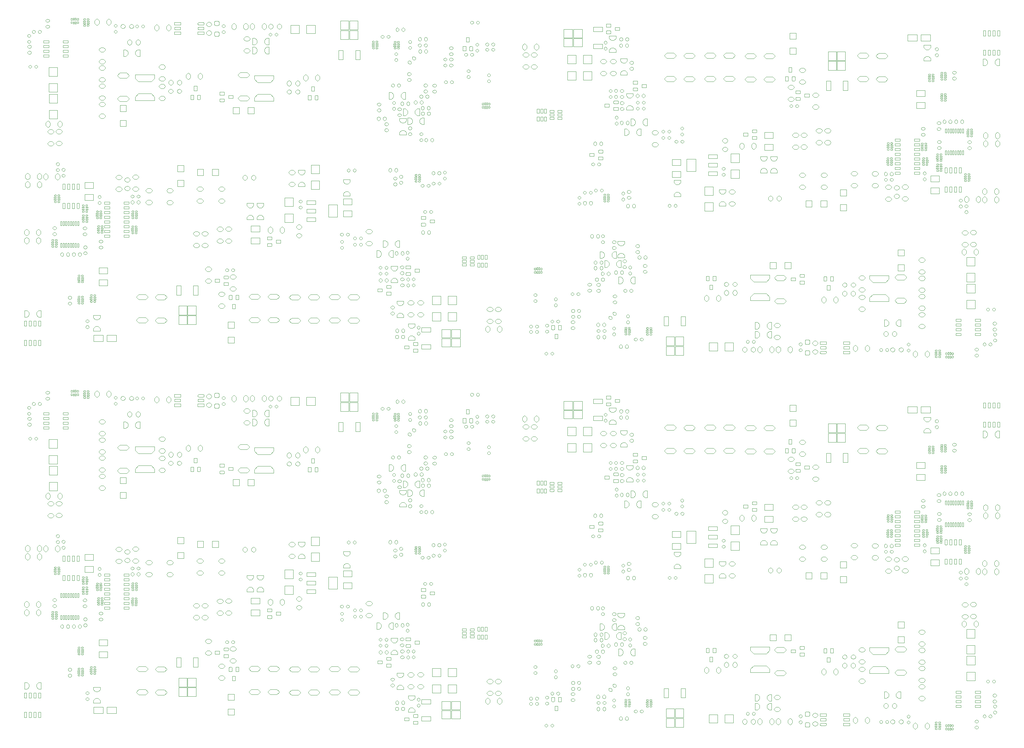
<source format=gbr>
G04 CAM350 V9.0.1 (Build 158) Date:  Tue Aug 05 13:42:50 2025 *
G04 Database: (Untitled) *
G04 Layer 101: 040426_pol.gbr *
%FSLAX33Y33*%
%MOMM*%
%SFA1.000B1.000*%

%MIA0B0*%
%IPPOS*%
%ADD97C,0.00010*%
%LN040426_pol.gbr*%
%LPD*%
G54D97*
X-356002Y353050D02*
G01X-355742D01*
X-355472Y353320*
Y353580*
X-355742Y353850*
X-356002*
X-356272Y353580*
Y353320*
X-356002Y353050*
Y351450D02*
G01X-355742D01*
X-355472Y351720*
Y351980*
X-355742Y352250*
X-356002*
X-356272Y351980*
Y351720*
X-356002Y351450*
X-355972Y350100D02*
G01X-355572D01*
X-355272Y350400*
Y350600*
X-355572Y350900*
X-355972*
X-356272Y350600*
Y350400*
X-355972Y350100*
Y348500D02*
G01X-355572D01*
X-355272Y348800*
Y349000*
X-355572Y349300*
X-355972*
X-356272Y349000*
Y348800*
X-355972Y348500*
X-356372Y314750D02*
G01X-356172D01*
X-355672Y315250*
Y315950*
X-356172Y316450*
X-356372*
X-356872Y315950*
Y315250*
X-356372Y314750*
Y312550D02*
G01X-356172D01*
X-355672Y313050*
Y313750*
X-356172Y314250*
X-356372*
X-356872Y313750*
Y313050*
X-356372Y312550*
X-356622Y299700D02*
G01X-356422D01*
X-355922Y300200*
Y300900*
X-356422Y301400*
X-356622*
X-357122Y300900*
Y300200*
X-356622Y299700*
Y297550D02*
G01X-356422D01*
X-355922Y298050*
Y298750*
X-356422Y299250*
X-356622*
X-357122Y298750*
Y298050*
X-356622Y297550*
X-357072Y277800D02*
G01X-356422D01*
X-355872Y278350*
Y279050*
X-356422Y279600*
X-357072*
Y279600*
Y277800*
Y277800*
X-357126Y275533D02*
G01X-357123Y275515D01*
X-357118Y275499*
X-357111Y275483*
X-357102Y275468*
X-357092Y275454*
X-357080Y275441*
X-357067Y275430*
X-357052Y275420*
X-357036Y275412*
X-357020Y275406*
X-357003Y275402*
X-356986Y275400*
X-356977*
X-356975*
X-356679*
X-356677*
X-356660Y275401*
X-356643Y275404*
X-356626Y275409*
X-356610Y275416*
X-356595Y275425*
X-356581Y275435*
X-356568Y275447*
X-356557Y275461*
X-356547Y275475*
X-356539Y275491*
X-356533Y275507*
X-356529Y275524*
X-356527Y275542*
Y275550*
Y276650*
X-356528Y276668*
X-356531Y276685*
X-356536Y276701*
X-356543Y276717*
X-356552Y276733*
X-356562Y276747*
X-356574Y276759*
X-356588Y276770*
X-356602Y276780*
X-356618Y276788*
X-356634Y276794*
X-356651Y276798*
X-356669Y276800*
X-356677*
X-356679*
X-356975*
X-356977*
X-356995Y276799*
X-357012Y276796*
X-357028Y276791*
X-357044Y276784*
X-357060Y276775*
X-357074Y276765*
X-357086Y276753*
X-357097Y276740*
X-357107Y276725*
X-357115Y276709*
X-357121Y276693*
X-357125Y276676*
X-357127Y276659*
Y276650*
Y275550*
X-357126Y275533*
X-357127Y270200D02*
G01X-356527D01*
Y270200*
Y271600*
Y271600*
X-357127*
Y271600*
Y270200*
Y270200*
X-355722Y344730D02*
G01X-355462D01*
X-355192Y345000*
Y345260*
X-355462Y345530*
X-355722*
X-355992Y345260*
Y345000*
X-355722Y344730*
X-355857Y275400D02*
G01X-355257D01*
Y275400*
Y276800*
Y276800*
X-355857*
Y276800*
Y275400*
Y275400*
Y270200D02*
G01X-355257D01*
Y270200*
Y271600*
Y271600*
X-355857*
Y271600*
Y270200*
Y270200*
X-356002Y253050D02*
G01X-355742D01*
X-355472Y253320*
Y253580*
X-355742Y253850*
X-356002*
X-356272Y253580*
Y253320*
X-356002Y253050*
Y251450D02*
G01X-355742D01*
X-355472Y251720*
Y251980*
X-355742Y252250*
X-356002*
X-356272Y251980*
Y251720*
X-356002Y251450*
X-355972Y250100D02*
G01X-355572D01*
X-355272Y250400*
Y250600*
X-355572Y250900*
X-355972*
X-356272Y250600*
Y250400*
X-355972Y250100*
Y248500D02*
G01X-355572D01*
X-355272Y248800*
Y249000*
X-355572Y249300*
X-355972*
X-356272Y249000*
Y248800*
X-355972Y248500*
X-356372Y214750D02*
G01X-356172D01*
X-355672Y215250*
Y215950*
X-356172Y216450*
X-356372*
X-356872Y215950*
Y215250*
X-356372Y214750*
Y212550D02*
G01X-356172D01*
X-355672Y213050*
Y213750*
X-356172Y214250*
X-356372*
X-356872Y213750*
Y213050*
X-356372Y212550*
X-356622Y199700D02*
G01X-356422D01*
X-355922Y200200*
Y200900*
X-356422Y201400*
X-356622*
X-357122Y200900*
Y200200*
X-356622Y199700*
Y197550D02*
G01X-356422D01*
X-355922Y198050*
Y198750*
X-356422Y199250*
X-356622*
X-357122Y198750*
Y198050*
X-356622Y197550*
X-357072Y177800D02*
G01X-356422D01*
X-355872Y178350*
Y179050*
X-356422Y179600*
X-357072*
Y179600*
Y177800*
Y177800*
X-357126Y175533D02*
G01X-357123Y175515D01*
X-357118Y175499*
X-357111Y175483*
X-357102Y175468*
X-357092Y175454*
X-357080Y175441*
X-357067Y175430*
X-357052Y175420*
X-357036Y175412*
X-357020Y175406*
X-357003Y175402*
X-356986Y175400*
X-356977*
X-356975*
X-356679*
X-356677*
X-356660Y175401*
X-356643Y175404*
X-356626Y175409*
X-356610Y175416*
X-356595Y175425*
X-356581Y175435*
X-356568Y175447*
X-356557Y175461*
X-356547Y175475*
X-356539Y175491*
X-356533Y175507*
X-356529Y175524*
X-356527Y175541*
Y175550*
Y176650*
X-356528Y176667*
X-356531Y176685*
X-356536Y176701*
X-356543Y176717*
X-356552Y176732*
X-356562Y176746*
X-356574Y176759*
X-356588Y176770*
X-356602Y176780*
X-356618Y176788*
X-356634Y176794*
X-356651Y176798*
X-356669Y176800*
X-356677*
X-356679*
X-356975*
X-356977*
X-356995Y176799*
X-357012Y176796*
X-357028Y176791*
X-357044Y176784*
X-357060Y176775*
X-357074Y176765*
X-357086Y176753*
X-357097Y176739*
X-357107Y176725*
X-357115Y176709*
X-357121Y176693*
X-357125Y176676*
X-357127Y176659*
Y176650*
Y175550*
X-357126Y175533*
X-355722Y244730D02*
G01X-355462D01*
X-355192Y245000*
Y245260*
X-355462Y245530*
X-355722*
X-355992Y245260*
Y245000*
X-355722Y244730*
X-355857Y175400D02*
G01X-355257D01*
Y175400*
Y176800*
Y176800*
X-355857*
Y176800*
Y175400*
Y175400*
Y170200D02*
G01X-355257D01*
Y170200*
Y171600*
Y171600*
X-355857*
Y171600*
Y170200*
Y170200*
X-354752Y354100D02*
G01X-354492D01*
X-354222Y354370*
Y354630*
X-354492Y354900*
X-354752*
X-355022Y354630*
Y354370*
X-354752Y354100*
X-354122Y344730D02*
G01X-353862D01*
X-353592Y345000*
Y345260*
X-353862Y345530*
X-354122*
X-354392Y345260*
Y345000*
X-354122Y344730*
X-354587Y275400D02*
G01X-353987D01*
Y275400*
Y276800*
Y276800*
X-354587*
Y276800*
Y275400*
Y275400*
Y270200D02*
G01X-353987D01*
Y270200*
Y271600*
Y271600*
X-354587*
Y271600*
Y270200*
Y270200*
X-354752Y254100D02*
G01X-354492D01*
X-354222Y254370*
Y254630*
X-354492Y254900*
X-354752*
X-355022Y254630*
Y254370*
X-354752Y254100*
X-354122Y244730D02*
G01X-353862D01*
X-353592Y245000*
Y245260*
X-353862Y245530*
X-354122*
X-354392Y245260*
Y245000*
X-354122Y244730*
X-354587Y175400D02*
G01X-353987D01*
Y175400*
Y176800*
Y176800*
X-354587*
Y176800*
Y175400*
Y175400*
Y170200D02*
G01X-353987D01*
Y170200*
Y171600*
Y171600*
X-354587*
Y171600*
Y170200*
Y170200*
X-353152Y354100D02*
G01X-352892D01*
X-352622Y354370*
Y354630*
X-352892Y354900*
X-353152*
X-353422Y354630*
Y354370*
X-353152Y354100*
X-353172Y314750D02*
G01X-352972D01*
X-352472Y315250*
Y315950*
X-352972Y316450*
X-353172*
X-353672Y315950*
Y315250*
X-353172Y314750*
Y312550D02*
G01X-352972D01*
X-352472Y313050*
Y313750*
X-352972Y314250*
X-353172*
X-353672Y313750*
Y313050*
X-353172Y312550*
X-353422Y299700D02*
G01X-353222D01*
X-352722Y300200*
Y300900*
X-353222Y301400*
X-353422*
X-353922Y300900*
Y300200*
X-353422Y299700*
Y297550D02*
G01X-353222D01*
X-352722Y298050*
Y298750*
X-353222Y299250*
X-353422*
X-353922Y298750*
Y298050*
X-353422Y297550*
X-353322Y277800D02*
G01X-352672D01*
Y277800*
Y279600*
Y279600*
X-353322*
X-353872Y279050*
Y278350*
X-353322Y277800*
X-353317Y275400D02*
G01X-352717D01*
Y275400*
Y276800*
Y276800*
X-353317*
Y276800*
Y275400*
Y275400*
Y270200D02*
G01X-352717D01*
Y270200*
Y271600*
Y271600*
X-353317*
Y271600*
Y270200*
Y270200*
X-353152Y254100D02*
G01X-352892D01*
X-352622Y254370*
Y254630*
X-352892Y254900*
X-353152*
X-353422Y254630*
Y254370*
X-353152Y254100*
X-353172Y214750D02*
G01X-352972D01*
X-352472Y215250*
Y215950*
X-352972Y216450*
X-353172*
X-353672Y215950*
Y215250*
X-353172Y214750*
Y212550D02*
G01X-352972D01*
X-352472Y213050*
Y213750*
X-352972Y214250*
X-353172*
X-353672Y213750*
Y213050*
X-353172Y212550*
X-353422Y199700D02*
G01X-353222D01*
X-352722Y200200*
Y200900*
X-353222Y201400*
X-353422*
X-353922Y200900*
Y200200*
X-353422Y199700*
Y197550D02*
G01X-353222D01*
X-352722Y198050*
Y198750*
X-353222Y199250*
X-353422*
X-353922Y198750*
Y198050*
X-353422Y197550*
X-353322Y177800D02*
G01X-352672D01*
Y177800*
Y179600*
Y179600*
X-353322*
X-353872Y179050*
Y178350*
X-353322Y177800*
X-353317Y175400D02*
G01X-352717D01*
Y175400*
Y176800*
Y176800*
X-353317*
Y176800*
Y175400*
Y175400*
Y170200D02*
G01X-352717D01*
Y170200*
Y171600*
Y171600*
X-353317*
Y171600*
Y170200*
Y170200*
X-351122Y357100D02*
G01X-350722D01*
X-350422Y357400*
Y357600*
X-350722Y357900*
X-351122*
X-351422Y357600*
Y357400*
X-351122Y357100*
Y355500D02*
G01X-350722D01*
X-350422Y355800*
Y356000*
X-350722Y356300*
X-351122*
X-351422Y356000*
Y355800*
X-351122Y355500*
X-351972Y351555D02*
G01X-350572D01*
Y351555*
Y352155*
Y352155*
X-351972*
Y352155*
Y351555*
Y351555*
Y350285D02*
G01X-350572D01*
Y350285*
Y350885*
Y350885*
X-351972*
Y350885*
Y350285*
Y350285*
Y349015D02*
G01X-350572D01*
Y349015*
Y349615*
Y349615*
X-351972*
Y349615*
Y349015*
Y349015*
Y347745D02*
G01X-350572D01*
Y347745*
Y348345*
Y348345*
X-351972*
Y348345*
Y347745*
Y347745*
X-350547Y342600D02*
G01X-348297D01*
Y342600*
Y344900*
Y344900*
X-350547*
Y344900*
Y342600*
Y342600*
Y338350D02*
G01X-348297D01*
Y338350*
Y340650*
Y340650*
X-350547*
Y340650*
Y338350*
Y338350*
X-350497Y335400D02*
G01X-348247D01*
Y335400*
Y337700*
Y337700*
X-350497*
Y337700*
Y335400*
Y335400*
Y331150D02*
G01X-348247D01*
Y331150*
Y333450*
Y333450*
X-350497*
Y333450*
Y331150*
Y331150*
X-350872Y328850D02*
G01X-350672D01*
X-350172Y329350*
Y330050*
X-350672Y330550*
X-350872*
X-351372Y330050*
Y329350*
X-350872Y328850*
X-351522Y314700D02*
G01X-351322D01*
X-350822Y315200*
Y315900*
X-351322Y316400*
X-351522*
X-352022Y315900*
Y315200*
X-351522Y314700*
X-351122Y257100D02*
G01X-350722D01*
X-350422Y257400*
Y257600*
X-350722Y257900*
X-351122*
X-351422Y257600*
Y257400*
X-351122Y257100*
Y255500D02*
G01X-350722D01*
X-350422Y255800*
Y256000*
X-350722Y256300*
X-351122*
X-351422Y256000*
Y255800*
X-351122Y255500*
X-351972Y251555D02*
G01X-350572D01*
Y251555*
Y252155*
Y252155*
X-351972*
Y252155*
Y251555*
Y251555*
Y250285D02*
G01X-350572D01*
Y250285*
Y250885*
Y250885*
X-351972*
Y250885*
Y250285*
Y250285*
Y249015D02*
G01X-350572D01*
Y249015*
Y249615*
Y249615*
X-351972*
Y249615*
Y249015*
Y249015*
Y247745D02*
G01X-350572D01*
Y247745*
Y248345*
Y248345*
X-351972*
Y248345*
Y247745*
Y247745*
X-350422Y327050D02*
G01X-349722D01*
X-349222Y327550*
Y327750*
X-349722Y328250*
X-350422*
X-350922Y327750*
Y327550*
X-350422Y327050*
Y323850D02*
G01X-349722D01*
X-349222Y324350*
Y324550*
X-349722Y325050*
X-350422*
X-350922Y324550*
Y324350*
X-350422Y323850*
X-349771Y298393D02*
G01X-349768Y298377D01*
X-349764Y298361*
X-349757Y298345*
X-349749Y298330*
X-349739Y298317*
X-349728Y298304*
X-349716Y298293*
X-349702Y298283*
X-349687Y298275*
X-349672Y298268*
X-349656Y298264*
X-349639Y298261*
X-349622Y298260*
X-349422*
X-349405Y298261*
X-349389Y298264*
X-349373Y298268*
X-349357Y298275*
X-349342Y298283*
X-349329Y298293*
X-349316Y298304*
X-349305Y298317*
X-349295Y298330*
X-349287Y298345*
X-349281Y298361*
X-349276Y298377*
X-349273Y298393*
X-349272Y298410*
Y298540*
X-349273Y298557*
X-349276Y298573*
X-349281Y298590*
X-349287Y298605*
X-349295Y298620*
X-349305Y298634*
X-349316Y298646*
X-349329Y298657*
X-349342Y298667*
X-349357Y298675*
X-349373Y298682*
X-349389Y298686*
X-349405Y298689*
X-349422Y298690*
X-349622*
X-349639Y298689*
X-349656Y298686*
X-349672Y298682*
X-349687Y298675*
X-349702Y298667*
X-349716Y298657*
X-349728Y298646*
X-349739Y298634*
X-349749Y298620*
X-349757Y298605*
X-349764Y298590*
X-349768Y298573*
X-349771Y298557*
X-349772Y298540*
Y298410*
X-349771Y298393*
X-349871Y297819D02*
G01X-349869Y297810D01*
X-349864Y297801*
X-349858Y297794*
X-349851Y297788*
X-349843Y297784*
X-349834Y297781*
X-349824Y297780*
X-349320*
X-349311Y297781*
X-349302Y297784*
X-349293Y297788*
X-349286Y297794*
X-349280Y297801*
X-349276Y297810*
X-349273Y297819*
X-349272Y297828*
Y297972*
X-349273Y297981*
X-349276Y297990*
X-349280Y297999*
X-349286Y298006*
X-349293Y298012*
X-349302Y298016*
X-349311Y298019*
X-349320Y298020*
X-349824*
X-349834Y298019*
X-349843Y298016*
X-349851Y298012*
X-349858Y298006*
X-349864Y297999*
X-349869Y297990*
X-349871Y297981*
X-349872Y297972*
Y297828*
X-349871Y297819*
Y297319D02*
G01X-349869Y297310D01*
X-349864Y297301*
X-349858Y297294*
X-349851Y297288*
X-349843Y297284*
X-349834Y297281*
X-349824Y297280*
X-349320*
X-349311Y297281*
X-349302Y297284*
X-349293Y297288*
X-349286Y297294*
X-349280Y297301*
X-349276Y297310*
X-349273Y297319*
X-349272Y297328*
Y297472*
X-349273Y297481*
X-349276Y297490*
X-349280Y297499*
X-349286Y297506*
X-349293Y297512*
X-349302Y297516*
X-349311Y297519*
X-349320Y297520*
X-349824*
X-349834Y297519*
X-349843Y297516*
X-349851Y297512*
X-349858Y297506*
X-349864Y297499*
X-349869Y297490*
X-349871Y297481*
X-349872Y297472*
Y297328*
X-349871Y297319*
X-349771Y296743D02*
G01X-349768Y296727D01*
X-349764Y296711*
X-349757Y296695*
X-349749Y296680*
X-349739Y296667*
X-349728Y296654*
X-349716Y296643*
X-349702Y296633*
X-349687Y296625*
X-349672Y296618*
X-349656Y296614*
X-349639Y296611*
X-349622Y296610*
X-349422*
X-349405Y296611*
X-349389Y296614*
X-349373Y296618*
X-349357Y296625*
X-349342Y296633*
X-349329Y296643*
X-349316Y296654*
X-349305Y296667*
X-349295Y296680*
X-349287Y296695*
X-349281Y296711*
X-349276Y296727*
X-349273Y296743*
X-349272Y296760*
Y296890*
X-349273Y296907*
X-349276Y296923*
X-349281Y296940*
X-349287Y296955*
X-349295Y296970*
X-349305Y296984*
X-349316Y296996*
X-349329Y297007*
X-349342Y297017*
X-349357Y297025*
X-349373Y297032*
X-349389Y297036*
X-349405Y297039*
X-349422Y297040*
X-349622*
X-349639Y297039*
X-349656Y297036*
X-349672Y297032*
X-349687Y297025*
X-349702Y297017*
X-349716Y297007*
X-349728Y296996*
X-349739Y296984*
X-349749Y296970*
X-349757Y296955*
X-349764Y296940*
X-349768Y296923*
X-349771Y296907*
X-349772Y296890*
Y296760*
X-349771Y296743*
X-349071Y310393D02*
G01X-349068Y310377D01*
X-349064Y310361*
X-349057Y310345*
X-349049Y310330*
X-349039Y310317*
X-349028Y310304*
X-349016Y310293*
X-349002Y310283*
X-348987Y310275*
X-348972Y310269*
X-348955Y310264*
X-348939Y310261*
X-348922Y310260*
X-348722*
X-348705Y310261*
X-348689Y310264*
X-348672Y310269*
X-348657Y310275*
X-348642Y310283*
X-348628Y310293*
X-348616Y310304*
X-348605Y310317*
X-348595Y310330*
X-348587Y310345*
X-348580Y310361*
X-348576Y310377*
X-348573Y310393*
X-348572Y310410*
Y310540*
X-348573Y310557*
X-348576Y310574*
X-348580Y310590*
X-348587Y310605*
X-348595Y310620*
X-348605Y310634*
X-348616Y310646*
X-348628Y310658*
X-348642Y310667*
X-348657Y310675*
X-348672Y310682*
X-348689Y310686*
X-348705Y310689*
X-348722Y310690*
X-348922*
X-348939Y310689*
X-348955Y310686*
X-348972Y310682*
X-348987Y310675*
X-349002Y310667*
X-349016Y310658*
X-349028Y310646*
X-349039Y310634*
X-349049Y310620*
X-349057Y310605*
X-349064Y310590*
X-349068Y310574*
X-349071Y310557*
X-349072Y310540*
Y310410*
X-349071Y310393*
X-349171Y309819D02*
G01X-349169Y309810D01*
X-349164Y309801*
X-349158Y309794*
X-349151Y309788*
X-349143Y309784*
X-349134Y309781*
X-349124Y309780*
X-348620*
X-348611Y309781*
X-348602Y309784*
X-348593Y309788*
X-348586Y309794*
X-348580Y309801*
X-348576Y309810*
X-348573Y309819*
X-348572Y309828*
Y309972*
X-348573Y309981*
X-348576Y309990*
X-348580Y309999*
X-348586Y310006*
X-348593Y310012*
X-348602Y310016*
X-348611Y310019*
X-348620Y310020*
X-349124*
X-349134Y310019*
X-349143Y310016*
X-349151Y310012*
X-349158Y310006*
X-349164Y309999*
X-349169Y309990*
X-349171Y309981*
X-349172Y309972*
Y309828*
X-349171Y309819*
Y309319D02*
G01X-349169Y309310D01*
X-349164Y309301*
X-349158Y309294*
X-349151Y309288*
X-349143Y309284*
X-349134Y309281*
X-349124Y309280*
X-348620*
X-348611Y309281*
X-348602Y309284*
X-348593Y309288*
X-348586Y309294*
X-348580Y309301*
X-348576Y309310*
X-348573Y309319*
X-348572Y309328*
Y309472*
X-348573Y309481*
X-348576Y309490*
X-348580Y309499*
X-348586Y309506*
X-348593Y309512*
X-348602Y309516*
X-348611Y309519*
X-348620Y309520*
X-349124*
X-349134Y309519*
X-349143Y309516*
X-349151Y309512*
X-349158Y309506*
X-349164Y309499*
X-349169Y309490*
X-349171Y309481*
X-349172Y309472*
Y309328*
X-349171Y309319*
X-349071Y308744D02*
G01X-349068Y308727D01*
X-349064Y308711*
X-349057Y308695*
X-349049Y308680*
X-349039Y308667*
X-349028Y308654*
X-349016Y308643*
X-349002Y308633*
X-348987Y308625*
X-348972Y308619*
X-348955Y308614*
X-348939Y308611*
X-348922Y308610*
X-348722*
X-348705Y308611*
X-348689Y308614*
X-348672Y308619*
X-348657Y308625*
X-348642Y308633*
X-348628Y308643*
X-348616Y308654*
X-348605Y308667*
X-348595Y308680*
X-348587Y308695*
X-348580Y308711*
X-348576Y308727*
X-348573Y308744*
X-348572Y308760*
Y308890*
X-348573Y308907*
X-348576Y308924*
X-348580Y308940*
X-348587Y308955*
X-348595Y308970*
X-348605Y308984*
X-348616Y308996*
X-348628Y309008*
X-348642Y309017*
X-348657Y309025*
X-348672Y309032*
X-348689Y309037*
X-348705Y309039*
X-348722Y309040*
X-348922*
X-348939Y309039*
X-348955Y309037*
X-348972Y309032*
X-348987Y309025*
X-349002Y309017*
X-349016Y309008*
X-349028Y308996*
X-349039Y308984*
X-349049Y308970*
X-349057Y308955*
X-349064Y308940*
X-349068Y308924*
X-349071Y308907*
X-349072Y308890*
Y308760*
X-349071Y308744*
X-349222Y301350D02*
G01X-348822D01*
X-348522Y301650*
Y301850*
X-348822Y302150*
X-349222*
X-349522Y301850*
Y301650*
X-349222Y301350*
Y299750D02*
G01X-348822D01*
X-348522Y300050*
Y300250*
X-348822Y300550*
X-349222*
X-349522Y300250*
Y300050*
X-349222Y299750*
X-348871Y298393D02*
G01X-348868Y298377D01*
X-348864Y298361*
X-348857Y298345*
X-348849Y298330*
X-348839Y298317*
X-348828Y298304*
X-348816Y298293*
X-348802Y298283*
X-348787Y298275*
X-348772Y298268*
X-348756Y298264*
X-348739Y298261*
X-348722Y298260*
X-348522*
X-348505Y298261*
X-348489Y298264*
X-348473Y298268*
X-348457Y298275*
X-348442Y298283*
X-348429Y298293*
X-348416Y298304*
X-348405Y298317*
X-348395Y298330*
X-348387Y298345*
X-348381Y298361*
X-348376Y298377*
X-348373Y298393*
X-348372Y298410*
Y298540*
X-348373Y298557*
X-348376Y298573*
X-348381Y298590*
X-348387Y298605*
X-348395Y298620*
X-348405Y298634*
X-348416Y298646*
X-348429Y298657*
X-348442Y298667*
X-348457Y298675*
X-348473Y298682*
X-348489Y298686*
X-348505Y298689*
X-348522Y298690*
X-348722*
X-348739Y298689*
X-348756Y298686*
X-348772Y298682*
X-348787Y298675*
X-348802Y298667*
X-348816Y298657*
X-348828Y298646*
X-348839Y298634*
X-348849Y298620*
X-348857Y298605*
X-348864Y298590*
X-348868Y298573*
X-348871Y298557*
X-348872Y298540*
Y298410*
X-348871Y298393*
X-347672Y328850D02*
G01X-347472D01*
X-346972Y329350*
Y330050*
X-347472Y330550*
X-347672*
X-348172Y330050*
Y329350*
X-347672Y328850*
X-348172Y327100D02*
G01X-347472D01*
X-346972Y327600*
Y327800*
X-347472Y328300*
X-348172*
X-348672Y327800*
Y327600*
X-348172Y327100*
Y323900D02*
G01X-347472D01*
X-346972Y324400*
Y324600*
X-347472Y325100*
X-348172*
X-348672Y324600*
Y324400*
X-348172Y323900*
X-348302Y318550D02*
G01X-348042D01*
X-347772Y318820*
Y319080*
X-348042Y319350*
X-348302*
X-348572Y319080*
Y318820*
X-348302Y318550*
Y316950D02*
G01X-348042D01*
X-347772Y317220*
Y317480*
X-348042Y317750*
X-348302*
X-348572Y317480*
Y317220*
X-348302Y316950*
X-348322Y314700D02*
G01X-348122D01*
X-347622Y315200*
Y315900*
X-348122Y316400*
X-348322*
X-348822Y315900*
Y315200*
X-348322Y314700*
X-348871Y297819D02*
G01X-348868Y297810D01*
X-348864Y297802*
X-348858Y297794*
X-348851Y297788*
X-348842Y297784*
X-348833Y297781*
X-348824Y297780*
X-348320*
X-348311Y297781*
X-348302Y297784*
X-348293Y297788*
X-348286Y297794*
X-348280Y297802*
X-348276Y297810*
X-348273Y297819*
X-348272Y297828*
Y297972*
X-348273Y297982*
X-348276Y297991*
X-348280Y297999*
X-348286Y298006*
X-348293Y298012*
X-348302Y298017*
X-348311Y298019*
X-348320Y298020*
X-348824*
X-348833Y298019*
X-348842Y298017*
X-348851Y298012*
X-348858Y298006*
X-348864Y297999*
X-348868Y297991*
X-348871Y297982*
X-348872Y297972*
Y297828*
X-348871Y297819*
Y297319D02*
G01X-348868Y297310D01*
X-348864Y297302*
X-348858Y297294*
X-348851Y297288*
X-348842Y297284*
X-348833Y297281*
X-348824Y297280*
X-348320*
X-348311Y297281*
X-348302Y297284*
X-348293Y297288*
X-348286Y297294*
X-348280Y297302*
X-348276Y297310*
X-348273Y297319*
X-348272Y297328*
Y297472*
X-348273Y297482*
X-348276Y297491*
X-348280Y297499*
X-348286Y297506*
X-348293Y297512*
X-348302Y297517*
X-348311Y297519*
X-348320Y297520*
X-348824*
X-348833Y297519*
X-348842Y297517*
X-348851Y297512*
X-348858Y297506*
X-348864Y297499*
X-348868Y297491*
X-348871Y297482*
X-348872Y297472*
Y297328*
X-348871Y297319*
Y296743D02*
G01X-348868Y296727D01*
X-348864Y296711*
X-348857Y296695*
X-348849Y296680*
X-348839Y296667*
X-348828Y296654*
X-348816Y296643*
X-348802Y296633*
X-348787Y296625*
X-348772Y296618*
X-348756Y296614*
X-348739Y296611*
X-348722Y296610*
X-348522*
X-348505Y296611*
X-348489Y296614*
X-348473Y296618*
X-348457Y296625*
X-348442Y296633*
X-348429Y296643*
X-348416Y296654*
X-348405Y296667*
X-348395Y296680*
X-348387Y296695*
X-348381Y296711*
X-348376Y296727*
X-348373Y296743*
X-348372Y296760*
Y296890*
X-348373Y296907*
X-348376Y296923*
X-348381Y296940*
X-348387Y296955*
X-348395Y296970*
X-348405Y296984*
X-348416Y296996*
X-348429Y297007*
X-348442Y297017*
X-348457Y297025*
X-348473Y297032*
X-348489Y297036*
X-348505Y297039*
X-348522Y297040*
X-348722*
X-348739Y297039*
X-348756Y297036*
X-348772Y297032*
X-348787Y297025*
X-348802Y297017*
X-348816Y297007*
X-348828Y296996*
X-348839Y296984*
X-348849Y296970*
X-348857Y296955*
X-348864Y296940*
X-348868Y296923*
X-348871Y296907*
X-348872Y296890*
Y296760*
X-348871Y296743*
X-350547Y242600D02*
G01X-348297D01*
Y242600*
Y244900*
Y244900*
X-350547*
Y244900*
Y242600*
Y242600*
Y238350D02*
G01X-348297D01*
Y238350*
Y240650*
Y240650*
X-350547*
Y240650*
Y238350*
Y238350*
X-350497Y235400D02*
G01X-348247D01*
Y235400*
Y237700*
Y237700*
X-350497*
Y237700*
Y235400*
Y235400*
Y231150D02*
G01X-348247D01*
Y231150*
Y233450*
Y233450*
X-350497*
Y233450*
Y231150*
Y231150*
X-350872Y228850D02*
G01X-350672D01*
X-350172Y229350*
Y230050*
X-350672Y230550*
X-350872*
X-351372Y230050*
Y229350*
X-350872Y228850*
X-351522Y214700D02*
G01X-351322D01*
X-350822Y215200*
Y215900*
X-351322Y216400*
X-351522*
X-352022Y215900*
Y215200*
X-351522Y214700*
X-350422Y227050D02*
G01X-349722D01*
X-349222Y227550*
Y227750*
X-349722Y228250*
X-350422*
X-350922Y227750*
Y227550*
X-350422Y227050*
Y223850D02*
G01X-349722D01*
X-349222Y224350*
Y224550*
X-349722Y225050*
X-350422*
X-350922Y224550*
Y224350*
X-350422Y223850*
X-349771Y198393D02*
G01X-349768Y198377D01*
X-349764Y198360*
X-349757Y198345*
X-349749Y198330*
X-349739Y198316*
X-349728Y198304*
X-349716Y198293*
X-349702Y198283*
X-349687Y198275*
X-349672Y198268*
X-349656Y198264*
X-349639Y198261*
X-349622Y198260*
X-349422*
X-349405Y198261*
X-349389Y198264*
X-349373Y198268*
X-349357Y198275*
X-349342Y198283*
X-349329Y198293*
X-349316Y198304*
X-349305Y198316*
X-349295Y198330*
X-349287Y198345*
X-349281Y198360*
X-349276Y198377*
X-349273Y198393*
X-349272Y198410*
Y198540*
X-349273Y198557*
X-349276Y198573*
X-349281Y198590*
X-349287Y198605*
X-349295Y198620*
X-349305Y198634*
X-349316Y198646*
X-349329Y198657*
X-349342Y198667*
X-349357Y198675*
X-349373Y198682*
X-349389Y198686*
X-349405Y198689*
X-349422Y198690*
X-349622*
X-349639Y198689*
X-349656Y198686*
X-349672Y198682*
X-349687Y198675*
X-349702Y198667*
X-349716Y198657*
X-349728Y198646*
X-349739Y198634*
X-349749Y198620*
X-349757Y198605*
X-349764Y198590*
X-349768Y198573*
X-349771Y198557*
X-349772Y198540*
Y198410*
X-349771Y198393*
X-349871Y197819D02*
G01X-349869Y197810D01*
X-349864Y197801*
X-349858Y197794*
X-349851Y197788*
X-349843Y197784*
X-349834Y197781*
X-349824Y197780*
X-349320*
X-349311Y197781*
X-349302Y197784*
X-349293Y197788*
X-349286Y197794*
X-349280Y197801*
X-349276Y197810*
X-349273Y197819*
X-349272Y197828*
Y197972*
X-349273Y197981*
X-349276Y197990*
X-349280Y197999*
X-349286Y198006*
X-349293Y198012*
X-349302Y198016*
X-349311Y198019*
X-349320Y198020*
X-349824*
X-349834Y198019*
X-349843Y198016*
X-349851Y198012*
X-349858Y198006*
X-349864Y197999*
X-349869Y197990*
X-349871Y197981*
X-349872Y197972*
Y197828*
X-349871Y197819*
Y197319D02*
G01X-349869Y197310D01*
X-349864Y197301*
X-349858Y197294*
X-349851Y197288*
X-349843Y197284*
X-349834Y197281*
X-349824Y197280*
X-349320*
X-349311Y197281*
X-349302Y197284*
X-349293Y197288*
X-349286Y197294*
X-349280Y197301*
X-349276Y197310*
X-349273Y197319*
X-349272Y197328*
Y197472*
X-349273Y197481*
X-349276Y197490*
X-349280Y197499*
X-349286Y197506*
X-349293Y197512*
X-349302Y197516*
X-349311Y197519*
X-349320Y197520*
X-349824*
X-349834Y197519*
X-349843Y197516*
X-349851Y197512*
X-349858Y197506*
X-349864Y197499*
X-349869Y197490*
X-349871Y197481*
X-349872Y197472*
Y197328*
X-349871Y197319*
X-349771Y196743D02*
G01X-349768Y196727D01*
X-349764Y196710*
X-349757Y196695*
X-349749Y196680*
X-349739Y196666*
X-349728Y196654*
X-349716Y196643*
X-349702Y196633*
X-349687Y196625*
X-349672Y196618*
X-349656Y196614*
X-349639Y196611*
X-349622Y196610*
X-349422*
X-349405Y196611*
X-349389Y196614*
X-349373Y196618*
X-349357Y196625*
X-349342Y196633*
X-349329Y196643*
X-349316Y196654*
X-349305Y196666*
X-349295Y196680*
X-349287Y196695*
X-349281Y196710*
X-349276Y196727*
X-349273Y196743*
X-349272Y196760*
Y196890*
X-349273Y196907*
X-349276Y196923*
X-349281Y196940*
X-349287Y196955*
X-349295Y196970*
X-349305Y196984*
X-349316Y196996*
X-349329Y197007*
X-349342Y197017*
X-349357Y197025*
X-349373Y197032*
X-349389Y197036*
X-349405Y197039*
X-349422Y197040*
X-349622*
X-349639Y197039*
X-349656Y197036*
X-349672Y197032*
X-349687Y197025*
X-349702Y197017*
X-349716Y197007*
X-349728Y196996*
X-349739Y196984*
X-349749Y196970*
X-349757Y196955*
X-349764Y196940*
X-349768Y196923*
X-349771Y196907*
X-349772Y196890*
Y196760*
X-349771Y196743*
X-349071Y210393D02*
G01X-349068Y210377D01*
X-349064Y210361*
X-349057Y210345*
X-349049Y210330*
X-349039Y210317*
X-349028Y210304*
X-349016Y210293*
X-349002Y210283*
X-348987Y210275*
X-348972Y210268*
X-348955Y210264*
X-348939Y210261*
X-348922Y210260*
X-348722*
X-348705Y210261*
X-348689Y210264*
X-348672Y210268*
X-348657Y210275*
X-348642Y210283*
X-348628Y210293*
X-348616Y210304*
X-348605Y210317*
X-348595Y210330*
X-348587Y210345*
X-348580Y210361*
X-348576Y210377*
X-348573Y210393*
X-348572Y210410*
Y210540*
X-348573Y210557*
X-348576Y210573*
X-348580Y210590*
X-348587Y210605*
X-348595Y210620*
X-348605Y210634*
X-348616Y210646*
X-348628Y210657*
X-348642Y210667*
X-348657Y210675*
X-348672Y210682*
X-348689Y210686*
X-348705Y210689*
X-348722Y210690*
X-348922*
X-348939Y210689*
X-348955Y210686*
X-348972Y210682*
X-348987Y210675*
X-349002Y210667*
X-349016Y210657*
X-349028Y210646*
X-349039Y210634*
X-349049Y210620*
X-349057Y210605*
X-349064Y210590*
X-349068Y210573*
X-349071Y210557*
X-349072Y210540*
Y210410*
X-349071Y210393*
X-349171Y209819D02*
G01X-349169Y209810D01*
X-349164Y209801*
X-349158Y209794*
X-349151Y209788*
X-349143Y209784*
X-349134Y209781*
X-349124Y209780*
X-348620*
X-348611Y209781*
X-348602Y209784*
X-348593Y209788*
X-348586Y209794*
X-348580Y209801*
X-348576Y209810*
X-348573Y209819*
X-348572Y209828*
Y209972*
X-348573Y209981*
X-348576Y209990*
X-348580Y209999*
X-348586Y210006*
X-348593Y210012*
X-348602Y210016*
X-348611Y210019*
X-348620Y210020*
X-349124*
X-349134Y210019*
X-349143Y210016*
X-349151Y210012*
X-349158Y210006*
X-349164Y209999*
X-349169Y209990*
X-349171Y209981*
X-349172Y209972*
Y209828*
X-349171Y209819*
Y209319D02*
G01X-349169Y209310D01*
X-349164Y209301*
X-349158Y209294*
X-349151Y209288*
X-349143Y209284*
X-349134Y209281*
X-349124Y209280*
X-348620*
X-348611Y209281*
X-348602Y209284*
X-348593Y209288*
X-348586Y209294*
X-348580Y209301*
X-348576Y209310*
X-348573Y209319*
X-348572Y209328*
Y209472*
X-348573Y209481*
X-348576Y209490*
X-348580Y209499*
X-348586Y209506*
X-348593Y209512*
X-348602Y209516*
X-348611Y209519*
X-348620Y209520*
X-349124*
X-349134Y209519*
X-349143Y209516*
X-349151Y209512*
X-349158Y209506*
X-349164Y209499*
X-349169Y209490*
X-349171Y209481*
X-349172Y209472*
Y209328*
X-349171Y209319*
X-349071Y208743D02*
G01X-349068Y208727D01*
X-349064Y208711*
X-349057Y208695*
X-349049Y208680*
X-349039Y208667*
X-349028Y208654*
X-349016Y208643*
X-349002Y208633*
X-348987Y208625*
X-348972Y208619*
X-348955Y208614*
X-348939Y208611*
X-348922Y208610*
X-348722*
X-348705Y208611*
X-348689Y208614*
X-348672Y208619*
X-348657Y208625*
X-348642Y208633*
X-348628Y208643*
X-348616Y208654*
X-348605Y208667*
X-348595Y208680*
X-348587Y208695*
X-348580Y208711*
X-348576Y208727*
X-348573Y208743*
X-348572Y208760*
Y208890*
X-348573Y208907*
X-348576Y208924*
X-348580Y208940*
X-348587Y208955*
X-348595Y208970*
X-348605Y208984*
X-348616Y208996*
X-348628Y209008*
X-348642Y209017*
X-348657Y209025*
X-348672Y209032*
X-348689Y209036*
X-348705Y209039*
X-348722Y209040*
X-348922*
X-348939Y209039*
X-348955Y209036*
X-348972Y209032*
X-348987Y209025*
X-349002Y209017*
X-349016Y209008*
X-349028Y208996*
X-349039Y208984*
X-349049Y208970*
X-349057Y208955*
X-349064Y208940*
X-349068Y208924*
X-349071Y208907*
X-349072Y208890*
Y208760*
X-349071Y208743*
X-349222Y201350D02*
G01X-348822D01*
X-348522Y201650*
Y201850*
X-348822Y202150*
X-349222*
X-349522Y201850*
Y201650*
X-349222Y201350*
Y199750D02*
G01X-348822D01*
X-348522Y200050*
Y200250*
X-348822Y200550*
X-349222*
X-349522Y200250*
Y200050*
X-349222Y199750*
X-348871Y198393D02*
G01X-348868Y198377D01*
X-348864Y198360*
X-348857Y198345*
X-348849Y198330*
X-348839Y198316*
X-348828Y198304*
X-348816Y198293*
X-348802Y198283*
X-348787Y198275*
X-348772Y198268*
X-348756Y198264*
X-348739Y198261*
X-348722Y198260*
X-348522*
X-348505Y198261*
X-348489Y198264*
X-348473Y198268*
X-348457Y198275*
X-348442Y198283*
X-348429Y198293*
X-348416Y198304*
X-348405Y198316*
X-348395Y198330*
X-348387Y198345*
X-348381Y198360*
X-348376Y198377*
X-348373Y198393*
X-348372Y198410*
Y198540*
X-348373Y198557*
X-348376Y198573*
X-348381Y198590*
X-348387Y198605*
X-348395Y198620*
X-348405Y198634*
X-348416Y198646*
X-348429Y198657*
X-348442Y198667*
X-348457Y198675*
X-348473Y198682*
X-348489Y198686*
X-348505Y198689*
X-348522Y198690*
X-348722*
X-348739Y198689*
X-348756Y198686*
X-348772Y198682*
X-348787Y198675*
X-348802Y198667*
X-348816Y198657*
X-348828Y198646*
X-348839Y198634*
X-348849Y198620*
X-348857Y198605*
X-348864Y198590*
X-348868Y198573*
X-348871Y198557*
X-348872Y198540*
Y198410*
X-348871Y198393*
X-348171Y310393D02*
G01X-348168Y310377D01*
X-348164Y310361*
X-348157Y310345*
X-348149Y310330*
X-348139Y310317*
X-348128Y310304*
X-348116Y310293*
X-348102Y310283*
X-348087Y310275*
X-348072Y310269*
X-348055Y310264*
X-348039Y310261*
X-348022Y310260*
X-347822*
X-347805Y310261*
X-347789Y310264*
X-347772Y310269*
X-347757Y310275*
X-347742Y310283*
X-347728Y310293*
X-347716Y310304*
X-347705Y310317*
X-347695Y310330*
X-347687Y310345*
X-347680Y310361*
X-347676Y310377*
X-347673Y310393*
X-347672Y310410*
Y310540*
X-347673Y310557*
X-347676Y310574*
X-347680Y310590*
X-347687Y310605*
X-347695Y310620*
X-347705Y310634*
X-347716Y310646*
X-347728Y310658*
X-347742Y310667*
X-347757Y310675*
X-347772Y310682*
X-347789Y310686*
X-347805Y310689*
X-347822Y310690*
X-348022*
X-348039Y310689*
X-348055Y310686*
X-348072Y310682*
X-348087Y310675*
X-348102Y310667*
X-348116Y310658*
X-348128Y310646*
X-348139Y310634*
X-348149Y310620*
X-348157Y310605*
X-348164Y310590*
X-348168Y310574*
X-348171Y310557*
X-348172Y310540*
Y310410*
X-348171Y310393*
Y309819D02*
G01X-348168Y309810D01*
X-348164Y309802*
X-348158Y309794*
X-348151Y309788*
X-348142Y309784*
X-348133Y309781*
X-348124Y309780*
X-347620*
X-347611Y309781*
X-347602Y309784*
X-347593Y309788*
X-347586Y309794*
X-347580Y309802*
X-347576Y309810*
X-347573Y309819*
X-347572Y309828*
Y309972*
X-347573Y309982*
X-347576Y309991*
X-347580Y309999*
X-347586Y310006*
X-347593Y310012*
X-347602Y310017*
X-347611Y310019*
X-347620Y310020*
X-348124*
X-348133Y310019*
X-348142Y310017*
X-348151Y310012*
X-348158Y310006*
X-348164Y309999*
X-348168Y309991*
X-348171Y309982*
X-348172Y309972*
Y309828*
X-348171Y309819*
Y309319D02*
G01X-348168Y309310D01*
X-348164Y309302*
X-348158Y309294*
X-348151Y309288*
X-348142Y309284*
X-348133Y309281*
X-348124Y309280*
X-347620*
X-347611Y309281*
X-347602Y309284*
X-347593Y309288*
X-347586Y309294*
X-347580Y309302*
X-347576Y309310*
X-347573Y309319*
X-347572Y309328*
Y309472*
X-347573Y309482*
X-347576Y309491*
X-347580Y309499*
X-347586Y309506*
X-347593Y309512*
X-347602Y309517*
X-347611Y309519*
X-347620Y309520*
X-348124*
X-348133Y309519*
X-348142Y309517*
X-348151Y309512*
X-348158Y309506*
X-348164Y309499*
X-348168Y309491*
X-348171Y309482*
X-348172Y309472*
Y309328*
X-348171Y309319*
Y308744D02*
G01X-348168Y308727D01*
X-348164Y308711*
X-348157Y308695*
X-348149Y308680*
X-348139Y308667*
X-348128Y308654*
X-348116Y308643*
X-348102Y308633*
X-348087Y308625*
X-348072Y308619*
X-348055Y308614*
X-348039Y308611*
X-348022Y308610*
X-347822*
X-347805Y308611*
X-347789Y308614*
X-347772Y308619*
X-347757Y308625*
X-347742Y308633*
X-347728Y308643*
X-347716Y308654*
X-347705Y308667*
X-347695Y308680*
X-347687Y308695*
X-347680Y308711*
X-347676Y308727*
X-347673Y308744*
X-347672Y308760*
Y308890*
X-347673Y308907*
X-347676Y308924*
X-347680Y308940*
X-347687Y308955*
X-347695Y308970*
X-347705Y308984*
X-347716Y308996*
X-347728Y309008*
X-347742Y309017*
X-347757Y309025*
X-347772Y309032*
X-347789Y309037*
X-347805Y309039*
X-347822Y309040*
X-348022*
X-348039Y309039*
X-348055Y309037*
X-348072Y309032*
X-348087Y309025*
X-348102Y309017*
X-348116Y309008*
X-348128Y308996*
X-348139Y308984*
X-348149Y308970*
X-348157Y308955*
X-348164Y308940*
X-348168Y308924*
X-348171Y308907*
X-348172Y308890*
Y308760*
X-348171Y308744*
X-347411Y302518D02*
G01X-347408Y302505D01*
X-347403Y302494*
X-347397Y302483*
X-347389Y302473*
X-347379Y302465*
X-347368Y302459*
X-347357Y302454*
X-347345Y302451*
X-347332Y302450*
X-347162*
X-347150Y302451*
X-347137Y302454*
X-347126Y302459*
X-347115Y302465*
X-347106Y302473*
X-347097Y302483*
X-347091Y302494*
X-347086Y302505*
X-347083Y302518*
X-347082Y302530*
Y303470*
X-347083Y303483*
X-347086Y303495*
X-347091Y303506*
X-347097Y303517*
X-347106Y303527*
X-347115Y303535*
X-347126Y303541*
X-347137Y303546*
X-347150Y303549*
X-347162Y303550*
X-347332*
X-347345Y303549*
X-347357Y303546*
X-347368Y303541*
X-347379Y303535*
X-347389Y303527*
X-347397Y303517*
X-347403Y303506*
X-347408Y303495*
X-347411Y303483*
X-347412Y303470*
Y302530*
X-347411Y302518*
Y296618D02*
G01X-347408Y296605D01*
X-347403Y296594*
X-347397Y296583*
X-347389Y296573*
X-347379Y296565*
X-347368Y296559*
X-347357Y296554*
X-347345Y296551*
X-347332Y296550*
X-347162*
X-347150Y296551*
X-347137Y296554*
X-347126Y296559*
X-347115Y296565*
X-347106Y296573*
X-347097Y296583*
X-347091Y296594*
X-347086Y296605*
X-347083Y296618*
X-347082Y296630*
Y297570*
X-347083Y297583*
X-347086Y297595*
X-347091Y297606*
X-347097Y297617*
X-347106Y297627*
X-347115Y297635*
X-347126Y297641*
X-347137Y297646*
X-347150Y297649*
X-347162Y297650*
X-347332*
X-347345Y297649*
X-347357Y297646*
X-347368Y297641*
X-347379Y297635*
X-347389Y297627*
X-347397Y297617*
X-347403Y297606*
X-347408Y297595*
X-347411Y297583*
X-347412Y297570*
Y296630*
X-347411Y296618*
X-346771Y351690D02*
G01X-346768Y351672D01*
X-346764Y351656*
X-346757Y351639*
X-346748Y351624*
X-346738Y351610*
X-346726Y351597*
X-346713Y351586*
X-346699Y351576*
X-346683Y351568*
X-346667Y351562*
X-346650Y351558*
X-346633Y351555*
X-346622*
X-345522*
X-345505Y351556*
X-345488Y351559*
X-345471Y351564*
X-345455Y351571*
X-345440Y351580*
X-345426Y351590*
X-345413Y351602*
X-345402Y351616*
X-345392Y351630*
X-345384Y351646*
X-345378Y351662*
X-345374Y351679*
X-345372Y351696*
Y351707*
Y352003*
X-345373Y352020*
X-345376Y352038*
X-345381Y352054*
X-345387Y352071*
X-345396Y352086*
X-345406Y352100*
X-345418Y352113*
X-345431Y352124*
X-345446Y352134*
X-345461Y352142*
X-345477Y352148*
X-345494Y352152*
X-345512Y352155*
X-345522*
X-346622*
X-346640Y352154*
X-346657Y352151*
X-346673Y352146*
X-346689Y352139*
X-346705Y352130*
X-346719Y352120*
X-346731Y352108*
X-346742Y352094*
X-346752Y352080*
X-346760Y352064*
X-346766Y352048*
X-346770Y352031*
X-346772Y352014*
Y352003*
Y351707*
X-346771Y351690*
X-346772Y350285D02*
G01X-345372D01*
Y350285*
Y350885*
Y350885*
X-346772*
Y350885*
Y350285*
Y350285*
Y349015D02*
G01X-345372D01*
Y349015*
Y349615*
Y349615*
X-346772*
Y349615*
Y349015*
Y349015*
Y347745D02*
G01X-345372D01*
Y347745*
Y348345*
Y348345*
X-346772*
Y348345*
Y347745*
Y347745*
X-346777Y317025D02*
G01X-346517D01*
X-346247Y317295*
Y317555*
X-346517Y317825*
X-346777*
X-347047Y317555*
Y317295*
X-346777Y317025*
Y315425D02*
G01X-346517D01*
X-346247Y315695*
Y315955*
X-346517Y316225*
X-346777*
X-347047Y315955*
Y315695*
X-346777Y315425*
X-346827Y312200D02*
G01X-346227D01*
Y312200*
Y313600*
Y313600*
X-346827*
Y313600*
Y312200*
Y312200*
Y307000D02*
G01X-346227D01*
Y307000*
Y308400*
Y308400*
X-346827*
Y308400*
Y307000*
Y307000*
X-346761Y302518D02*
G01X-346758Y302505D01*
X-346753Y302494*
X-346747Y302483*
X-346739Y302473*
X-346729Y302465*
X-346718Y302459*
X-346707Y302454*
X-346695Y302451*
X-346682Y302450*
X-346512*
X-346500Y302451*
X-346487Y302454*
X-346476Y302459*
X-346465Y302465*
X-346456Y302473*
X-346447Y302483*
X-346441Y302494*
X-346436Y302505*
X-346433Y302518*
X-346432Y302530*
Y303470*
X-346433Y303483*
X-346436Y303495*
X-346441Y303506*
X-346447Y303517*
X-346456Y303527*
X-346465Y303535*
X-346476Y303541*
X-346487Y303546*
X-346500Y303549*
X-346512Y303550*
X-346682*
X-346695Y303549*
X-346707Y303546*
X-346718Y303541*
X-346729Y303535*
X-346739Y303527*
X-346747Y303517*
X-346753Y303506*
X-346758Y303495*
X-346761Y303483*
X-346762Y303470*
Y302530*
X-346761Y302518*
Y296618D02*
G01X-346758Y296605D01*
X-346753Y296594*
X-346747Y296583*
X-346739Y296573*
X-346729Y296565*
X-346718Y296559*
X-346707Y296554*
X-346695Y296551*
X-346682Y296550*
X-346512*
X-346500Y296551*
X-346487Y296554*
X-346476Y296559*
X-346465Y296565*
X-346456Y296573*
X-346447Y296583*
X-346441Y296594*
X-346436Y296605*
X-346433Y296618*
X-346432Y296630*
Y297570*
X-346433Y297583*
X-346436Y297595*
X-346441Y297606*
X-346447Y297617*
X-346456Y297627*
X-346465Y297635*
X-346476Y297641*
X-346487Y297646*
X-346500Y297649*
X-346512Y297650*
X-346682*
X-346695Y297649*
X-346707Y297646*
X-346718Y297641*
X-346729Y297635*
X-346739Y297627*
X-346747Y297617*
X-346753Y297606*
X-346758Y297595*
X-346761Y297583*
X-346762Y297570*
Y296630*
X-346761Y296618*
X-347122Y294150D02*
G01X-346922D01*
X-346622Y294450*
Y294850*
X-346922Y295150*
X-347122*
X-347422Y294850*
Y294450*
X-347122Y294150*
X-347672Y228850D02*
G01X-347472D01*
X-346972Y229350*
Y230050*
X-347472Y230550*
X-347672*
X-348172Y230050*
Y229350*
X-347672Y228850*
X-348172Y227100D02*
G01X-347472D01*
X-346972Y227600*
Y227800*
X-347472Y228300*
X-348172*
X-348672Y227800*
Y227600*
X-348172Y227100*
Y223900D02*
G01X-347472D01*
X-346972Y224400*
Y224600*
X-347472Y225100*
X-348172*
X-348672Y224600*
Y224400*
X-348172Y223900*
X-348302Y218550D02*
G01X-348042D01*
X-347772Y218820*
Y219080*
X-348042Y219350*
X-348302*
X-348572Y219080*
Y218820*
X-348302Y218550*
Y216950D02*
G01X-348042D01*
X-347772Y217220*
Y217480*
X-348042Y217750*
X-348302*
X-348572Y217480*
Y217220*
X-348302Y216950*
X-348322Y214700D02*
G01X-348122D01*
X-347622Y215200*
Y215900*
X-348122Y216400*
X-348322*
X-348822Y215900*
Y215200*
X-348322Y214700*
X-348871Y197819D02*
G01X-348868Y197810D01*
X-348864Y197802*
X-348858Y197794*
X-348851Y197788*
X-348842Y197784*
X-348833Y197781*
X-348824Y197780*
X-348320*
X-348311Y197781*
X-348302Y197784*
X-348293Y197788*
X-348286Y197794*
X-348280Y197801*
X-348276Y197810*
X-348273Y197819*
X-348272Y197828*
Y197972*
X-348273Y197982*
X-348276Y197991*
X-348280Y197999*
X-348286Y198006*
X-348293Y198012*
X-348302Y198017*
X-348311Y198019*
X-348320Y198020*
X-348824*
X-348833Y198019*
X-348842Y198017*
X-348851Y198012*
X-348858Y198006*
X-348864Y197999*
X-348868Y197991*
X-348871Y197982*
X-348872Y197972*
Y197828*
X-348871Y197819*
Y197319D02*
G01X-348868Y197310D01*
X-348864Y197302*
X-348858Y197294*
X-348851Y197288*
X-348842Y197284*
X-348833Y197281*
X-348824Y197280*
X-348320*
X-348311Y197281*
X-348302Y197284*
X-348293Y197288*
X-348286Y197294*
X-348280Y197301*
X-348276Y197310*
X-348273Y197319*
X-348272Y197328*
Y197472*
X-348273Y197482*
X-348276Y197491*
X-348280Y197499*
X-348286Y197506*
X-348293Y197512*
X-348302Y197517*
X-348311Y197519*
X-348320Y197520*
X-348824*
X-348833Y197519*
X-348842Y197517*
X-348851Y197512*
X-348858Y197506*
X-348864Y197499*
X-348868Y197491*
X-348871Y197482*
X-348872Y197472*
Y197328*
X-348871Y197319*
Y196743D02*
G01X-348868Y196727D01*
X-348864Y196710*
X-348857Y196695*
X-348849Y196680*
X-348839Y196666*
X-348828Y196654*
X-348816Y196643*
X-348802Y196633*
X-348787Y196625*
X-348772Y196618*
X-348756Y196614*
X-348739Y196611*
X-348722Y196610*
X-348522*
X-348505Y196611*
X-348489Y196614*
X-348473Y196618*
X-348457Y196625*
X-348442Y196633*
X-348429Y196643*
X-348416Y196654*
X-348405Y196666*
X-348395Y196680*
X-348387Y196695*
X-348381Y196710*
X-348376Y196727*
X-348373Y196743*
X-348372Y196760*
Y196890*
X-348373Y196907*
X-348376Y196923*
X-348381Y196940*
X-348387Y196955*
X-348395Y196970*
X-348405Y196984*
X-348416Y196996*
X-348429Y197007*
X-348442Y197017*
X-348457Y197025*
X-348473Y197032*
X-348489Y197036*
X-348505Y197039*
X-348522Y197040*
X-348722*
X-348739Y197039*
X-348756Y197036*
X-348772Y197032*
X-348787Y197025*
X-348802Y197017*
X-348816Y197007*
X-348828Y196996*
X-348839Y196984*
X-348849Y196970*
X-348857Y196955*
X-348864Y196940*
X-348868Y196923*
X-348871Y196907*
X-348872Y196890*
Y196760*
X-348871Y196743*
X-348171Y210393D02*
G01X-348168Y210377D01*
X-348164Y210361*
X-348157Y210345*
X-348149Y210330*
X-348139Y210317*
X-348128Y210304*
X-348116Y210293*
X-348102Y210283*
X-348087Y210275*
X-348072Y210268*
X-348055Y210264*
X-348039Y210261*
X-348022Y210260*
X-347822*
X-347805Y210261*
X-347789Y210264*
X-347772Y210268*
X-347757Y210275*
X-347742Y210283*
X-347728Y210293*
X-347716Y210304*
X-347705Y210317*
X-347695Y210330*
X-347687Y210345*
X-347680Y210361*
X-347676Y210377*
X-347673Y210393*
X-347672Y210410*
Y210540*
X-347673Y210557*
X-347676Y210573*
X-347680Y210590*
X-347687Y210605*
X-347695Y210620*
X-347705Y210634*
X-347716Y210646*
X-347728Y210657*
X-347742Y210667*
X-347757Y210675*
X-347772Y210682*
X-347789Y210686*
X-347805Y210689*
X-347822Y210690*
X-348022*
X-348039Y210689*
X-348055Y210686*
X-348072Y210682*
X-348087Y210675*
X-348102Y210667*
X-348116Y210657*
X-348128Y210646*
X-348139Y210634*
X-348149Y210620*
X-348157Y210605*
X-348164Y210590*
X-348168Y210573*
X-348171Y210557*
X-348172Y210540*
Y210410*
X-348171Y210393*
Y209819D02*
G01X-348168Y209810D01*
X-348164Y209802*
X-348158Y209794*
X-348151Y209788*
X-348142Y209784*
X-348133Y209781*
X-348124Y209780*
X-347620*
X-347611Y209781*
X-347602Y209784*
X-347593Y209788*
X-347586Y209794*
X-347580Y209801*
X-347576Y209810*
X-347573Y209819*
X-347572Y209828*
Y209972*
X-347573Y209982*
X-347576Y209991*
X-347580Y209999*
X-347586Y210006*
X-347593Y210012*
X-347602Y210017*
X-347611Y210019*
X-347620Y210020*
X-348124*
X-348133Y210019*
X-348142Y210017*
X-348151Y210012*
X-348158Y210006*
X-348164Y209999*
X-348168Y209991*
X-348171Y209982*
X-348172Y209972*
Y209828*
X-348171Y209819*
Y209319D02*
G01X-348168Y209310D01*
X-348164Y209302*
X-348158Y209294*
X-348151Y209288*
X-348142Y209284*
X-348133Y209281*
X-348124Y209280*
X-347620*
X-347611Y209281*
X-347602Y209284*
X-347593Y209288*
X-347586Y209294*
X-347580Y209301*
X-347576Y209310*
X-347573Y209319*
X-347572Y209328*
Y209472*
X-347573Y209482*
X-347576Y209491*
X-347580Y209499*
X-347586Y209506*
X-347593Y209512*
X-347602Y209517*
X-347611Y209519*
X-347620Y209520*
X-348124*
X-348133Y209519*
X-348142Y209517*
X-348151Y209512*
X-348158Y209506*
X-348164Y209499*
X-348168Y209491*
X-348171Y209482*
X-348172Y209472*
Y209328*
X-348171Y209319*
Y208743D02*
G01X-348168Y208727D01*
X-348164Y208711*
X-348157Y208695*
X-348149Y208680*
X-348139Y208667*
X-348128Y208654*
X-348116Y208643*
X-348102Y208633*
X-348087Y208625*
X-348072Y208619*
X-348055Y208614*
X-348039Y208611*
X-348022Y208610*
X-347822*
X-347805Y208611*
X-347789Y208614*
X-347772Y208619*
X-347757Y208625*
X-347742Y208633*
X-347728Y208643*
X-347716Y208654*
X-347705Y208667*
X-347695Y208680*
X-347687Y208695*
X-347680Y208711*
X-347676Y208727*
X-347673Y208743*
X-347672Y208760*
Y208890*
X-347673Y208907*
X-347676Y208924*
X-347680Y208940*
X-347687Y208955*
X-347695Y208970*
X-347705Y208984*
X-347716Y208996*
X-347728Y209008*
X-347742Y209017*
X-347757Y209025*
X-347772Y209032*
X-347789Y209036*
X-347805Y209039*
X-347822Y209040*
X-348022*
X-348039Y209039*
X-348055Y209036*
X-348072Y209032*
X-348087Y209025*
X-348102Y209017*
X-348116Y209008*
X-348128Y208996*
X-348139Y208984*
X-348149Y208970*
X-348157Y208955*
X-348164Y208940*
X-348168Y208924*
X-348171Y208907*
X-348172Y208890*
Y208760*
X-348171Y208743*
X-347411Y202517D02*
G01X-347408Y202505D01*
X-347403Y202494*
X-347397Y202483*
X-347389Y202473*
X-347379Y202465*
X-347368Y202459*
X-347357Y202454*
X-347345Y202451*
X-347332Y202450*
X-347162*
X-347150Y202451*
X-347137Y202454*
X-347126Y202459*
X-347115Y202465*
X-347106Y202473*
X-347097Y202483*
X-347091Y202494*
X-347086Y202505*
X-347083Y202517*
X-347082Y202530*
Y203470*
X-347083Y203483*
X-347086Y203495*
X-347091Y203506*
X-347097Y203517*
X-347106Y203527*
X-347115Y203535*
X-347126Y203541*
X-347137Y203546*
X-347150Y203549*
X-347162Y203550*
X-347332*
X-347345Y203549*
X-347357Y203546*
X-347368Y203541*
X-347379Y203535*
X-347389Y203527*
X-347397Y203517*
X-347403Y203506*
X-347408Y203495*
X-347411Y203483*
X-347412Y203470*
Y202530*
X-347411Y202517*
Y196617D02*
G01X-347408Y196605D01*
X-347403Y196594*
X-347397Y196583*
X-347389Y196573*
X-347379Y196565*
X-347368Y196559*
X-347357Y196554*
X-347345Y196551*
X-347332Y196550*
X-347162*
X-347150Y196551*
X-347137Y196554*
X-347126Y196559*
X-347115Y196565*
X-347106Y196573*
X-347097Y196583*
X-347091Y196594*
X-347086Y196605*
X-347083Y196617*
X-347082Y196630*
Y197570*
X-347083Y197583*
X-347086Y197595*
X-347091Y197606*
X-347097Y197617*
X-347106Y197627*
X-347115Y197635*
X-347126Y197641*
X-347137Y197646*
X-347150Y197649*
X-347162Y197650*
X-347332*
X-347345Y197649*
X-347357Y197646*
X-347368Y197641*
X-347379Y197635*
X-347389Y197627*
X-347397Y197617*
X-347403Y197606*
X-347408Y197595*
X-347411Y197583*
X-347412Y197570*
Y196630*
X-347411Y196617*
X-346111Y302518D02*
G01X-346108Y302505D01*
X-346103Y302494*
X-346097Y302483*
X-346089Y302473*
X-346079Y302465*
X-346068Y302459*
X-346057Y302454*
X-346045Y302451*
X-346032Y302450*
X-345862*
X-345850Y302451*
X-345837Y302454*
X-345826Y302459*
X-345815Y302465*
X-345806Y302473*
X-345797Y302483*
X-345791Y302494*
X-345786Y302505*
X-345783Y302518*
X-345782Y302530*
Y303470*
X-345783Y303483*
X-345786Y303495*
X-345791Y303506*
X-345797Y303517*
X-345806Y303527*
X-345815Y303535*
X-345826Y303541*
X-345837Y303546*
X-345850Y303549*
X-345862Y303550*
X-346032*
X-346045Y303549*
X-346057Y303546*
X-346068Y303541*
X-346079Y303535*
X-346089Y303527*
X-346097Y303517*
X-346103Y303506*
X-346108Y303495*
X-346111Y303483*
X-346112Y303470*
Y302530*
X-346111Y302518*
Y296618D02*
G01X-346108Y296605D01*
X-346103Y296594*
X-346097Y296583*
X-346089Y296573*
X-346079Y296565*
X-346068Y296559*
X-346057Y296554*
X-346045Y296551*
X-346032Y296550*
X-345862*
X-345850Y296551*
X-345837Y296554*
X-345826Y296559*
X-345815Y296565*
X-345806Y296573*
X-345797Y296583*
X-345791Y296594*
X-345786Y296605*
X-345783Y296618*
X-345782Y296630*
Y297570*
X-345783Y297583*
X-345786Y297595*
X-345791Y297606*
X-345797Y297617*
X-345806Y297627*
X-345815Y297635*
X-345826Y297641*
X-345837Y297646*
X-345850Y297649*
X-345862Y297650*
X-346032*
X-346045Y297649*
X-346057Y297646*
X-346068Y297641*
X-346079Y297635*
X-346089Y297627*
X-346097Y297617*
X-346103Y297606*
X-346108Y297595*
X-346111Y297583*
X-346112Y297570*
Y296630*
X-346111Y296618*
X-345557Y312200D02*
G01X-344957D01*
Y312200*
Y313600*
Y313600*
X-345557*
Y313600*
Y312200*
Y312200*
Y307000D02*
G01X-344957D01*
Y307000*
Y308400*
Y308400*
X-345557*
Y308400*
Y307000*
Y307000*
X-345461Y302518D02*
G01X-345458Y302505D01*
X-345453Y302494*
X-345447Y302483*
X-345439Y302473*
X-345429Y302465*
X-345418Y302459*
X-345407Y302454*
X-345395Y302451*
X-345382Y302450*
X-345212*
X-345200Y302451*
X-345187Y302454*
X-345176Y302459*
X-345165Y302465*
X-345156Y302473*
X-345147Y302483*
X-345141Y302494*
X-345136Y302505*
X-345133Y302518*
X-345132Y302530*
Y303470*
X-345133Y303483*
X-345136Y303495*
X-345141Y303506*
X-345147Y303517*
X-345156Y303527*
X-345165Y303535*
X-345176Y303541*
X-345187Y303546*
X-345200Y303549*
X-345212Y303550*
X-345382*
X-345395Y303549*
X-345407Y303546*
X-345418Y303541*
X-345429Y303535*
X-345439Y303527*
X-345447Y303517*
X-345453Y303506*
X-345458Y303495*
X-345461Y303483*
X-345462Y303470*
Y302530*
X-345461Y302518*
Y296618D02*
G01X-345458Y296605D01*
X-345453Y296594*
X-345447Y296583*
X-345439Y296573*
X-345429Y296565*
X-345418Y296559*
X-345407Y296554*
X-345395Y296551*
X-345382Y296550*
X-345212*
X-345200Y296551*
X-345187Y296554*
X-345176Y296559*
X-345165Y296565*
X-345156Y296573*
X-345147Y296583*
X-345141Y296594*
X-345136Y296605*
X-345133Y296618*
X-345132Y296630*
Y297570*
X-345133Y297583*
X-345136Y297595*
X-345141Y297606*
X-345147Y297617*
X-345156Y297627*
X-345165Y297635*
X-345176Y297641*
X-345187Y297646*
X-345200Y297649*
X-345212Y297650*
X-345382*
X-345395Y297649*
X-345407Y297646*
X-345418Y297641*
X-345429Y297635*
X-345439Y297627*
X-345447Y297617*
X-345453Y297606*
X-345458Y297595*
X-345461Y297583*
X-345462Y297570*
Y296630*
X-345461Y296618*
X-345522Y294150D02*
G01X-345322D01*
X-345022Y294450*
Y294850*
X-345322Y295150*
X-345522*
X-345822Y294850*
Y294450*
X-345522Y294150*
X-346771Y251690D02*
G01X-346768Y251672D01*
X-346764Y251656*
X-346757Y251639*
X-346748Y251624*
X-346738Y251610*
X-346726Y251597*
X-346713Y251586*
X-346699Y251576*
X-346683Y251568*
X-346667Y251562*
X-346650Y251558*
X-346633Y251555*
X-346622*
X-345522*
X-345505Y251556*
X-345488Y251559*
X-345471Y251564*
X-345455Y251571*
X-345440Y251580*
X-345426Y251590*
X-345413Y251602*
X-345402Y251615*
X-345392Y251630*
X-345384Y251646*
X-345378Y251662*
X-345374Y251679*
X-345372Y251696*
Y251707*
Y252003*
X-345373Y252020*
X-345376Y252038*
X-345381Y252054*
X-345387Y252070*
X-345396Y252086*
X-345406Y252100*
X-345418Y252113*
X-345431Y252124*
X-345446Y252134*
X-345461Y252142*
X-345477Y252148*
X-345494Y252152*
X-345512Y252154*
X-345522Y252155*
X-346622*
X-346640Y252154*
X-346657Y252151*
X-346673Y252146*
X-346689Y252139*
X-346705Y252130*
X-346719Y252120*
X-346731Y252108*
X-346742Y252094*
X-346752Y252080*
X-346760Y252064*
X-346766Y252048*
X-346770Y252031*
X-346772Y252013*
Y252003*
Y251707*
X-346771Y251690*
X-346772Y250285D02*
G01X-345372D01*
Y250285*
Y250885*
Y250885*
X-346772*
Y250885*
Y250285*
Y250285*
Y249015D02*
G01X-345372D01*
Y249015*
Y249615*
Y249615*
X-346772*
Y249615*
Y249015*
Y249015*
Y247745D02*
G01X-345372D01*
Y247745*
Y248345*
Y248345*
X-346772*
Y248345*
Y247745*
Y247745*
X-346777Y217025D02*
G01X-346517D01*
X-346247Y217295*
Y217555*
X-346517Y217825*
X-346777*
X-347047Y217555*
Y217295*
X-346777Y217025*
Y215425D02*
G01X-346517D01*
X-346247Y215695*
Y215955*
X-346517Y216225*
X-346777*
X-347047Y215955*
Y215695*
X-346777Y215425*
X-346827Y212200D02*
G01X-346227D01*
Y212200*
Y213600*
Y213600*
X-346827*
Y213600*
Y212200*
Y212200*
Y207000D02*
G01X-346227D01*
Y207000*
Y208400*
Y208400*
X-346827*
Y208400*
Y207000*
Y207000*
X-346761Y202517D02*
G01X-346758Y202505D01*
X-346753Y202494*
X-346747Y202483*
X-346739Y202473*
X-346729Y202465*
X-346718Y202459*
X-346707Y202454*
X-346695Y202451*
X-346682Y202450*
X-346512*
X-346500Y202451*
X-346487Y202454*
X-346476Y202459*
X-346465Y202465*
X-346456Y202473*
X-346447Y202483*
X-346441Y202494*
X-346436Y202505*
X-346433Y202517*
X-346432Y202530*
Y203470*
X-346433Y203483*
X-346436Y203495*
X-346441Y203506*
X-346447Y203517*
X-346456Y203527*
X-346465Y203535*
X-346476Y203541*
X-346487Y203546*
X-346500Y203549*
X-346512Y203550*
X-346682*
X-346695Y203549*
X-346707Y203546*
X-346718Y203541*
X-346729Y203535*
X-346739Y203527*
X-346747Y203517*
X-346753Y203506*
X-346758Y203495*
X-346761Y203483*
X-346762Y203470*
Y202530*
X-346761Y202517*
Y196617D02*
G01X-346758Y196605D01*
X-346753Y196594*
X-346747Y196583*
X-346739Y196573*
X-346729Y196565*
X-346718Y196559*
X-346707Y196554*
X-346695Y196551*
X-346682Y196550*
X-346512*
X-346500Y196551*
X-346487Y196554*
X-346476Y196559*
X-346465Y196565*
X-346456Y196573*
X-346447Y196583*
X-346441Y196594*
X-346436Y196605*
X-346433Y196617*
X-346432Y196630*
Y197570*
X-346433Y197583*
X-346436Y197595*
X-346441Y197606*
X-346447Y197617*
X-346456Y197627*
X-346465Y197635*
X-346476Y197641*
X-346487Y197646*
X-346500Y197649*
X-346512Y197650*
X-346682*
X-346695Y197649*
X-346707Y197646*
X-346718Y197641*
X-346729Y197635*
X-346739Y197627*
X-346747Y197617*
X-346753Y197606*
X-346758Y197595*
X-346761Y197583*
X-346762Y197570*
Y196630*
X-346761Y196617*
X-347122Y194150D02*
G01X-346922D01*
X-346622Y194450*
Y194850*
X-346922Y195150*
X-347122*
X-347422Y194850*
Y194450*
X-347122Y194150*
X-346111Y202517D02*
G01X-346108Y202505D01*
X-346103Y202494*
X-346097Y202483*
X-346089Y202473*
X-346079Y202465*
X-346068Y202459*
X-346057Y202454*
X-346045Y202451*
X-346032Y202450*
X-345862*
X-345850Y202451*
X-345837Y202454*
X-345826Y202459*
X-345815Y202465*
X-345806Y202473*
X-345797Y202483*
X-345791Y202494*
X-345786Y202505*
X-345783Y202517*
X-345782Y202530*
Y203470*
X-345783Y203483*
X-345786Y203495*
X-345791Y203506*
X-345797Y203517*
X-345806Y203527*
X-345815Y203535*
X-345826Y203541*
X-345837Y203546*
X-345850Y203549*
X-345862Y203550*
X-346032*
X-346045Y203549*
X-346057Y203546*
X-346068Y203541*
X-346079Y203535*
X-346089Y203527*
X-346097Y203517*
X-346103Y203506*
X-346108Y203495*
X-346111Y203483*
X-346112Y203470*
Y202530*
X-346111Y202517*
Y196617D02*
G01X-346108Y196605D01*
X-346103Y196594*
X-346097Y196583*
X-346089Y196573*
X-346079Y196565*
X-346068Y196559*
X-346057Y196554*
X-346045Y196551*
X-346032Y196550*
X-345862*
X-345850Y196551*
X-345837Y196554*
X-345826Y196559*
X-345815Y196565*
X-345806Y196573*
X-345797Y196583*
X-345791Y196594*
X-345786Y196605*
X-345783Y196617*
X-345782Y196630*
Y197570*
X-345783Y197583*
X-345786Y197595*
X-345791Y197606*
X-345797Y197617*
X-345806Y197627*
X-345815Y197635*
X-345826Y197641*
X-345837Y197646*
X-345850Y197649*
X-345862Y197650*
X-346032*
X-346045Y197649*
X-346057Y197646*
X-346068Y197641*
X-346079Y197635*
X-346089Y197627*
X-346097Y197617*
X-346103Y197606*
X-346108Y197595*
X-346111Y197583*
X-346112Y197570*
Y196630*
X-346111Y196617*
X-344658Y357780D02*
G01X-344656Y357763D01*
X-344651Y357747*
X-344645Y357732*
X-344636Y357717*
X-344627Y357703*
X-344615Y357691*
X-344603Y357679*
X-344589Y357670*
X-344574Y357662*
X-344559Y357655*
X-344543Y357651*
X-344526Y357648*
X-344509Y357647*
X-344379*
X-344363Y357648*
X-344346Y357651*
X-344330Y357655*
X-344314Y357662*
X-344300Y357670*
X-344286Y357679*
X-344273Y357691*
X-344262Y357703*
X-344252Y357717*
X-344244Y357732*
X-344238Y357747*
X-344233Y357763*
X-344230Y357780*
X-344229Y357797*
Y357997*
X-344230Y358014*
X-344233Y358030*
X-344238Y358046*
X-344244Y358062*
X-344252Y358077*
X-344262Y358090*
X-344273Y358103*
X-344286Y358114*
X-344300Y358124*
X-344314Y358132*
X-344330Y358138*
X-344346Y358143*
X-344363Y358146*
X-344379Y358147*
X-344509*
X-344526Y358146*
X-344543Y358143*
X-344559Y358138*
X-344574Y358132*
X-344589Y358124*
X-344603Y358114*
X-344615Y358103*
X-344627Y358090*
X-344636Y358077*
X-344645Y358062*
X-344651Y358046*
X-344656Y358030*
X-344658Y358014*
X-344659Y357997*
Y357797*
X-344658Y357780*
Y356880D02*
G01X-344656Y356863D01*
X-344651Y356847*
X-344645Y356832*
X-344636Y356817*
X-344627Y356803*
X-344615Y356791*
X-344603Y356779*
X-344589Y356770*
X-344574Y356762*
X-344559Y356755*
X-344543Y356750*
X-344526Y356748*
X-344509Y356747*
X-344379*
X-344363Y356748*
X-344346Y356750*
X-344330Y356755*
X-344314Y356762*
X-344300Y356770*
X-344286Y356779*
X-344273Y356791*
X-344262Y356803*
X-344252Y356817*
X-344244Y356832*
X-344238Y356847*
X-344233Y356863*
X-344230Y356880*
X-344229Y356897*
Y357097*
X-344230Y357113*
X-344233Y357130*
X-344238Y357146*
X-344244Y357162*
X-344252Y357177*
X-344262Y357190*
X-344273Y357203*
X-344286Y357214*
X-344300Y357224*
X-344314Y357232*
X-344330Y357238*
X-344346Y357243*
X-344363Y357246*
X-344379Y357247*
X-344509*
X-344526Y357246*
X-344543Y357243*
X-344559Y357238*
X-344574Y357232*
X-344589Y357224*
X-344603Y357214*
X-344615Y357203*
X-344627Y357190*
X-344636Y357177*
X-344645Y357162*
X-344651Y357146*
X-344656Y357130*
X-344658Y357113*
X-344659Y357097*
Y356897*
X-344658Y356880*
X-344811Y302518D02*
G01X-344808Y302505D01*
X-344803Y302494*
X-344797Y302483*
X-344789Y302473*
X-344779Y302465*
X-344768Y302459*
X-344757Y302454*
X-344745Y302451*
X-344732Y302450*
X-344562*
X-344550Y302451*
X-344537Y302454*
X-344526Y302459*
X-344515Y302465*
X-344506Y302473*
X-344497Y302483*
X-344491Y302494*
X-344486Y302505*
X-344483Y302518*
X-344482Y302530*
Y303470*
X-344483Y303483*
X-344486Y303495*
X-344491Y303506*
X-344497Y303517*
X-344506Y303527*
X-344515Y303535*
X-344526Y303541*
X-344537Y303546*
X-344550Y303549*
X-344562Y303550*
X-344732*
X-344745Y303549*
X-344757Y303546*
X-344768Y303541*
X-344779Y303535*
X-344789Y303527*
X-344797Y303517*
X-344803Y303506*
X-344808Y303495*
X-344811Y303483*
X-344812Y303470*
Y302530*
X-344811Y302518*
Y296618D02*
G01X-344808Y296605D01*
X-344803Y296594*
X-344797Y296583*
X-344789Y296573*
X-344779Y296565*
X-344768Y296559*
X-344757Y296554*
X-344745Y296551*
X-344732Y296550*
X-344562*
X-344550Y296551*
X-344537Y296554*
X-344526Y296559*
X-344515Y296565*
X-344506Y296573*
X-344497Y296583*
X-344491Y296594*
X-344486Y296605*
X-344483Y296618*
X-344482Y296630*
Y297570*
X-344483Y297583*
X-344486Y297595*
X-344491Y297606*
X-344497Y297617*
X-344506Y297627*
X-344515Y297635*
X-344526Y297641*
X-344537Y297646*
X-344550Y297649*
X-344562Y297650*
X-344732*
X-344745Y297649*
X-344757Y297646*
X-344768Y297641*
X-344779Y297635*
X-344789Y297627*
X-344797Y297617*
X-344803Y297606*
X-344808Y297595*
X-344811Y297583*
X-344812Y297570*
Y296630*
X-344811Y296618*
X-345122Y282650D02*
G01X-344722D01*
X-344422Y282950*
Y283150*
X-344722Y283450*
X-345122*
X-345422Y283150*
Y282950*
X-345122Y282650*
Y281050D02*
G01X-344722D01*
X-344422Y281350*
Y281550*
X-344722Y281850*
X-345122*
X-345422Y281550*
Y281350*
X-345122Y281050*
X-345557Y212200D02*
G01X-344957D01*
Y212200*
Y213600*
Y213600*
X-345557*
Y213600*
Y212200*
Y212200*
Y207000D02*
G01X-344957D01*
Y207000*
Y208400*
Y208400*
X-345557*
Y208400*
Y207000*
Y207000*
X-345461Y202517D02*
G01X-345458Y202505D01*
X-345453Y202494*
X-345447Y202483*
X-345439Y202473*
X-345429Y202465*
X-345418Y202459*
X-345407Y202454*
X-345395Y202451*
X-345382Y202450*
X-345212*
X-345200Y202451*
X-345187Y202454*
X-345176Y202459*
X-345165Y202465*
X-345156Y202473*
X-345147Y202483*
X-345141Y202494*
X-345136Y202505*
X-345133Y202517*
X-345132Y202530*
Y203470*
X-345133Y203483*
X-345136Y203495*
X-345141Y203506*
X-345147Y203517*
X-345156Y203527*
X-345165Y203535*
X-345176Y203541*
X-345187Y203546*
X-345200Y203549*
X-345212Y203550*
X-345382*
X-345395Y203549*
X-345407Y203546*
X-345418Y203541*
X-345429Y203535*
X-345439Y203527*
X-345447Y203517*
X-345453Y203506*
X-345458Y203495*
X-345461Y203483*
X-345462Y203470*
Y202530*
X-345461Y202517*
Y196617D02*
G01X-345458Y196605D01*
X-345453Y196594*
X-345447Y196583*
X-345439Y196573*
X-345429Y196565*
X-345418Y196559*
X-345407Y196554*
X-345395Y196551*
X-345382Y196550*
X-345212*
X-345200Y196551*
X-345187Y196554*
X-345176Y196559*
X-345165Y196565*
X-345156Y196573*
X-345147Y196583*
X-345141Y196594*
X-345136Y196605*
X-345133Y196617*
X-345132Y196630*
Y197570*
X-345133Y197583*
X-345136Y197595*
X-345141Y197606*
X-345147Y197617*
X-345156Y197627*
X-345165Y197635*
X-345176Y197641*
X-345187Y197646*
X-345200Y197649*
X-345212Y197650*
X-345382*
X-345395Y197649*
X-345407Y197646*
X-345418Y197641*
X-345429Y197635*
X-345439Y197627*
X-345447Y197617*
X-345453Y197606*
X-345458Y197595*
X-345461Y197583*
X-345462Y197570*
Y196630*
X-345461Y196617*
X-345522Y194150D02*
G01X-345322D01*
X-345022Y194450*
Y194850*
X-345322Y195150*
X-345522*
X-345822Y194850*
Y194450*
X-345522Y194150*
X-343989Y357685D02*
G01X-343986Y357676D01*
X-343981Y357668*
X-343976Y357661*
X-343968Y357655*
X-343960Y357650*
X-343951Y357648*
X-343942Y357647*
X-343798*
X-343788Y357648*
X-343779Y357650*
X-343771Y357655*
X-343764Y357661*
X-343758Y357668*
X-343753Y357676*
X-343750Y357685*
X-343749Y357695*
Y358199*
X-343750Y358208*
X-343753Y358217*
X-343758Y358225*
X-343764Y358233*
X-343771Y358239*
X-343779Y358243*
X-343788Y358246*
X-343798Y358247*
X-343942*
X-343951Y358246*
X-343960Y358243*
X-343968Y358239*
X-343976Y358233*
X-343981Y358226*
X-343986Y358217*
X-343989Y358208*
X-343990Y358199*
Y357695*
X-343989Y357685*
X-343988Y356685D02*
G01X-343986Y356676D01*
X-343981Y356668*
X-343975Y356661*
X-343968Y356655*
X-343960Y356650*
X-343951Y356648*
X-343941Y356647*
X-343797*
X-343788Y356648*
X-343779Y356650*
X-343771Y356655*
X-343763Y356661*
X-343757Y356668*
X-343753Y356676*
X-343750Y356685*
X-343749Y356695*
Y357199*
X-343750Y357208*
X-343753Y357217*
X-343757Y357225*
X-343763Y357233*
X-343771Y357239*
X-343779Y357243*
X-343788Y357246*
X-343797Y357247*
X-343941*
X-343951Y357246*
X-343960Y357243*
X-343968Y357239*
X-343975Y357233*
X-343981Y357225*
X-343986Y357217*
X-343988Y357208*
X-343989Y357199*
Y356695*
X-343988Y356685*
X-344287Y312200D02*
G01X-343687D01*
Y312200*
Y313600*
Y313600*
X-344287*
Y313600*
Y312200*
Y312200*
Y307000D02*
G01X-343687D01*
Y307000*
Y308400*
Y308400*
X-344287*
Y308400*
Y307000*
Y307000*
X-344658Y257780D02*
G01X-344656Y257763D01*
X-344651Y257747*
X-344645Y257732*
X-344636Y257717*
X-344627Y257703*
X-344615Y257691*
X-344603Y257679*
X-344589Y257670*
X-344574Y257662*
X-344559Y257655*
X-344543Y257650*
X-344526Y257648*
X-344509Y257647*
X-344379*
X-344363Y257648*
X-344346Y257650*
X-344330Y257655*
X-344314Y257662*
X-344300Y257670*
X-344286Y257679*
X-344273Y257691*
X-344262Y257703*
X-344252Y257717*
X-344244Y257732*
X-344238Y257747*
X-344233Y257763*
X-344230Y257780*
X-344229Y257797*
Y257997*
X-344230Y258013*
X-344233Y258030*
X-344238Y258046*
X-344244Y258062*
X-344252Y258077*
X-344262Y258090*
X-344273Y258103*
X-344286Y258114*
X-344300Y258124*
X-344314Y258132*
X-344330Y258138*
X-344346Y258143*
X-344363Y258146*
X-344379Y258147*
X-344509*
X-344526Y258146*
X-344543Y258143*
X-344559Y258138*
X-344574Y258132*
X-344589Y258124*
X-344603Y258114*
X-344615Y258103*
X-344627Y258090*
X-344636Y258077*
X-344645Y258062*
X-344651Y258046*
X-344656Y258030*
X-344658Y258013*
X-344659Y257997*
Y257797*
X-344658Y257780*
Y256880D02*
G01X-344656Y256863D01*
X-344651Y256847*
X-344645Y256832*
X-344636Y256817*
X-344627Y256803*
X-344615Y256790*
X-344603Y256779*
X-344589Y256770*
X-344574Y256761*
X-344559Y256755*
X-344543Y256750*
X-344526Y256747*
X-344509*
X-344379*
X-344363*
X-344346Y256750*
X-344330Y256755*
X-344314Y256761*
X-344300Y256770*
X-344286Y256779*
X-344273Y256790*
X-344262Y256803*
X-344252Y256817*
X-344244Y256831*
X-344238Y256847*
X-344233Y256863*
X-344230Y256880*
X-344229Y256897*
Y257097*
X-344230Y257113*
X-344233Y257130*
X-344238Y257146*
X-344244Y257162*
X-344252Y257176*
X-344262Y257190*
X-344273Y257203*
X-344286Y257214*
X-344300Y257224*
X-344314Y257232*
X-344330Y257238*
X-344346Y257243*
X-344363Y257246*
X-344379Y257247*
X-344509*
X-344526Y257246*
X-344543Y257243*
X-344559Y257238*
X-344574Y257232*
X-344589Y257224*
X-344603Y257214*
X-344615Y257203*
X-344627Y257190*
X-344636Y257176*
X-344645Y257162*
X-344651Y257146*
X-344656Y257130*
X-344658Y257113*
X-344659Y257097*
Y256897*
X-344658Y256880*
X-344811Y202517D02*
G01X-344808Y202505D01*
X-344803Y202494*
X-344797Y202483*
X-344789Y202473*
X-344779Y202465*
X-344768Y202459*
X-344757Y202454*
X-344745Y202451*
X-344732Y202450*
X-344562*
X-344550Y202451*
X-344537Y202454*
X-344526Y202459*
X-344515Y202465*
X-344506Y202473*
X-344497Y202483*
X-344491Y202494*
X-344486Y202505*
X-344483Y202517*
X-344482Y202530*
Y203470*
X-344483Y203483*
X-344486Y203495*
X-344491Y203506*
X-344497Y203517*
X-344506Y203527*
X-344515Y203535*
X-344526Y203541*
X-344537Y203546*
X-344550Y203549*
X-344562Y203550*
X-344732*
X-344745Y203549*
X-344757Y203546*
X-344768Y203541*
X-344779Y203535*
X-344789Y203527*
X-344797Y203517*
X-344803Y203506*
X-344808Y203495*
X-344811Y203483*
X-344812Y203470*
Y202530*
X-344811Y202517*
Y196617D02*
G01X-344808Y196605D01*
X-344803Y196594*
X-344797Y196583*
X-344789Y196573*
X-344779Y196565*
X-344768Y196559*
X-344757Y196554*
X-344745Y196551*
X-344732Y196550*
X-344562*
X-344550Y196551*
X-344537Y196554*
X-344526Y196559*
X-344515Y196565*
X-344506Y196573*
X-344497Y196583*
X-344491Y196594*
X-344486Y196605*
X-344483Y196617*
X-344482Y196630*
Y197570*
X-344483Y197583*
X-344486Y197595*
X-344491Y197606*
X-344497Y197617*
X-344506Y197627*
X-344515Y197635*
X-344526Y197641*
X-344537Y197646*
X-344550Y197649*
X-344562Y197650*
X-344732*
X-344745Y197649*
X-344757Y197646*
X-344768Y197641*
X-344779Y197635*
X-344789Y197627*
X-344797Y197617*
X-344803Y197606*
X-344808Y197595*
X-344811Y197583*
X-344812Y197570*
Y196630*
X-344811Y196617*
X-345122Y182650D02*
G01X-344722D01*
X-344422Y182950*
Y183150*
X-344722Y183450*
X-345122*
X-345422Y183150*
Y182950*
X-345122Y182650*
Y181050D02*
G01X-344722D01*
X-344422Y181350*
Y181550*
X-344722Y181850*
X-345122*
X-345422Y181550*
Y181350*
X-345122Y181050*
X-344161Y302518D02*
G01X-344158Y302505D01*
X-344153Y302494*
X-344147Y302483*
X-344139Y302473*
X-344129Y302465*
X-344118Y302459*
X-344107Y302454*
X-344095Y302451*
X-344082Y302450*
X-343912*
X-343900Y302451*
X-343887Y302454*
X-343876Y302459*
X-343865Y302465*
X-343856Y302473*
X-343847Y302483*
X-343841Y302494*
X-343836Y302505*
X-343833Y302518*
X-343832Y302530*
Y303470*
X-343833Y303483*
X-343836Y303495*
X-343841Y303506*
X-343847Y303517*
X-343856Y303527*
X-343865Y303535*
X-343876Y303541*
X-343887Y303546*
X-343900Y303549*
X-343912Y303550*
X-344082*
X-344095Y303549*
X-344107Y303546*
X-344118Y303541*
X-344129Y303535*
X-344139Y303527*
X-344147Y303517*
X-344153Y303506*
X-344158Y303495*
X-344161Y303483*
X-344162Y303470*
Y302530*
X-344161Y302518*
Y296618D02*
G01X-344158Y296605D01*
X-344153Y296594*
X-344147Y296583*
X-344139Y296573*
X-344129Y296565*
X-344118Y296559*
X-344107Y296554*
X-344095Y296551*
X-344082Y296550*
X-343912*
X-343900Y296551*
X-343887Y296554*
X-343876Y296559*
X-343865Y296565*
X-343856Y296573*
X-343847Y296583*
X-343841Y296594*
X-343836Y296605*
X-343833Y296618*
X-343832Y296630*
Y297570*
X-343833Y297583*
X-343836Y297595*
X-343841Y297606*
X-343847Y297617*
X-343856Y297627*
X-343865Y297635*
X-343876Y297641*
X-343887Y297646*
X-343900Y297649*
X-343912Y297650*
X-344082*
X-344095Y297649*
X-344107Y297646*
X-344118Y297641*
X-344129Y297635*
X-344139Y297627*
X-344147Y297617*
X-344153Y297606*
X-344158Y297595*
X-344161Y297583*
X-344162Y297570*
Y296630*
X-344161Y296618*
X-343489Y357685D02*
G01X-343486Y357676D01*
X-343481Y357668*
X-343476Y357661*
X-343468Y357655*
X-343460Y357650*
X-343451Y357648*
X-343442Y357647*
X-343298*
X-343288Y357648*
X-343279Y357650*
X-343271Y357655*
X-343264Y357661*
X-343258Y357668*
X-343253Y357676*
X-343250Y357685*
X-343249Y357695*
Y358199*
X-343250Y358208*
X-343253Y358217*
X-343258Y358225*
X-343264Y358233*
X-343271Y358239*
X-343279Y358243*
X-343288Y358246*
X-343298Y358247*
X-343442*
X-343451Y358246*
X-343460Y358243*
X-343468Y358239*
X-343476Y358233*
X-343481Y358226*
X-343486Y358217*
X-343489Y358208*
X-343490Y358199*
Y357695*
X-343489Y357685*
X-343488Y356685D02*
G01X-343486Y356676D01*
X-343481Y356668*
X-343475Y356661*
X-343468Y356655*
X-343460Y356650*
X-343451Y356648*
X-343441Y356647*
X-343297*
X-343288Y356648*
X-343279Y356650*
X-343271Y356655*
X-343263Y356661*
X-343257Y356668*
X-343253Y356676*
X-343250Y356685*
X-343249Y356695*
Y357199*
X-343250Y357208*
X-343253Y357217*
X-343257Y357225*
X-343263Y357233*
X-343271Y357239*
X-343279Y357243*
X-343288Y357246*
X-343297Y357247*
X-343441*
X-343451Y357246*
X-343460Y357243*
X-343468Y357239*
X-343475Y357233*
X-343481Y357225*
X-343486Y357217*
X-343488Y357208*
X-343489Y357199*
Y356695*
X-343488Y356685*
X-343511Y302518D02*
G01X-343508Y302505D01*
X-343503Y302494*
X-343497Y302483*
X-343489Y302473*
X-343479Y302465*
X-343468Y302459*
X-343457Y302454*
X-343445Y302451*
X-343432Y302450*
X-343262*
X-343250Y302451*
X-343237Y302454*
X-343226Y302459*
X-343215Y302465*
X-343206Y302473*
X-343197Y302483*
X-343191Y302494*
X-343186Y302505*
X-343183Y302518*
X-343182Y302530*
Y303470*
X-343183Y303483*
X-343186Y303495*
X-343191Y303506*
X-343197Y303517*
X-343206Y303527*
X-343215Y303535*
X-343226Y303541*
X-343237Y303546*
X-343250Y303549*
X-343262Y303550*
X-343432*
X-343445Y303549*
X-343457Y303546*
X-343468Y303541*
X-343479Y303535*
X-343489Y303527*
X-343497Y303517*
X-343503Y303506*
X-343508Y303495*
X-343511Y303483*
X-343512Y303470*
Y302530*
X-343511Y302518*
Y296618D02*
G01X-343508Y296605D01*
X-343503Y296594*
X-343497Y296583*
X-343489Y296573*
X-343479Y296565*
X-343468Y296559*
X-343457Y296554*
X-343445Y296551*
X-343432Y296550*
X-343262*
X-343250Y296551*
X-343237Y296554*
X-343226Y296559*
X-343215Y296565*
X-343206Y296573*
X-343197Y296583*
X-343191Y296594*
X-343186Y296605*
X-343183Y296618*
X-343182Y296630*
Y297570*
X-343183Y297583*
X-343186Y297595*
X-343191Y297606*
X-343197Y297617*
X-343206Y297627*
X-343215Y297635*
X-343226Y297641*
X-343237Y297646*
X-343250Y297649*
X-343262Y297650*
X-343432*
X-343445Y297649*
X-343457Y297646*
X-343468Y297641*
X-343479Y297635*
X-343489Y297627*
X-343497Y297617*
X-343503Y297606*
X-343508Y297595*
X-343511Y297583*
X-343512Y297570*
Y296630*
X-343511Y296618*
X-343972Y294150D02*
G01X-343772D01*
X-343472Y294450*
Y294850*
X-343772Y295150*
X-343972*
X-344272Y294850*
Y294450*
X-343972Y294150*
X-343989Y257685D02*
G01X-343986Y257676D01*
X-343981Y257668*
X-343976Y257661*
X-343968Y257655*
X-343960Y257650*
X-343951Y257648*
X-343942Y257647*
X-343798*
X-343788Y257648*
X-343779Y257650*
X-343771Y257655*
X-343764Y257661*
X-343758Y257668*
X-343753Y257676*
X-343750Y257685*
X-343749Y257695*
Y258199*
X-343750Y258208*
X-343753Y258217*
X-343758Y258225*
X-343764Y258233*
X-343771Y258239*
X-343779Y258243*
X-343788Y258246*
X-343798Y258247*
X-343942*
X-343951Y258246*
X-343960Y258243*
X-343968Y258239*
X-343976Y258233*
X-343981Y258225*
X-343986Y258217*
X-343989Y258208*
X-343990Y258199*
Y257695*
X-343989Y257685*
X-343988Y256685D02*
G01X-343986Y256676D01*
X-343981Y256668*
X-343975Y256661*
X-343968Y256655*
X-343960Y256650*
X-343951Y256647*
X-343941*
X-343797*
X-343788*
X-343779Y256650*
X-343771Y256655*
X-343763Y256661*
X-343757Y256668*
X-343753Y256676*
X-343750Y256685*
X-343749Y256695*
Y257199*
X-343750Y257208*
X-343753Y257217*
X-343757Y257225*
X-343763Y257233*
X-343771Y257239*
X-343779Y257243*
X-343788Y257246*
X-343797Y257247*
X-343941*
X-343951Y257246*
X-343960Y257243*
X-343968Y257239*
X-343975Y257233*
X-343981Y257225*
X-343986Y257217*
X-343988Y257208*
X-343989Y257199*
Y256695*
X-343988Y256685*
X-344287Y212200D02*
G01X-343687D01*
Y212200*
Y213600*
Y213600*
X-344287*
Y213600*
Y212200*
Y212200*
Y207000D02*
G01X-343687D01*
Y207000*
Y208400*
Y208400*
X-344287*
Y208400*
Y207000*
Y207000*
X-344161Y202517D02*
G01X-344158Y202505D01*
X-344153Y202494*
X-344147Y202483*
X-344139Y202473*
X-344129Y202465*
X-344118Y202459*
X-344107Y202454*
X-344095Y202451*
X-344082Y202450*
X-343912*
X-343900Y202451*
X-343887Y202454*
X-343876Y202459*
X-343865Y202465*
X-343856Y202473*
X-343847Y202483*
X-343841Y202494*
X-343836Y202505*
X-343833Y202517*
X-343832Y202530*
Y203470*
X-343833Y203483*
X-343836Y203495*
X-343841Y203506*
X-343847Y203517*
X-343856Y203527*
X-343865Y203535*
X-343876Y203541*
X-343887Y203546*
X-343900Y203549*
X-343912Y203550*
X-344082*
X-344095Y203549*
X-344107Y203546*
X-344118Y203541*
X-344129Y203535*
X-344139Y203527*
X-344147Y203517*
X-344153Y203506*
X-344158Y203495*
X-344161Y203483*
X-344162Y203470*
Y202530*
X-344161Y202517*
Y196617D02*
G01X-344158Y196605D01*
X-344153Y196594*
X-344147Y196583*
X-344139Y196573*
X-344129Y196565*
X-344118Y196559*
X-344107Y196554*
X-344095Y196551*
X-344082Y196550*
X-343912*
X-343900Y196551*
X-343887Y196554*
X-343876Y196559*
X-343865Y196565*
X-343856Y196573*
X-343847Y196583*
X-343841Y196594*
X-343836Y196605*
X-343833Y196617*
X-343832Y196630*
Y197570*
X-343833Y197583*
X-343836Y197595*
X-343841Y197606*
X-343847Y197617*
X-343856Y197627*
X-343865Y197635*
X-343876Y197641*
X-343887Y197646*
X-343900Y197649*
X-343912Y197650*
X-344082*
X-344095Y197649*
X-344107Y197646*
X-344118Y197641*
X-344129Y197635*
X-344139Y197627*
X-344147Y197617*
X-344153Y197606*
X-344158Y197595*
X-344161Y197583*
X-344162Y197570*
Y196630*
X-344161Y196617*
X-343489Y257685D02*
G01X-343486Y257676D01*
X-343481Y257668*
X-343476Y257661*
X-343468Y257655*
X-343460Y257650*
X-343451Y257648*
X-343442Y257647*
X-343298*
X-343288Y257648*
X-343279Y257650*
X-343271Y257655*
X-343264Y257661*
X-343258Y257668*
X-343253Y257676*
X-343250Y257685*
X-343249Y257695*
Y258199*
X-343250Y258208*
X-343253Y258217*
X-343258Y258225*
X-343264Y258233*
X-343271Y258239*
X-343279Y258243*
X-343288Y258246*
X-343298Y258247*
X-343442*
X-343451Y258246*
X-343460Y258243*
X-343468Y258239*
X-343476Y258233*
X-343481Y258225*
X-343486Y258217*
X-343489Y258208*
X-343490Y258199*
Y257695*
X-343489Y257685*
X-343488Y256685D02*
G01X-343486Y256676D01*
X-343481Y256668*
X-343475Y256661*
X-343468Y256655*
X-343460Y256650*
X-343451Y256647*
X-343441*
X-343297*
X-343288*
X-343279Y256650*
X-343271Y256655*
X-343263Y256661*
X-343257Y256668*
X-343253Y256676*
X-343250Y256685*
X-343249Y256695*
Y257199*
X-343250Y257208*
X-343253Y257217*
X-343257Y257225*
X-343263Y257233*
X-343271Y257239*
X-343279Y257243*
X-343288Y257246*
X-343297Y257247*
X-343441*
X-343451Y257246*
X-343460Y257243*
X-343468Y257239*
X-343475Y257233*
X-343481Y257225*
X-343486Y257217*
X-343488Y257208*
X-343489Y257199*
Y256695*
X-343488Y256685*
X-343511Y202517D02*
G01X-343508Y202505D01*
X-343503Y202494*
X-343497Y202483*
X-343489Y202473*
X-343479Y202465*
X-343468Y202459*
X-343457Y202454*
X-343445Y202451*
X-343432Y202450*
X-343262*
X-343250Y202451*
X-343237Y202454*
X-343226Y202459*
X-343215Y202465*
X-343206Y202473*
X-343197Y202483*
X-343191Y202494*
X-343186Y202505*
X-343183Y202517*
X-343182Y202530*
Y203470*
X-343183Y203483*
X-343186Y203495*
X-343191Y203506*
X-343197Y203517*
X-343206Y203527*
X-343215Y203535*
X-343226Y203541*
X-343237Y203546*
X-343250Y203549*
X-343262Y203550*
X-343432*
X-343445Y203549*
X-343457Y203546*
X-343468Y203541*
X-343479Y203535*
X-343489Y203527*
X-343497Y203517*
X-343503Y203506*
X-343508Y203495*
X-343511Y203483*
X-343512Y203470*
Y202530*
X-343511Y202517*
Y196617D02*
G01X-343508Y196605D01*
X-343503Y196594*
X-343497Y196583*
X-343489Y196573*
X-343479Y196565*
X-343468Y196559*
X-343457Y196554*
X-343445Y196551*
X-343432Y196550*
X-343262*
X-343250Y196551*
X-343237Y196554*
X-343226Y196559*
X-343215Y196565*
X-343206Y196573*
X-343197Y196583*
X-343191Y196594*
X-343186Y196605*
X-343183Y196617*
X-343182Y196630*
Y197570*
X-343183Y197583*
X-343186Y197595*
X-343191Y197606*
X-343197Y197617*
X-343206Y197627*
X-343215Y197635*
X-343226Y197641*
X-343237Y197646*
X-343250Y197649*
X-343262Y197650*
X-343432*
X-343445Y197649*
X-343457Y197646*
X-343468Y197641*
X-343479Y197635*
X-343489Y197627*
X-343497Y197617*
X-343503Y197606*
X-343508Y197595*
X-343511Y197583*
X-343512Y197570*
Y196630*
X-343511Y196617*
X-343972Y194150D02*
G01X-343772D01*
X-343472Y194450*
Y194850*
X-343772Y195150*
X-343972*
X-344272Y194850*
Y194450*
X-343972Y194150*
X-343008Y357780D02*
G01X-343006Y357763D01*
X-343001Y357747*
X-342995Y357732*
X-342986Y357717*
X-342977Y357703*
X-342965Y357691*
X-342953Y357679*
X-342939Y357670*
X-342924Y357662*
X-342909Y357655*
X-342893Y357651*
X-342876Y357648*
X-342859Y357647*
X-342729*
X-342713Y357648*
X-342696Y357651*
X-342680Y357655*
X-342664Y357662*
X-342650Y357670*
X-342636Y357679*
X-342623Y357691*
X-342612Y357703*
X-342602Y357717*
X-342594Y357732*
X-342588Y357747*
X-342583Y357763*
X-342580Y357780*
X-342579Y357797*
Y357997*
X-342580Y358014*
X-342583Y358030*
X-342588Y358046*
X-342594Y358062*
X-342602Y358077*
X-342612Y358090*
X-342623Y358103*
X-342636Y358114*
X-342650Y358124*
X-342664Y358132*
X-342680Y358138*
X-342696Y358143*
X-342713Y358146*
X-342729Y358147*
X-342859*
X-342876Y358146*
X-342893Y358143*
X-342909Y358138*
X-342924Y358132*
X-342939Y358124*
X-342953Y358114*
X-342965Y358103*
X-342977Y358090*
X-342986Y358077*
X-342995Y358062*
X-343001Y358046*
X-343006Y358030*
X-343008Y358014*
X-343009Y357997*
Y357797*
X-343008Y357780*
Y356880D02*
G01X-343006Y356863D01*
X-343001Y356847*
X-342995Y356832*
X-342986Y356817*
X-342977Y356803*
X-342965Y356791*
X-342953Y356779*
X-342939Y356770*
X-342924Y356762*
X-342909Y356755*
X-342893Y356750*
X-342876Y356748*
X-342859Y356747*
X-342729*
X-342713Y356748*
X-342696Y356750*
X-342680Y356755*
X-342664Y356762*
X-342650Y356770*
X-342636Y356779*
X-342623Y356791*
X-342612Y356803*
X-342602Y356817*
X-342594Y356832*
X-342588Y356847*
X-342583Y356863*
X-342580Y356880*
X-342579Y356897*
Y357097*
X-342580Y357113*
X-342583Y357130*
X-342588Y357146*
X-342594Y357162*
X-342602Y357177*
X-342612Y357190*
X-342623Y357203*
X-342636Y357214*
X-342650Y357224*
X-342664Y357232*
X-342680Y357238*
X-342696Y357243*
X-342713Y357246*
X-342729Y357247*
X-342859*
X-342876Y357246*
X-342893Y357243*
X-342909Y357238*
X-342924Y357232*
X-342939Y357224*
X-342953Y357214*
X-342965Y357203*
X-342977Y357190*
X-342986Y357177*
X-342995Y357162*
X-343001Y357146*
X-343006Y357130*
X-343008Y357113*
X-343009Y357097*
Y356897*
X-343008Y356880*
X-343017Y312200D02*
G01X-342417D01*
Y312200*
Y313600*
Y313600*
X-343017*
Y313600*
Y312200*
Y312200*
X-343016Y307133D02*
G01X-343013Y307115D01*
X-343008Y307099*
X-343001Y307083*
X-342992Y307068*
X-342982Y307054*
X-342970Y307041*
X-342957Y307030*
X-342942Y307020*
X-342926Y307012*
X-342910Y307006*
X-342893Y307002*
X-342876Y307000*
X-342867*
X-342865*
X-342569*
X-342567*
X-342550Y307001*
X-342533Y307004*
X-342516Y307009*
X-342500Y307016*
X-342485Y307025*
X-342471Y307035*
X-342458Y307047*
X-342447Y307061*
X-342437Y307075*
X-342429Y307091*
X-342423Y307107*
X-342419Y307124*
X-342417Y307142*
Y307150*
Y308250*
X-342418Y308268*
X-342421Y308285*
X-342426Y308301*
X-342433Y308317*
X-342442Y308333*
X-342452Y308347*
X-342464Y308359*
X-342478Y308370*
X-342492Y308380*
X-342508Y308388*
X-342524Y308394*
X-342541Y308398*
X-342559Y308400*
X-342567*
X-342569*
X-342865*
X-342867*
X-342885Y308399*
X-342902Y308396*
X-342918Y308391*
X-342934Y308384*
X-342950Y308375*
X-342964Y308365*
X-342976Y308353*
X-342987Y308340*
X-342997Y308325*
X-343005Y308309*
X-343011Y308293*
X-343015Y308276*
X-343017Y308259*
Y308250*
Y307150*
X-343016Y307133*
X-342861Y302518D02*
G01X-342858Y302505D01*
X-342853Y302494*
X-342847Y302483*
X-342839Y302473*
X-342829Y302465*
X-342818Y302459*
X-342807Y302454*
X-342795Y302451*
X-342782Y302450*
X-342612*
X-342600Y302451*
X-342587Y302454*
X-342576Y302459*
X-342565Y302465*
X-342556Y302473*
X-342547Y302483*
X-342541Y302494*
X-342536Y302505*
X-342533Y302518*
X-342532Y302530*
Y303470*
X-342533Y303483*
X-342536Y303495*
X-342541Y303506*
X-342547Y303517*
X-342556Y303527*
X-342565Y303535*
X-342576Y303541*
X-342587Y303546*
X-342600Y303549*
X-342612Y303550*
X-342782*
X-342795Y303549*
X-342807Y303546*
X-342818Y303541*
X-342829Y303535*
X-342839Y303527*
X-342847Y303517*
X-342853Y303506*
X-342858Y303495*
X-342861Y303483*
X-342862Y303470*
Y302530*
X-342861Y302518*
X-342522Y296725D02*
G01Y297475D01*
X-342527Y297517*
X-342542Y297556*
X-342566Y297591*
X-342598Y297619*
X-342635Y297638*
X-342676Y297648*
X-342718*
X-342759Y297638*
X-342796Y297618*
X-342828Y297590*
X-342852Y297556*
X-342867Y297517*
X-342872Y297475*
Y296725*
X-342867Y296683*
X-342852Y296644*
X-342828Y296609*
X-342796Y296582*
X-342759Y296562*
X-342718Y296552*
X-342676*
X-342635Y296562*
X-342598Y296582*
X-342566Y296610*
X-342542Y296644*
X-342527Y296684*
X-342522Y296725*
X-342372Y294150D02*
G01X-342172D01*
X-341872Y294450*
Y294850*
X-342172Y295150*
X-342372*
X-342672Y294850*
Y294450*
X-342372Y294150*
X-342721Y288843D02*
G01X-342718Y288827D01*
X-342714Y288811*
X-342707Y288795*
X-342699Y288780*
X-342689Y288767*
X-342678Y288754*
X-342666Y288743*
X-342652Y288733*
X-342637Y288725*
X-342622Y288719*
X-342605Y288714*
X-342589Y288711*
X-342572Y288710*
X-342372*
X-342355Y288711*
X-342339Y288714*
X-342322Y288719*
X-342307Y288725*
X-342292Y288733*
X-342278Y288743*
X-342266Y288754*
X-342255Y288767*
X-342245Y288780*
X-342237Y288795*
X-342230Y288811*
X-342226Y288827*
X-342223Y288843*
X-342222Y288860*
Y288990*
X-342223Y289007*
X-342226Y289024*
X-342230Y289040*
X-342237Y289055*
X-342245Y289070*
X-342255Y289084*
X-342266Y289096*
X-342278Y289108*
X-342292Y289117*
X-342307Y289125*
X-342322Y289132*
X-342339Y289136*
X-342355Y289139*
X-342372Y289140*
X-342572*
X-342589Y289139*
X-342605Y289136*
X-342622Y289132*
X-342637Y289125*
X-342652Y289117*
X-342666Y289108*
X-342678Y289096*
X-342689Y289084*
X-342699Y289070*
X-342707Y289055*
X-342714Y289040*
X-342718Y289024*
X-342721Y289007*
X-342722Y288990*
Y288860*
X-342721Y288843*
X-342821Y288269D02*
G01X-342819Y288260D01*
X-342814Y288251*
X-342808Y288244*
X-342801Y288238*
X-342793Y288234*
X-342784Y288231*
X-342774Y288230*
X-342270*
X-342261Y288231*
X-342252Y288234*
X-342243Y288238*
X-342236Y288244*
X-342230Y288251*
X-342226Y288260*
X-342223Y288269*
X-342222Y288278*
Y288422*
X-342223Y288431*
X-342226Y288440*
X-342230Y288449*
X-342236Y288456*
X-342243Y288462*
X-342252Y288466*
X-342261Y288469*
X-342270Y288470*
X-342774*
X-342784Y288469*
X-342793Y288466*
X-342801Y288462*
X-342808Y288456*
X-342814Y288449*
X-342819Y288440*
X-342821Y288431*
X-342822Y288422*
Y288278*
X-342821Y288269*
Y287769D02*
G01X-342819Y287760D01*
X-342814Y287751*
X-342808Y287744*
X-342801Y287738*
X-342793Y287734*
X-342784Y287731*
X-342774Y287730*
X-342270*
X-342261Y287731*
X-342252Y287734*
X-342243Y287738*
X-342236Y287744*
X-342230Y287751*
X-342226Y287760*
X-342223Y287769*
X-342222Y287778*
Y287922*
X-342223Y287931*
X-342226Y287940*
X-342230Y287949*
X-342236Y287956*
X-342243Y287962*
X-342252Y287966*
X-342261Y287969*
X-342270Y287970*
X-342774*
X-342784Y287969*
X-342793Y287966*
X-342801Y287962*
X-342808Y287956*
X-342814Y287949*
X-342819Y287940*
X-342821Y287931*
X-342822Y287922*
Y287778*
X-342821Y287769*
X-342721Y287194D02*
G01X-342718Y287177D01*
X-342714Y287161*
X-342707Y287145*
X-342699Y287130*
X-342689Y287117*
X-342678Y287104*
X-342666Y287093*
X-342652Y287083*
X-342637Y287075*
X-342622Y287069*
X-342605Y287064*
X-342589Y287061*
X-342572Y287060*
X-342372*
X-342355Y287061*
X-342339Y287064*
X-342322Y287069*
X-342307Y287075*
X-342292Y287083*
X-342278Y287093*
X-342266Y287104*
X-342255Y287117*
X-342245Y287130*
X-342237Y287145*
X-342230Y287161*
X-342226Y287177*
X-342223Y287194*
X-342222Y287210*
Y287340*
X-342223Y287357*
X-342226Y287374*
X-342230Y287390*
X-342237Y287405*
X-342245Y287420*
X-342255Y287434*
X-342266Y287446*
X-342278Y287458*
X-342292Y287467*
X-342307Y287475*
X-342322Y287482*
X-342339Y287487*
X-342355Y287489*
X-342372Y287490*
X-342572*
X-342589Y287489*
X-342605Y287487*
X-342622Y287482*
X-342637Y287475*
X-342652Y287467*
X-342666Y287458*
X-342678Y287446*
X-342689Y287434*
X-342699Y287420*
X-342707Y287405*
X-342714Y287390*
X-342718Y287374*
X-342721Y287357*
X-342722Y287340*
Y287210*
X-342721Y287194*
Y283160D02*
G01X-342718Y283143D01*
X-342714Y283127*
X-342707Y283111*
X-342699Y283096*
X-342689Y283083*
X-342678Y283070*
X-342666Y283059*
X-342652Y283049*
X-342637Y283041*
X-342622Y283035*
X-342605Y283030*
X-342589Y283027*
X-342572Y283026*
X-342372*
X-342355Y283027*
X-342339Y283030*
X-342322Y283035*
X-342307Y283041*
X-342292Y283049*
X-342278Y283059*
X-342266Y283070*
X-342255Y283083*
X-342245Y283096*
X-342237Y283111*
X-342230Y283127*
X-342226Y283143*
X-342223Y283160*
X-342222Y283176*
Y283306*
X-342223Y283323*
X-342226Y283340*
X-342230Y283356*
X-342237Y283371*
X-342245Y283386*
X-342255Y283400*
X-342266Y283412*
X-342278Y283424*
X-342292Y283433*
X-342307Y283441*
X-342322Y283448*
X-342339Y283453*
X-342355Y283455*
X-342372Y283456*
X-342572*
X-342589Y283455*
X-342605Y283453*
X-342622Y283448*
X-342637Y283441*
X-342652Y283433*
X-342666Y283424*
X-342678Y283412*
X-342689Y283400*
X-342699Y283386*
X-342707Y283371*
X-342714Y283356*
X-342718Y283340*
X-342721Y283323*
X-342722Y283306*
Y283176*
X-342721Y283160*
X-342821Y282585D02*
G01X-342819Y282576D01*
X-342814Y282567*
X-342808Y282560*
X-342801Y282554*
X-342793Y282550*
X-342784Y282547*
X-342774Y282546*
X-342270*
X-342261Y282547*
X-342252Y282550*
X-342243Y282554*
X-342236Y282560*
X-342230Y282567*
X-342226Y282576*
X-342223Y282585*
X-342222Y282594*
Y282738*
X-342223Y282747*
X-342226Y282756*
X-342230Y282765*
X-342236Y282772*
X-342243Y282778*
X-342252Y282782*
X-342261Y282785*
X-342270Y282786*
X-342774*
X-342784Y282785*
X-342793Y282782*
X-342801Y282778*
X-342808Y282772*
X-342814Y282765*
X-342819Y282756*
X-342821Y282747*
X-342822Y282738*
Y282594*
X-342821Y282585*
Y282085D02*
G01X-342819Y282076D01*
X-342814Y282067*
X-342808Y282060*
X-342801Y282054*
X-342793Y282050*
X-342784Y282047*
X-342774Y282046*
X-342270*
X-342261Y282047*
X-342252Y282050*
X-342243Y282054*
X-342236Y282060*
X-342230Y282067*
X-342226Y282076*
X-342223Y282085*
X-342222Y282094*
Y282238*
X-342223Y282247*
X-342226Y282256*
X-342230Y282265*
X-342236Y282272*
X-342243Y282278*
X-342252Y282282*
X-342261Y282285*
X-342270Y282286*
X-342774*
X-342784Y282285*
X-342793Y282282*
X-342801Y282278*
X-342808Y282272*
X-342814Y282265*
X-342819Y282256*
X-342821Y282247*
X-342822Y282238*
Y282094*
X-342821Y282085*
X-342721Y281510D02*
G01X-342718Y281493D01*
X-342714Y281477*
X-342707Y281461*
X-342699Y281446*
X-342689Y281433*
X-342678Y281420*
X-342666Y281409*
X-342652Y281399*
X-342637Y281391*
X-342622Y281385*
X-342605Y281380*
X-342589Y281377*
X-342572Y281376*
X-342372*
X-342355Y281377*
X-342339Y281380*
X-342322Y281385*
X-342307Y281391*
X-342292Y281399*
X-342278Y281409*
X-342266Y281420*
X-342255Y281433*
X-342245Y281446*
X-342237Y281461*
X-342230Y281477*
X-342226Y281493*
X-342223Y281510*
X-342222Y281526*
Y281656*
X-342223Y281673*
X-342226Y281690*
X-342230Y281706*
X-342237Y281721*
X-342245Y281736*
X-342255Y281750*
X-342266Y281762*
X-342278Y281774*
X-342292Y281783*
X-342307Y281791*
X-342322Y281798*
X-342339Y281803*
X-342355Y281805*
X-342372Y281806*
X-342572*
X-342589Y281805*
X-342605Y281803*
X-342622Y281798*
X-342637Y281791*
X-342652Y281783*
X-342666Y281774*
X-342678Y281762*
X-342689Y281750*
X-342699Y281736*
X-342707Y281721*
X-342714Y281706*
X-342718Y281690*
X-342721Y281673*
X-342722Y281656*
Y281526*
X-342721Y281510*
X-343008Y257780D02*
G01X-343006Y257763D01*
X-343001Y257747*
X-342995Y257732*
X-342986Y257717*
X-342977Y257703*
X-342965Y257691*
X-342953Y257679*
X-342939Y257670*
X-342924Y257662*
X-342909Y257655*
X-342893Y257650*
X-342876Y257648*
X-342859Y257647*
X-342729*
X-342713Y257648*
X-342696Y257650*
X-342680Y257655*
X-342664Y257662*
X-342650Y257670*
X-342636Y257679*
X-342623Y257691*
X-342612Y257703*
X-342602Y257717*
X-342594Y257732*
X-342588Y257747*
X-342583Y257763*
X-342580Y257780*
X-342579Y257797*
Y257997*
X-342580Y258013*
X-342583Y258030*
X-342588Y258046*
X-342594Y258062*
X-342602Y258077*
X-342612Y258090*
X-342623Y258103*
X-342636Y258114*
X-342650Y258124*
X-342664Y258132*
X-342680Y258138*
X-342696Y258143*
X-342713Y258146*
X-342729Y258147*
X-342859*
X-342876Y258146*
X-342893Y258143*
X-342909Y258138*
X-342924Y258132*
X-342939Y258124*
X-342953Y258114*
X-342965Y258103*
X-342977Y258090*
X-342986Y258077*
X-342995Y258062*
X-343001Y258046*
X-343006Y258030*
X-343008Y258013*
X-343009Y257997*
Y257797*
X-343008Y257780*
Y256880D02*
G01X-343006Y256863D01*
X-343001Y256847*
X-342995Y256832*
X-342986Y256817*
X-342977Y256803*
X-342965Y256790*
X-342953Y256779*
X-342939Y256770*
X-342924Y256761*
X-342909Y256755*
X-342893Y256750*
X-342876Y256747*
X-342859*
X-342729*
X-342713*
X-342696Y256750*
X-342680Y256755*
X-342664Y256761*
X-342650Y256770*
X-342636Y256779*
X-342623Y256790*
X-342612Y256803*
X-342602Y256817*
X-342594Y256831*
X-342588Y256847*
X-342583Y256863*
X-342580Y256880*
X-342579Y256897*
Y257097*
X-342580Y257113*
X-342583Y257130*
X-342588Y257146*
X-342594Y257162*
X-342602Y257176*
X-342612Y257190*
X-342623Y257203*
X-342636Y257214*
X-342650Y257224*
X-342664Y257232*
X-342680Y257238*
X-342696Y257243*
X-342713Y257246*
X-342729Y257247*
X-342859*
X-342876Y257246*
X-342893Y257243*
X-342909Y257238*
X-342924Y257232*
X-342939Y257224*
X-342953Y257214*
X-342965Y257203*
X-342977Y257190*
X-342986Y257176*
X-342995Y257162*
X-343001Y257146*
X-343006Y257130*
X-343008Y257113*
X-343009Y257097*
Y256897*
X-343008Y256880*
X-343017Y212200D02*
G01X-342417D01*
Y212200*
Y213600*
Y213600*
X-343017*
Y213600*
Y212200*
Y212200*
X-343016Y207133D02*
G01X-343013Y207115D01*
X-343008Y207099*
X-343001Y207083*
X-342992Y207068*
X-342982Y207054*
X-342970Y207041*
X-342957Y207030*
X-342942Y207020*
X-342926Y207012*
X-342910Y207006*
X-342893Y207002*
X-342876Y207000*
X-342867*
X-342865*
X-342569*
X-342567*
X-342550Y207001*
X-342533Y207004*
X-342516Y207009*
X-342500Y207016*
X-342485Y207025*
X-342471Y207035*
X-342458Y207047*
X-342447Y207061*
X-342437Y207075*
X-342429Y207091*
X-342423Y207107*
X-342419Y207124*
X-342417Y207141*
Y207150*
Y208250*
X-342418Y208267*
X-342421Y208285*
X-342426Y208301*
X-342433Y208317*
X-342442Y208332*
X-342452Y208346*
X-342464Y208359*
X-342478Y208370*
X-342492Y208380*
X-342508Y208388*
X-342524Y208394*
X-342541Y208398*
X-342559Y208400*
X-342567*
X-342569*
X-342865*
X-342867*
X-342885Y208399*
X-342902Y208396*
X-342918Y208391*
X-342934Y208384*
X-342950Y208375*
X-342964Y208365*
X-342976Y208353*
X-342987Y208339*
X-342997Y208325*
X-343005Y208309*
X-343011Y208293*
X-343015Y208276*
X-343017Y208259*
Y208250*
Y207150*
X-343016Y207133*
X-342861Y202517D02*
G01X-342858Y202505D01*
X-342853Y202494*
X-342847Y202483*
X-342839Y202473*
X-342829Y202465*
X-342818Y202459*
X-342807Y202454*
X-342795Y202451*
X-342782Y202450*
X-342612*
X-342600Y202451*
X-342587Y202454*
X-342576Y202459*
X-342565Y202465*
X-342556Y202473*
X-342547Y202483*
X-342541Y202494*
X-342536Y202505*
X-342533Y202517*
X-342532Y202530*
Y203470*
X-342533Y203483*
X-342536Y203495*
X-342541Y203506*
X-342547Y203517*
X-342556Y203527*
X-342565Y203535*
X-342576Y203541*
X-342587Y203546*
X-342600Y203549*
X-342612Y203550*
X-342782*
X-342795Y203549*
X-342807Y203546*
X-342818Y203541*
X-342829Y203535*
X-342839Y203527*
X-342847Y203517*
X-342853Y203506*
X-342858Y203495*
X-342861Y203483*
X-342862Y203470*
Y202530*
X-342861Y202517*
X-342522Y196725D02*
G01Y197475D01*
X-342527Y197517*
X-342542Y197556*
X-342566Y197591*
X-342598Y197618*
X-342635Y197638*
X-342676Y197648*
X-342718*
X-342759Y197638*
X-342796Y197618*
X-342828Y197590*
X-342852Y197556*
X-342867Y197516*
X-342872Y197475*
Y196725*
X-342867Y196683*
X-342852Y196644*
X-342828Y196609*
X-342796Y196582*
X-342759Y196562*
X-342718Y196552*
X-342676*
X-342635Y196562*
X-342598Y196582*
X-342566Y196610*
X-342542Y196644*
X-342527Y196684*
X-342522Y196725*
X-342372Y194150D02*
G01X-342172D01*
X-341872Y194450*
Y194850*
X-342172Y195150*
X-342372*
X-342672Y194850*
Y194450*
X-342372Y194150*
X-342721Y188843D02*
G01X-342718Y188827D01*
X-342714Y188811*
X-342707Y188795*
X-342699Y188780*
X-342689Y188767*
X-342678Y188754*
X-342666Y188743*
X-342652Y188733*
X-342637Y188725*
X-342622Y188718*
X-342605Y188714*
X-342589Y188711*
X-342572Y188710*
X-342372*
X-342355Y188711*
X-342339Y188714*
X-342322Y188718*
X-342307Y188725*
X-342292Y188733*
X-342278Y188743*
X-342266Y188754*
X-342255Y188767*
X-342245Y188780*
X-342237Y188795*
X-342230Y188811*
X-342226Y188827*
X-342223Y188843*
X-342222Y188860*
Y188990*
X-342223Y189007*
X-342226Y189023*
X-342230Y189040*
X-342237Y189055*
X-342245Y189070*
X-342255Y189084*
X-342266Y189096*
X-342278Y189107*
X-342292Y189117*
X-342307Y189125*
X-342322Y189132*
X-342339Y189136*
X-342355Y189139*
X-342372Y189140*
X-342572*
X-342589Y189139*
X-342605Y189136*
X-342622Y189132*
X-342637Y189125*
X-342652Y189117*
X-342666Y189107*
X-342678Y189096*
X-342689Y189084*
X-342699Y189070*
X-342707Y189055*
X-342714Y189040*
X-342718Y189023*
X-342721Y189007*
X-342722Y188990*
Y188860*
X-342721Y188843*
X-342821Y188269D02*
G01X-342819Y188260D01*
X-342814Y188251*
X-342808Y188244*
X-342801Y188238*
X-342793Y188234*
X-342784Y188231*
X-342774Y188230*
X-342270*
X-342261Y188231*
X-342252Y188234*
X-342243Y188238*
X-342236Y188244*
X-342230Y188251*
X-342226Y188260*
X-342223Y188269*
X-342222Y188278*
Y188422*
X-342223Y188431*
X-342226Y188440*
X-342230Y188449*
X-342236Y188456*
X-342243Y188462*
X-342252Y188466*
X-342261Y188469*
X-342270Y188470*
X-342774*
X-342784Y188469*
X-342793Y188466*
X-342801Y188462*
X-342808Y188456*
X-342814Y188449*
X-342819Y188440*
X-342821Y188431*
X-342822Y188422*
Y188278*
X-342821Y188269*
Y187769D02*
G01X-342819Y187760D01*
X-342814Y187751*
X-342808Y187744*
X-342801Y187738*
X-342793Y187734*
X-342784Y187731*
X-342774Y187730*
X-342270*
X-342261Y187731*
X-342252Y187734*
X-342243Y187738*
X-342236Y187744*
X-342230Y187751*
X-342226Y187760*
X-342223Y187769*
X-342222Y187778*
Y187922*
X-342223Y187931*
X-342226Y187940*
X-342230Y187949*
X-342236Y187956*
X-342243Y187962*
X-342252Y187966*
X-342261Y187969*
X-342270Y187970*
X-342774*
X-342784Y187969*
X-342793Y187966*
X-342801Y187962*
X-342808Y187956*
X-342814Y187949*
X-342819Y187940*
X-342821Y187931*
X-342822Y187922*
Y187778*
X-342821Y187769*
X-342721Y187193D02*
G01X-342718Y187177D01*
X-342714Y187161*
X-342707Y187145*
X-342699Y187130*
X-342689Y187117*
X-342678Y187104*
X-342666Y187093*
X-342652Y187083*
X-342637Y187075*
X-342622Y187069*
X-342605Y187064*
X-342589Y187061*
X-342572Y187060*
X-342372*
X-342355Y187061*
X-342339Y187064*
X-342322Y187069*
X-342307Y187075*
X-342292Y187083*
X-342278Y187093*
X-342266Y187104*
X-342255Y187117*
X-342245Y187130*
X-342237Y187145*
X-342230Y187161*
X-342226Y187177*
X-342223Y187193*
X-342222Y187210*
Y187340*
X-342223Y187357*
X-342226Y187374*
X-342230Y187390*
X-342237Y187405*
X-342245Y187420*
X-342255Y187434*
X-342266Y187446*
X-342278Y187458*
X-342292Y187467*
X-342307Y187475*
X-342322Y187482*
X-342339Y187486*
X-342355Y187489*
X-342372Y187490*
X-342572*
X-342589Y187489*
X-342605Y187486*
X-342622Y187482*
X-342637Y187475*
X-342652Y187467*
X-342666Y187458*
X-342678Y187446*
X-342689Y187434*
X-342699Y187420*
X-342707Y187405*
X-342714Y187390*
X-342718Y187374*
X-342721Y187357*
X-342722Y187340*
Y187210*
X-342721Y187193*
Y183159D02*
G01X-342718Y183143D01*
X-342714Y183127*
X-342707Y183111*
X-342699Y183096*
X-342689Y183083*
X-342678Y183070*
X-342666Y183059*
X-342652Y183049*
X-342637Y183041*
X-342622Y183035*
X-342605Y183030*
X-342589Y183027*
X-342572Y183026*
X-342372*
X-342355Y183027*
X-342339Y183030*
X-342322Y183035*
X-342307Y183041*
X-342292Y183049*
X-342278Y183059*
X-342266Y183070*
X-342255Y183083*
X-342245Y183096*
X-342237Y183111*
X-342230Y183127*
X-342226Y183143*
X-342223Y183159*
X-342222Y183176*
Y183306*
X-342223Y183323*
X-342226Y183340*
X-342230Y183356*
X-342237Y183371*
X-342245Y183386*
X-342255Y183400*
X-342266Y183412*
X-342278Y183424*
X-342292Y183433*
X-342307Y183441*
X-342322Y183448*
X-342339Y183452*
X-342355Y183455*
X-342372Y183456*
X-342572*
X-342589Y183455*
X-342605Y183452*
X-342622Y183448*
X-342637Y183441*
X-342652Y183433*
X-342666Y183424*
X-342678Y183412*
X-342689Y183400*
X-342699Y183386*
X-342707Y183371*
X-342714Y183356*
X-342718Y183340*
X-342721Y183323*
X-342722Y183306*
Y183176*
X-342721Y183159*
X-342821Y182585D02*
G01X-342819Y182576D01*
X-342814Y182567*
X-342808Y182560*
X-342801Y182554*
X-342793Y182550*
X-342784Y182547*
X-342774Y182546*
X-342270*
X-342261Y182547*
X-342252Y182550*
X-342243Y182554*
X-342236Y182560*
X-342230Y182567*
X-342226Y182576*
X-342223Y182585*
X-342222Y182594*
Y182738*
X-342223Y182747*
X-342226Y182756*
X-342230Y182765*
X-342236Y182772*
X-342243Y182778*
X-342252Y182782*
X-342261Y182785*
X-342270Y182786*
X-342774*
X-342784Y182785*
X-342793Y182782*
X-342801Y182778*
X-342808Y182772*
X-342814Y182765*
X-342819Y182756*
X-342821Y182747*
X-342822Y182738*
Y182594*
X-342821Y182585*
Y182085D02*
G01X-342819Y182076D01*
X-342814Y182067*
X-342808Y182060*
X-342801Y182054*
X-342793Y182050*
X-342784Y182047*
X-342774Y182046*
X-342270*
X-342261Y182047*
X-342252Y182050*
X-342243Y182054*
X-342236Y182060*
X-342230Y182067*
X-342226Y182076*
X-342223Y182085*
X-342222Y182094*
Y182238*
X-342223Y182247*
X-342226Y182256*
X-342230Y182265*
X-342236Y182272*
X-342243Y182278*
X-342252Y182282*
X-342261Y182285*
X-342270Y182286*
X-342774*
X-342784Y182285*
X-342793Y182282*
X-342801Y182278*
X-342808Y182272*
X-342814Y182265*
X-342819Y182256*
X-342821Y182247*
X-342822Y182238*
Y182094*
X-342821Y182085*
X-342721Y181509D02*
G01X-342718Y181493D01*
X-342714Y181477*
X-342707Y181461*
X-342699Y181446*
X-342689Y181433*
X-342678Y181420*
X-342666Y181409*
X-342652Y181399*
X-342637Y181391*
X-342622Y181385*
X-342605Y181380*
X-342589Y181377*
X-342572Y181376*
X-342372*
X-342355Y181377*
X-342339Y181380*
X-342322Y181385*
X-342307Y181391*
X-342292Y181399*
X-342278Y181409*
X-342266Y181420*
X-342255Y181433*
X-342245Y181446*
X-342237Y181461*
X-342230Y181477*
X-342226Y181493*
X-342223Y181509*
X-342222Y181526*
Y181656*
X-342223Y181673*
X-342226Y181690*
X-342230Y181706*
X-342237Y181721*
X-342245Y181736*
X-342255Y181750*
X-342266Y181762*
X-342278Y181774*
X-342292Y181783*
X-342307Y181791*
X-342322Y181798*
X-342339Y181802*
X-342355Y181805*
X-342372Y181806*
X-342572*
X-342589Y181805*
X-342605Y181802*
X-342622Y181798*
X-342637Y181791*
X-342652Y181783*
X-342666Y181774*
X-342678Y181762*
X-342689Y181750*
X-342699Y181736*
X-342707Y181721*
X-342714Y181706*
X-342718Y181690*
X-342721Y181673*
X-342722Y181656*
Y181526*
X-342721Y181509*
X-341221Y357768D02*
G01X-341218Y357752D01*
X-341214Y357735*
X-341207Y357720*
X-341199Y357705*
X-341189Y357691*
X-341178Y357679*
X-341166Y357668*
X-341152Y357658*
X-341137Y357650*
X-341122Y357643*
X-341105Y357639*
X-341089Y357636*
X-341072Y357635*
X-340872*
X-340855Y357636*
X-340839Y357639*
X-340822Y357643*
X-340807Y357650*
X-340792Y357658*
X-340778Y357668*
X-340766Y357679*
X-340755Y357691*
X-340745Y357705*
X-340737Y357720*
X-340730Y357735*
X-340726Y357752*
X-340723Y357768*
X-340722Y357785*
Y357915*
X-340723Y357932*
X-340726Y357948*
X-340730Y357964*
X-340737Y357980*
X-340745Y357995*
X-340755Y358008*
X-340766Y358021*
X-340778Y358032*
X-340792Y358042*
X-340807Y358050*
X-340822Y358057*
X-340839Y358061*
X-340855Y358064*
X-340872Y358065*
X-341072*
X-341089Y358064*
X-341105Y358061*
X-341122Y358057*
X-341137Y358050*
X-341152Y358042*
X-341166Y358032*
X-341178Y358021*
X-341189Y358008*
X-341199Y357995*
X-341207Y357980*
X-341214Y357964*
X-341218Y357948*
X-341221Y357932*
X-341222Y357915*
Y357785*
X-341221Y357768*
X-341321Y357193D02*
G01X-341318Y357184D01*
X-341314Y357176*
X-341308Y357169*
X-341301Y357163*
X-341292Y357158*
X-341283Y357156*
X-341274Y357155*
X-340770*
X-340761Y357156*
X-340752Y357158*
X-340743Y357163*
X-340736Y357169*
X-340730Y357176*
X-340726Y357184*
X-340723Y357193*
X-340722Y357203*
Y357347*
X-340723Y357356*
X-340726Y357365*
X-340730Y357373*
X-340736Y357381*
X-340743Y357387*
X-340752Y357391*
X-340761Y357394*
X-340770Y357395*
X-341274*
X-341283Y357394*
X-341292Y357391*
X-341301Y357387*
X-341308Y357381*
X-341314Y357374*
X-341318Y357365*
X-341321Y357356*
X-341322Y357347*
Y357203*
X-341321Y357193*
Y356693D02*
G01X-341318Y356684D01*
X-341314Y356676*
X-341308Y356669*
X-341301Y356663*
X-341292Y356658*
X-341283Y356656*
X-341274Y356655*
X-340770*
X-340761Y356656*
X-340752Y356658*
X-340743Y356663*
X-340736Y356669*
X-340730Y356676*
X-340726Y356684*
X-340723Y356693*
X-340722Y356703*
Y356847*
X-340723Y356856*
X-340726Y356865*
X-340730Y356873*
X-340736Y356881*
X-340743Y356887*
X-340752Y356891*
X-340761Y356894*
X-340770Y356895*
X-341274*
X-341283Y356894*
X-341292Y356891*
X-341301Y356887*
X-341308Y356881*
X-341314Y356874*
X-341318Y356865*
X-341321Y356856*
X-341322Y356847*
Y356703*
X-341321Y356693*
X-341221Y356118D02*
G01X-341218Y356102D01*
X-341214Y356085*
X-341207Y356070*
X-341199Y356055*
X-341189Y356041*
X-341178Y356029*
X-341166Y356018*
X-341152Y356008*
X-341137Y356000*
X-341122Y355993*
X-341105Y355989*
X-341089Y355986*
X-341072Y355985*
X-340872*
X-340855Y355986*
X-340839Y355989*
X-340822Y355993*
X-340807Y356000*
X-340792Y356008*
X-340778Y356018*
X-340766Y356029*
X-340755Y356041*
X-340745Y356055*
X-340737Y356070*
X-340730Y356085*
X-340726Y356102*
X-340723Y356118*
X-340722Y356135*
Y356265*
X-340723Y356282*
X-340726Y356298*
X-340730Y356314*
X-340737Y356330*
X-340745Y356345*
X-340755Y356358*
X-340766Y356371*
X-340778Y356382*
X-340792Y356392*
X-340807Y356400*
X-340822Y356407*
X-340839Y356411*
X-340855Y356414*
X-340872Y356415*
X-341072*
X-341089Y356414*
X-341105Y356411*
X-341122Y356407*
X-341137Y356400*
X-341152Y356392*
X-341166Y356382*
X-341178Y356371*
X-341189Y356358*
X-341199Y356345*
X-341207Y356330*
X-341214Y356314*
X-341218Y356298*
X-341221Y356282*
X-341222Y356265*
Y356135*
X-341221Y356118*
X-341581Y307740D02*
G01X-341578Y307724D01*
X-341574Y307708*
X-341567Y307692*
X-341559Y307677*
X-341549Y307664*
X-341538Y307651*
X-341526Y307640*
X-341512Y307630*
X-341497Y307622*
X-341482Y307615*
X-341465Y307611*
X-341449Y307608*
X-341432Y307607*
X-341232*
X-341215Y307608*
X-341199Y307611*
X-341182Y307615*
X-341167Y307622*
X-341152Y307630*
X-341138Y307640*
X-341126Y307651*
X-341115Y307664*
X-341105Y307677*
X-341097Y307692*
X-341090Y307708*
X-341086Y307724*
X-341083Y307740*
X-341082Y307757*
Y307887*
X-341083Y307904*
X-341086Y307920*
X-341090Y307937*
X-341097Y307952*
X-341105Y307967*
X-341115Y307981*
X-341126Y307993*
X-341138Y308004*
X-341152Y308014*
X-341167Y308022*
X-341182Y308029*
X-341199Y308033*
X-341215Y308036*
X-341232Y308037*
X-341432*
X-341449Y308036*
X-341465Y308033*
X-341482Y308029*
X-341497Y308022*
X-341512Y308014*
X-341526Y308004*
X-341538Y307993*
X-341549Y307981*
X-341559Y307967*
X-341567Y307952*
X-341574Y307937*
X-341578Y307920*
X-341581Y307904*
X-341582Y307887*
Y307757*
X-341581Y307740*
X-341681Y307166D02*
G01X-341678Y307157D01*
X-341674Y307148*
X-341668Y307141*
X-341661Y307135*
X-341652Y307131*
X-341643Y307128*
X-341634Y307127*
X-341130*
X-341121Y307128*
X-341112Y307131*
X-341103Y307135*
X-341096Y307141*
X-341090Y307148*
X-341086Y307157*
X-341083Y307166*
X-341082Y307175*
Y307319*
X-341083Y307328*
X-341086Y307337*
X-341090Y307346*
X-341096Y307353*
X-341103Y307359*
X-341112Y307363*
X-341121Y307366*
X-341130Y307367*
X-341634*
X-341643Y307366*
X-341652Y307363*
X-341661Y307359*
X-341668Y307353*
X-341674Y307346*
X-341678Y307337*
X-341681Y307328*
X-341682Y307319*
Y307175*
X-341681Y307166*
Y306666D02*
G01X-341678Y306657D01*
X-341674Y306648*
X-341668Y306641*
X-341661Y306635*
X-341652Y306631*
X-341643Y306628*
X-341634Y306627*
X-341130*
X-341121Y306628*
X-341112Y306631*
X-341103Y306635*
X-341096Y306641*
X-341090Y306648*
X-341086Y306657*
X-341083Y306666*
X-341082Y306675*
Y306819*
X-341083Y306828*
X-341086Y306837*
X-341090Y306846*
X-341096Y306853*
X-341103Y306859*
X-341112Y306863*
X-341121Y306866*
X-341130Y306867*
X-341634*
X-341643Y306866*
X-341652Y306863*
X-341661Y306859*
X-341668Y306853*
X-341674Y306846*
X-341678Y306837*
X-341681Y306828*
X-341682Y306819*
Y306675*
X-341681Y306666*
X-341581Y306090D02*
G01X-341578Y306074D01*
X-341574Y306057*
X-341567Y306042*
X-341559Y306027*
X-341549Y306013*
X-341538Y306001*
X-341526Y305990*
X-341512Y305980*
X-341497Y305972*
X-341482Y305965*
X-341465Y305961*
X-341449Y305958*
X-341432Y305957*
X-341232*
X-341215Y305958*
X-341199Y305961*
X-341182Y305965*
X-341167Y305972*
X-341152Y305980*
X-341138Y305990*
X-341126Y306001*
X-341115Y306013*
X-341105Y306027*
X-341097Y306042*
X-341090Y306057*
X-341086Y306074*
X-341083Y306090*
X-341082Y306107*
Y306237*
X-341083Y306254*
X-341086Y306270*
X-341090Y306287*
X-341097Y306302*
X-341105Y306317*
X-341115Y306331*
X-341126Y306343*
X-341138Y306354*
X-341152Y306364*
X-341167Y306372*
X-341182Y306379*
X-341199Y306383*
X-341215Y306386*
X-341232Y306387*
X-341432*
X-341449Y306386*
X-341465Y306383*
X-341482Y306379*
X-341497Y306372*
X-341512Y306364*
X-341526Y306354*
X-341538Y306343*
X-341549Y306331*
X-341559Y306317*
X-341567Y306302*
X-341574Y306287*
X-341578Y306270*
X-341581Y306254*
X-341582Y306237*
Y306107*
X-341581Y306090*
X-341571Y305043D02*
G01X-341568Y305027D01*
X-341564Y305011*
X-341557Y304995*
X-341549Y304980*
X-341539Y304967*
X-341528Y304954*
X-341516Y304943*
X-341502Y304933*
X-341487Y304925*
X-341472Y304918*
X-341456Y304914*
X-341439Y304911*
X-341422Y304910*
X-341222*
X-341205Y304911*
X-341189Y304914*
X-341173Y304918*
X-341157Y304925*
X-341142Y304933*
X-341129Y304943*
X-341116Y304954*
X-341105Y304967*
X-341095Y304980*
X-341087Y304995*
X-341081Y305011*
X-341076Y305027*
X-341073Y305043*
X-341072Y305060*
Y305190*
X-341073Y305207*
X-341076Y305223*
X-341081Y305240*
X-341087Y305255*
X-341095Y305270*
X-341105Y305284*
X-341116Y305296*
X-341129Y305307*
X-341142Y305317*
X-341157Y305325*
X-341173Y305332*
X-341189Y305336*
X-341205Y305339*
X-341222Y305340*
X-341422*
X-341439Y305339*
X-341456Y305336*
X-341472Y305332*
X-341487Y305325*
X-341502Y305317*
X-341516Y305307*
X-341528Y305296*
X-341539Y305284*
X-341549Y305270*
X-341557Y305255*
X-341564Y305240*
X-341568Y305223*
X-341571Y305207*
X-341572Y305190*
Y305060*
X-341571Y305043*
X-341671Y304469D02*
G01X-341669Y304460D01*
X-341664Y304451*
X-341658Y304444*
X-341651Y304438*
X-341643Y304434*
X-341634Y304431*
X-341624Y304430*
X-341120*
X-341111Y304431*
X-341102Y304434*
X-341093Y304438*
X-341086Y304444*
X-341080Y304451*
X-341076Y304460*
X-341073Y304469*
X-341072Y304478*
Y304622*
X-341073Y304631*
X-341076Y304640*
X-341080Y304649*
X-341086Y304656*
X-341093Y304662*
X-341102Y304666*
X-341111Y304669*
X-341120Y304670*
X-341624*
X-341634Y304669*
X-341643Y304666*
X-341651Y304662*
X-341658Y304656*
X-341664Y304649*
X-341669Y304640*
X-341671Y304631*
X-341672Y304622*
Y304478*
X-341671Y304469*
Y303969D02*
G01X-341669Y303960D01*
X-341664Y303951*
X-341658Y303944*
X-341651Y303938*
X-341643Y303934*
X-341634Y303931*
X-341624Y303930*
X-341120*
X-341111Y303931*
X-341102Y303934*
X-341093Y303938*
X-341086Y303944*
X-341080Y303951*
X-341076Y303960*
X-341073Y303969*
X-341072Y303978*
Y304122*
X-341073Y304131*
X-341076Y304140*
X-341080Y304149*
X-341086Y304156*
X-341093Y304162*
X-341102Y304166*
X-341111Y304169*
X-341120Y304170*
X-341624*
X-341634Y304169*
X-341643Y304166*
X-341651Y304162*
X-341658Y304156*
X-341664Y304149*
X-341669Y304140*
X-341671Y304131*
X-341672Y304122*
Y303978*
X-341671Y303969*
X-341571Y303393D02*
G01X-341568Y303377D01*
X-341564Y303361*
X-341557Y303345*
X-341549Y303330*
X-341539Y303317*
X-341528Y303304*
X-341516Y303293*
X-341502Y303283*
X-341487Y303275*
X-341472Y303268*
X-341456Y303264*
X-341439Y303261*
X-341422Y303260*
X-341222*
X-341205Y303261*
X-341189Y303264*
X-341173Y303268*
X-341157Y303275*
X-341142Y303283*
X-341129Y303293*
X-341116Y303304*
X-341105Y303317*
X-341095Y303330*
X-341087Y303345*
X-341081Y303361*
X-341076Y303377*
X-341073Y303393*
X-341072Y303410*
Y303540*
X-341073Y303557*
X-341076Y303573*
X-341081Y303590*
X-341087Y303605*
X-341095Y303620*
X-341105Y303634*
X-341116Y303646*
X-341129Y303657*
X-341142Y303667*
X-341157Y303675*
X-341173Y303682*
X-341189Y303686*
X-341205Y303689*
X-341222Y303690*
X-341422*
X-341439Y303689*
X-341456Y303686*
X-341472Y303682*
X-341487Y303675*
X-341502Y303667*
X-341516Y303657*
X-341528Y303646*
X-341539Y303634*
X-341549Y303620*
X-341557Y303605*
X-341564Y303590*
X-341568Y303573*
X-341571Y303557*
X-341572Y303540*
Y303410*
X-341571Y303393*
X-341821Y288843D02*
G01X-341818Y288827D01*
X-341814Y288811*
X-341807Y288795*
X-341799Y288780*
X-341789Y288767*
X-341778Y288754*
X-341766Y288743*
X-341752Y288733*
X-341737Y288725*
X-341722Y288719*
X-341705Y288714*
X-341689Y288711*
X-341672Y288710*
X-341472*
X-341455Y288711*
X-341439Y288714*
X-341422Y288719*
X-341407Y288725*
X-341392Y288733*
X-341378Y288743*
X-341366Y288754*
X-341355Y288767*
X-341345Y288780*
X-341337Y288795*
X-341330Y288811*
X-341326Y288827*
X-341323Y288843*
X-341322Y288860*
Y288990*
X-341323Y289007*
X-341326Y289024*
X-341330Y289040*
X-341337Y289055*
X-341345Y289070*
X-341355Y289084*
X-341366Y289096*
X-341378Y289108*
X-341392Y289117*
X-341407Y289125*
X-341422Y289132*
X-341439Y289136*
X-341455Y289139*
X-341472Y289140*
X-341672*
X-341689Y289139*
X-341705Y289136*
X-341722Y289132*
X-341737Y289125*
X-341752Y289117*
X-341766Y289108*
X-341778Y289096*
X-341789Y289084*
X-341799Y289070*
X-341807Y289055*
X-341814Y289040*
X-341818Y289024*
X-341821Y289007*
X-341822Y288990*
Y288860*
X-341821Y288843*
X-340321Y357768D02*
G01X-340318Y357752D01*
X-340314Y357735*
X-340307Y357720*
X-340299Y357705*
X-340289Y357691*
X-340278Y357679*
X-340266Y357668*
X-340252Y357658*
X-340237Y357650*
X-340222Y357643*
X-340205Y357639*
X-340189Y357636*
X-340172Y357635*
X-339972*
X-339955Y357636*
X-339939Y357639*
X-339922Y357643*
X-339907Y357650*
X-339892Y357658*
X-339878Y357668*
X-339866Y357679*
X-339855Y357691*
X-339845Y357705*
X-339837Y357720*
X-339830Y357735*
X-339826Y357752*
X-339823Y357768*
X-339822Y357785*
Y357915*
X-339823Y357932*
X-339826Y357948*
X-339830Y357964*
X-339837Y357980*
X-339845Y357995*
X-339855Y358008*
X-339866Y358021*
X-339878Y358032*
X-339892Y358042*
X-339907Y358050*
X-339922Y358057*
X-339939Y358061*
X-339955Y358064*
X-339972Y358065*
X-340172*
X-340189Y358064*
X-340205Y358061*
X-340222Y358057*
X-340237Y358050*
X-340252Y358042*
X-340266Y358032*
X-340278Y358021*
X-340289Y358008*
X-340299Y357995*
X-340307Y357980*
X-340314Y357964*
X-340318Y357948*
X-340321Y357932*
X-340322Y357915*
Y357785*
X-340321Y357768*
Y357194D02*
G01X-340318Y357185D01*
X-340314Y357176*
X-340308Y357169*
X-340301Y357163*
X-340292Y357159*
X-340283Y357156*
X-340274Y357155*
X-339770*
X-339761Y357156*
X-339752Y357159*
X-339743Y357163*
X-339736Y357169*
X-339730Y357176*
X-339726Y357185*
X-339723Y357194*
X-339722Y357203*
Y357347*
X-339723Y357356*
X-339726Y357365*
X-339730Y357374*
X-339736Y357381*
X-339743Y357387*
X-339752Y357391*
X-339761Y357394*
X-339770Y357395*
X-340274*
X-340283Y357394*
X-340292Y357391*
X-340301Y357387*
X-340308Y357381*
X-340314Y357374*
X-340318Y357365*
X-340321Y357356*
X-340322Y357347*
Y357203*
X-340321Y357194*
Y356694D02*
G01X-340318Y356685D01*
X-340314Y356676*
X-340308Y356669*
X-340301Y356663*
X-340292Y356659*
X-340283Y356656*
X-340274Y356655*
X-339770*
X-339761Y356656*
X-339752Y356659*
X-339743Y356663*
X-339736Y356669*
X-339730Y356676*
X-339726Y356685*
X-339723Y356694*
X-339722Y356703*
Y356847*
X-339723Y356856*
X-339726Y356865*
X-339730Y356874*
X-339736Y356881*
X-339743Y356887*
X-339752Y356891*
X-339761Y356894*
X-339770Y356895*
X-340274*
X-340283Y356894*
X-340292Y356891*
X-340301Y356887*
X-340308Y356881*
X-340314Y356874*
X-340318Y356865*
X-340321Y356856*
X-340322Y356847*
Y356703*
X-340321Y356694*
Y356118D02*
G01X-340318Y356102D01*
X-340314Y356085*
X-340307Y356070*
X-340299Y356055*
X-340289Y356041*
X-340278Y356029*
X-340266Y356018*
X-340252Y356008*
X-340237Y356000*
X-340222Y355993*
X-340205Y355989*
X-340189Y355986*
X-340172Y355985*
X-339972*
X-339955Y355986*
X-339939Y355989*
X-339922Y355993*
X-339907Y356000*
X-339892Y356008*
X-339878Y356018*
X-339866Y356029*
X-339855Y356041*
X-339845Y356055*
X-339837Y356070*
X-339830Y356085*
X-339826Y356102*
X-339823Y356118*
X-339822Y356135*
Y356265*
X-339823Y356282*
X-339826Y356298*
X-339830Y356314*
X-339837Y356330*
X-339845Y356345*
X-339855Y356358*
X-339866Y356371*
X-339878Y356382*
X-339892Y356392*
X-339907Y356400*
X-339922Y356407*
X-339939Y356411*
X-339955Y356414*
X-339972Y356415*
X-340172*
X-340189Y356414*
X-340205Y356411*
X-340222Y356407*
X-340237Y356400*
X-340252Y356392*
X-340266Y356382*
X-340278Y356371*
X-340289Y356358*
X-340299Y356345*
X-340307Y356330*
X-340314Y356314*
X-340318Y356298*
X-340321Y356282*
X-340322Y356265*
Y356135*
X-340321Y356118*
X-340872Y312400D02*
G01X-338572D01*
Y312400*
Y314000*
Y314000*
X-340872*
Y314000*
Y312400*
Y312400*
Y309200D02*
G01X-338572D01*
Y309200*
Y310800*
Y310800*
X-340872*
Y310800*
Y309200*
Y309200*
X-340681Y307740D02*
G01X-340678Y307724D01*
X-340674Y307708*
X-340667Y307692*
X-340659Y307677*
X-340649Y307664*
X-340638Y307651*
X-340626Y307640*
X-340612Y307630*
X-340597Y307622*
X-340582Y307615*
X-340565Y307611*
X-340549Y307608*
X-340532Y307607*
X-340332*
X-340315Y307608*
X-340299Y307611*
X-340282Y307615*
X-340267Y307622*
X-340252Y307630*
X-340238Y307640*
X-340226Y307651*
X-340215Y307664*
X-340205Y307677*
X-340197Y307692*
X-340190Y307708*
X-340186Y307724*
X-340183Y307740*
X-340182Y307757*
Y307887*
X-340183Y307904*
X-340186Y307920*
X-340190Y307937*
X-340197Y307952*
X-340205Y307967*
X-340215Y307981*
X-340226Y307993*
X-340238Y308004*
X-340252Y308014*
X-340267Y308022*
X-340282Y308029*
X-340299Y308033*
X-340315Y308036*
X-340332Y308037*
X-340532*
X-340549Y308036*
X-340565Y308033*
X-340582Y308029*
X-340597Y308022*
X-340612Y308014*
X-340626Y308004*
X-340638Y307993*
X-340649Y307981*
X-340659Y307967*
X-340667Y307952*
X-340674Y307937*
X-340678Y307920*
X-340681Y307904*
X-340682Y307887*
Y307757*
X-340681Y307740*
Y307166D02*
G01X-340678Y307157D01*
X-340674Y307149*
X-340668Y307141*
X-340661Y307135*
X-340652Y307131*
X-340643Y307128*
X-340634Y307127*
X-340130*
X-340121Y307128*
X-340112Y307131*
X-340103Y307135*
X-340096Y307141*
X-340090Y307149*
X-340086Y307157*
X-340083Y307166*
X-340082Y307175*
Y307319*
X-340083Y307329*
X-340086Y307338*
X-340090Y307346*
X-340096Y307353*
X-340103Y307359*
X-340112Y307364*
X-340121Y307366*
X-340130Y307367*
X-340634*
X-340643Y307366*
X-340652Y307364*
X-340661Y307359*
X-340668Y307353*
X-340674Y307346*
X-340678Y307338*
X-340681Y307329*
X-340682Y307319*
Y307175*
X-340681Y307166*
Y306666D02*
G01X-340678Y306657D01*
X-340674Y306649*
X-340668Y306641*
X-340661Y306635*
X-340652Y306631*
X-340643Y306628*
X-340634Y306627*
X-340130*
X-340121Y306628*
X-340112Y306631*
X-340103Y306635*
X-340096Y306641*
X-340090Y306649*
X-340086Y306657*
X-340083Y306666*
X-340082Y306675*
Y306819*
X-340083Y306829*
X-340086Y306838*
X-340090Y306846*
X-340096Y306853*
X-340103Y306859*
X-340112Y306864*
X-340121Y306866*
X-340130Y306867*
X-340634*
X-340643Y306866*
X-340652Y306864*
X-340661Y306859*
X-340668Y306853*
X-340674Y306846*
X-340678Y306838*
X-340681Y306829*
X-340682Y306819*
Y306675*
X-340681Y306666*
Y306090D02*
G01X-340678Y306074D01*
X-340674Y306057*
X-340667Y306042*
X-340659Y306027*
X-340649Y306013*
X-340638Y306001*
X-340626Y305990*
X-340612Y305980*
X-340597Y305972*
X-340582Y305965*
X-340565Y305961*
X-340549Y305958*
X-340532Y305957*
X-340332*
X-340315Y305958*
X-340299Y305961*
X-340282Y305965*
X-340267Y305972*
X-340252Y305980*
X-340238Y305990*
X-340226Y306001*
X-340215Y306013*
X-340205Y306027*
X-340197Y306042*
X-340190Y306057*
X-340186Y306074*
X-340183Y306090*
X-340182Y306107*
Y306237*
X-340183Y306254*
X-340186Y306270*
X-340190Y306287*
X-340197Y306302*
X-340205Y306317*
X-340215Y306331*
X-340226Y306343*
X-340238Y306354*
X-340252Y306364*
X-340267Y306372*
X-340282Y306379*
X-340299Y306383*
X-340315Y306386*
X-340332Y306387*
X-340532*
X-340549Y306386*
X-340565Y306383*
X-340582Y306379*
X-340597Y306372*
X-340612Y306364*
X-340626Y306354*
X-340638Y306343*
X-340649Y306331*
X-340659Y306317*
X-340667Y306302*
X-340674Y306287*
X-340678Y306270*
X-340681Y306254*
X-340682Y306237*
Y306107*
X-340681Y306090*
X-340671Y305043D02*
G01X-340668Y305027D01*
X-340664Y305011*
X-340657Y304995*
X-340649Y304980*
X-340639Y304967*
X-340628Y304954*
X-340616Y304943*
X-340602Y304933*
X-340587Y304925*
X-340572Y304918*
X-340556Y304914*
X-340539Y304911*
X-340522Y304910*
X-340322*
X-340305Y304911*
X-340289Y304914*
X-340273Y304918*
X-340257Y304925*
X-340242Y304933*
X-340229Y304943*
X-340216Y304954*
X-340205Y304967*
X-340195Y304980*
X-340187Y304995*
X-340181Y305011*
X-340176Y305027*
X-340173Y305043*
X-340172Y305060*
Y305190*
X-340173Y305207*
X-340176Y305223*
X-340181Y305240*
X-340187Y305255*
X-340195Y305270*
X-340205Y305284*
X-340216Y305296*
X-340229Y305307*
X-340242Y305317*
X-340257Y305325*
X-340273Y305332*
X-340289Y305336*
X-340305Y305339*
X-340322Y305340*
X-340522*
X-340539Y305339*
X-340556Y305336*
X-340572Y305332*
X-340587Y305325*
X-340602Y305317*
X-340616Y305307*
X-340628Y305296*
X-340639Y305284*
X-340649Y305270*
X-340657Y305255*
X-340664Y305240*
X-340668Y305223*
X-340671Y305207*
X-340672Y305190*
Y305060*
X-340671Y305043*
Y304469D02*
G01X-340668Y304460D01*
X-340664Y304452*
X-340658Y304444*
X-340651Y304438*
X-340642Y304434*
X-340633Y304431*
X-340624Y304430*
X-340120*
X-340111Y304431*
X-340102Y304434*
X-340093Y304438*
X-340086Y304444*
X-340080Y304452*
X-340076Y304460*
X-340073Y304469*
X-340072Y304478*
Y304622*
X-340073Y304632*
X-340076Y304641*
X-340080Y304649*
X-340086Y304656*
X-340093Y304662*
X-340102Y304667*
X-340111Y304669*
X-340120Y304670*
X-340624*
X-340633Y304669*
X-340642Y304667*
X-340651Y304662*
X-340658Y304656*
X-340664Y304649*
X-340668Y304641*
X-340671Y304632*
X-340672Y304622*
Y304478*
X-340671Y304469*
Y303969D02*
G01X-340668Y303960D01*
X-340664Y303952*
X-340658Y303944*
X-340651Y303938*
X-340642Y303934*
X-340633Y303931*
X-340624Y303930*
X-340120*
X-340111Y303931*
X-340102Y303934*
X-340093Y303938*
X-340086Y303944*
X-340080Y303952*
X-340076Y303960*
X-340073Y303969*
X-340072Y303978*
Y304122*
X-340073Y304132*
X-340076Y304141*
X-340080Y304149*
X-340086Y304156*
X-340093Y304162*
X-340102Y304167*
X-340111Y304169*
X-340120Y304170*
X-340624*
X-340633Y304169*
X-340642Y304167*
X-340651Y304162*
X-340658Y304156*
X-340664Y304149*
X-340668Y304141*
X-340671Y304132*
X-340672Y304122*
Y303978*
X-340671Y303969*
Y303393D02*
G01X-340668Y303377D01*
X-340664Y303361*
X-340657Y303345*
X-340649Y303330*
X-340639Y303317*
X-340628Y303304*
X-340616Y303293*
X-340602Y303283*
X-340587Y303275*
X-340572Y303268*
X-340556Y303264*
X-340539Y303261*
X-340522Y303260*
X-340322*
X-340305Y303261*
X-340289Y303264*
X-340273Y303268*
X-340257Y303275*
X-340242Y303283*
X-340229Y303293*
X-340216Y303304*
X-340205Y303317*
X-340195Y303330*
X-340187Y303345*
X-340181Y303361*
X-340176Y303377*
X-340173Y303393*
X-340172Y303410*
Y303540*
X-340173Y303557*
X-340176Y303573*
X-340181Y303590*
X-340187Y303605*
X-340195Y303620*
X-340205Y303634*
X-340216Y303646*
X-340229Y303657*
X-340242Y303667*
X-340257Y303675*
X-340273Y303682*
X-340289Y303686*
X-340305Y303689*
X-340322Y303690*
X-340522*
X-340539Y303689*
X-340556Y303686*
X-340572Y303682*
X-340587Y303675*
X-340602Y303667*
X-340616Y303657*
X-340628Y303646*
X-340639Y303634*
X-340649Y303620*
X-340657Y303605*
X-340664Y303590*
X-340668Y303573*
X-340671Y303557*
X-340672Y303540*
Y303410*
X-340671Y303393*
X-341072Y301300D02*
G01X-340672D01*
X-340372Y301600*
Y301800*
X-340672Y302100*
X-341072*
X-341372Y301800*
Y301600*
X-341072Y301300*
Y299700D02*
G01X-340672D01*
X-340372Y300000*
Y300200*
X-340672Y300500*
X-341072*
X-341372Y300200*
Y300000*
X-341072Y299700*
X-341821Y288269D02*
G01X-341818Y288260D01*
X-341814Y288252*
X-341808Y288244*
X-341801Y288238*
X-341792Y288234*
X-341783Y288231*
X-341774Y288230*
X-341270*
X-341261Y288231*
X-341252Y288234*
X-341243Y288238*
X-341236Y288244*
X-341230Y288251*
X-341226Y288260*
X-341223Y288269*
X-341222Y288278*
Y288422*
X-341223Y288432*
X-341226Y288441*
X-341230Y288449*
X-341236Y288456*
X-341243Y288462*
X-341252Y288467*
X-341261Y288469*
X-341270Y288470*
X-341774*
X-341783Y288469*
X-341792Y288467*
X-341801Y288462*
X-341808Y288456*
X-341814Y288449*
X-341818Y288441*
X-341821Y288432*
X-341822Y288422*
Y288278*
X-341821Y288269*
Y287769D02*
G01X-341818Y287760D01*
X-341814Y287752*
X-341808Y287744*
X-341801Y287738*
X-341792Y287734*
X-341783Y287731*
X-341774Y287730*
X-341270*
X-341261Y287731*
X-341252Y287734*
X-341243Y287738*
X-341236Y287744*
X-341230Y287751*
X-341226Y287760*
X-341223Y287769*
X-341222Y287778*
Y287922*
X-341223Y287932*
X-341226Y287941*
X-341230Y287949*
X-341236Y287956*
X-341243Y287962*
X-341252Y287967*
X-341261Y287969*
X-341270Y287970*
X-341774*
X-341783Y287969*
X-341792Y287967*
X-341801Y287962*
X-341808Y287956*
X-341814Y287949*
X-341818Y287941*
X-341821Y287932*
X-341822Y287922*
Y287778*
X-341821Y287769*
Y287194D02*
G01X-341818Y287177D01*
X-341814Y287161*
X-341807Y287145*
X-341799Y287130*
X-341789Y287117*
X-341778Y287104*
X-341766Y287093*
X-341752Y287083*
X-341737Y287075*
X-341722Y287069*
X-341705Y287064*
X-341689Y287061*
X-341672Y287060*
X-341472*
X-341455Y287061*
X-341439Y287064*
X-341422Y287069*
X-341407Y287075*
X-341392Y287083*
X-341378Y287093*
X-341366Y287104*
X-341355Y287117*
X-341345Y287130*
X-341337Y287145*
X-341330Y287161*
X-341326Y287177*
X-341323Y287194*
X-341322Y287210*
Y287340*
X-341323Y287357*
X-341326Y287374*
X-341330Y287390*
X-341337Y287405*
X-341345Y287420*
X-341355Y287434*
X-341366Y287446*
X-341378Y287458*
X-341392Y287467*
X-341407Y287475*
X-341422Y287482*
X-341439Y287487*
X-341455Y287489*
X-341472Y287490*
X-341672*
X-341689Y287489*
X-341705Y287487*
X-341722Y287482*
X-341737Y287475*
X-341752Y287467*
X-341766Y287458*
X-341778Y287446*
X-341789Y287434*
X-341799Y287420*
X-341807Y287405*
X-341814Y287390*
X-341818Y287374*
X-341821Y287357*
X-341822Y287340*
Y287210*
X-341821Y287194*
Y283160D02*
G01X-341818Y283143D01*
X-341814Y283127*
X-341807Y283111*
X-341799Y283096*
X-341789Y283083*
X-341778Y283070*
X-341766Y283059*
X-341752Y283049*
X-341737Y283041*
X-341722Y283035*
X-341705Y283030*
X-341689Y283027*
X-341672Y283026*
X-341472*
X-341455Y283027*
X-341439Y283030*
X-341422Y283035*
X-341407Y283041*
X-341392Y283049*
X-341378Y283059*
X-341366Y283070*
X-341355Y283083*
X-341345Y283096*
X-341337Y283111*
X-341330Y283127*
X-341326Y283143*
X-341323Y283160*
X-341322Y283176*
Y283306*
X-341323Y283323*
X-341326Y283340*
X-341330Y283356*
X-341337Y283371*
X-341345Y283386*
X-341355Y283400*
X-341366Y283412*
X-341378Y283424*
X-341392Y283433*
X-341407Y283441*
X-341422Y283448*
X-341439Y283453*
X-341455Y283455*
X-341472Y283456*
X-341672*
X-341689Y283455*
X-341705Y283453*
X-341722Y283448*
X-341737Y283441*
X-341752Y283433*
X-341766Y283424*
X-341778Y283412*
X-341789Y283400*
X-341799Y283386*
X-341807Y283371*
X-341814Y283356*
X-341818Y283340*
X-341821Y283323*
X-341822Y283306*
Y283176*
X-341821Y283160*
Y282585D02*
G01X-341818Y282576D01*
X-341814Y282568*
X-341808Y282560*
X-341801Y282554*
X-341792Y282550*
X-341783Y282547*
X-341774Y282546*
X-341270*
X-341261Y282547*
X-341252Y282550*
X-341243Y282554*
X-341236Y282560*
X-341230Y282568*
X-341226Y282576*
X-341223Y282585*
X-341222Y282594*
Y282738*
X-341223Y282748*
X-341226Y282757*
X-341230Y282765*
X-341236Y282772*
X-341243Y282778*
X-341252Y282783*
X-341261Y282785*
X-341270Y282786*
X-341774*
X-341783Y282785*
X-341792Y282783*
X-341801Y282778*
X-341808Y282772*
X-341814Y282765*
X-341818Y282757*
X-341821Y282748*
X-341822Y282738*
Y282594*
X-341821Y282585*
Y282085D02*
G01X-341818Y282076D01*
X-341814Y282068*
X-341808Y282060*
X-341801Y282054*
X-341792Y282050*
X-341783Y282047*
X-341774Y282046*
X-341270*
X-341261Y282047*
X-341252Y282050*
X-341243Y282054*
X-341236Y282060*
X-341230Y282068*
X-341226Y282076*
X-341223Y282085*
X-341222Y282094*
Y282238*
X-341223Y282248*
X-341226Y282257*
X-341230Y282265*
X-341236Y282272*
X-341243Y282278*
X-341252Y282283*
X-341261Y282285*
X-341270Y282286*
X-341774*
X-341783Y282285*
X-341792Y282283*
X-341801Y282278*
X-341808Y282272*
X-341814Y282265*
X-341818Y282257*
X-341821Y282248*
X-341822Y282238*
Y282094*
X-341821Y282085*
Y281510D02*
G01X-341818Y281493D01*
X-341814Y281477*
X-341807Y281461*
X-341799Y281446*
X-341789Y281433*
X-341778Y281420*
X-341766Y281409*
X-341752Y281399*
X-341737Y281391*
X-341722Y281385*
X-341705Y281380*
X-341689Y281377*
X-341672Y281376*
X-341472*
X-341455Y281377*
X-341439Y281380*
X-341422Y281385*
X-341407Y281391*
X-341392Y281399*
X-341378Y281409*
X-341366Y281420*
X-341355Y281433*
X-341345Y281446*
X-341337Y281461*
X-341330Y281477*
X-341326Y281493*
X-341323Y281510*
X-341322Y281526*
Y281656*
X-341323Y281673*
X-341326Y281690*
X-341330Y281706*
X-341337Y281721*
X-341345Y281736*
X-341355Y281750*
X-341366Y281762*
X-341378Y281774*
X-341392Y281783*
X-341407Y281791*
X-341422Y281798*
X-341439Y281803*
X-341455Y281805*
X-341472Y281806*
X-341672*
X-341689Y281805*
X-341705Y281803*
X-341722Y281798*
X-341737Y281791*
X-341752Y281783*
X-341766Y281774*
X-341778Y281762*
X-341789Y281750*
X-341799Y281736*
X-341807Y281721*
X-341814Y281706*
X-341818Y281690*
X-341821Y281673*
X-341822Y281656*
Y281526*
X-341821Y281510*
X-340972Y296200D02*
G01X-340572D01*
X-340272Y296500*
Y296700*
X-340572Y297000*
X-340972*
X-341272Y296700*
Y296500*
X-340972Y296200*
Y294600D02*
G01X-340572D01*
X-340272Y294900*
Y295100*
X-340572Y295400*
X-340972*
X-341272Y295100*
Y294900*
X-340972Y294600*
X-341221Y257768D02*
G01X-341218Y257751D01*
X-341214Y257735*
X-341207Y257720*
X-341199Y257705*
X-341189Y257691*
X-341178Y257679*
X-341166Y257667*
X-341152Y257658*
X-341137Y257650*
X-341122Y257643*
X-341105Y257639*
X-341089Y257636*
X-341072Y257635*
X-340872*
X-340855Y257636*
X-340839Y257639*
X-340822Y257643*
X-340807Y257650*
X-340792Y257658*
X-340778Y257667*
X-340766Y257679*
X-340755Y257691*
X-340745Y257705*
X-340737Y257720*
X-340730Y257735*
X-340726Y257751*
X-340723Y257768*
X-340722Y257785*
Y257915*
X-340723Y257932*
X-340726Y257948*
X-340730Y257964*
X-340737Y257980*
X-340745Y257995*
X-340755Y258008*
X-340766Y258021*
X-340778Y258032*
X-340792Y258042*
X-340807Y258050*
X-340822Y258056*
X-340839Y258061*
X-340855Y258064*
X-340872Y258065*
X-341072*
X-341089Y258064*
X-341105Y258061*
X-341122Y258056*
X-341137Y258050*
X-341152Y258042*
X-341166Y258032*
X-341178Y258021*
X-341189Y258008*
X-341199Y257995*
X-341207Y257980*
X-341214Y257964*
X-341218Y257948*
X-341221Y257932*
X-341222Y257915*
Y257785*
X-341221Y257768*
X-341321Y257193D02*
G01X-341318Y257184D01*
X-341314Y257176*
X-341308Y257169*
X-341301Y257163*
X-341292Y257158*
X-341283Y257156*
X-341274Y257155*
X-340770*
X-340761Y257156*
X-340752Y257158*
X-340743Y257163*
X-340736Y257169*
X-340730Y257176*
X-340726Y257184*
X-340723Y257193*
X-340722Y257203*
Y257347*
X-340723Y257356*
X-340726Y257365*
X-340730Y257373*
X-340736Y257381*
X-340743Y257387*
X-340752Y257391*
X-340761Y257394*
X-340770Y257395*
X-341274*
X-341283Y257394*
X-341292Y257391*
X-341301Y257387*
X-341308Y257381*
X-341314Y257373*
X-341318Y257365*
X-341321Y257356*
X-341322Y257347*
Y257203*
X-341321Y257193*
Y256693D02*
G01X-341318Y256684D01*
X-341314Y256676*
X-341308Y256669*
X-341301Y256663*
X-341292Y256658*
X-341283Y256656*
X-341274Y256655*
X-340770*
X-340761Y256656*
X-340752Y256658*
X-340743Y256663*
X-340736Y256669*
X-340730Y256676*
X-340726Y256684*
X-340723Y256693*
X-340722Y256703*
Y256847*
X-340723Y256856*
X-340726Y256865*
X-340730Y256873*
X-340736Y256881*
X-340743Y256887*
X-340752Y256891*
X-340761Y256894*
X-340770Y256895*
X-341274*
X-341283Y256894*
X-341292Y256891*
X-341301Y256887*
X-341308Y256881*
X-341314Y256873*
X-341318Y256865*
X-341321Y256856*
X-341322Y256847*
Y256703*
X-341321Y256693*
X-341221Y256118D02*
G01X-341218Y256101D01*
X-341214Y256085*
X-341207Y256070*
X-341199Y256055*
X-341189Y256041*
X-341178Y256029*
X-341166Y256017*
X-341152Y256008*
X-341137Y256000*
X-341122Y255993*
X-341105Y255989*
X-341089Y255986*
X-341072Y255985*
X-340872*
X-340855Y255986*
X-340839Y255989*
X-340822Y255993*
X-340807Y256000*
X-340792Y256008*
X-340778Y256017*
X-340766Y256029*
X-340755Y256041*
X-340745Y256055*
X-340737Y256070*
X-340730Y256085*
X-340726Y256101*
X-340723Y256118*
X-340722Y256135*
Y256265*
X-340723Y256282*
X-340726Y256298*
X-340730Y256314*
X-340737Y256330*
X-340745Y256345*
X-340755Y256358*
X-340766Y256371*
X-340778Y256382*
X-340792Y256392*
X-340807Y256400*
X-340822Y256406*
X-340839Y256411*
X-340855Y256414*
X-340872Y256415*
X-341072*
X-341089Y256414*
X-341105Y256411*
X-341122Y256406*
X-341137Y256400*
X-341152Y256392*
X-341166Y256382*
X-341178Y256371*
X-341189Y256358*
X-341199Y256345*
X-341207Y256330*
X-341214Y256314*
X-341218Y256298*
X-341221Y256282*
X-341222Y256265*
Y256135*
X-341221Y256118*
X-341581Y207740D02*
G01X-341578Y207724D01*
X-341574Y207707*
X-341567Y207692*
X-341559Y207677*
X-341549Y207663*
X-341538Y207651*
X-341526Y207640*
X-341512Y207630*
X-341497Y207622*
X-341482Y207615*
X-341465Y207611*
X-341449Y207608*
X-341432Y207607*
X-341232*
X-341215Y207608*
X-341199Y207611*
X-341182Y207615*
X-341167Y207622*
X-341152Y207630*
X-341138Y207640*
X-341126Y207651*
X-341115Y207663*
X-341105Y207677*
X-341097Y207692*
X-341090Y207707*
X-341086Y207724*
X-341083Y207740*
X-341082Y207757*
Y207887*
X-341083Y207904*
X-341086Y207920*
X-341090Y207937*
X-341097Y207952*
X-341105Y207967*
X-341115Y207981*
X-341126Y207993*
X-341138Y208004*
X-341152Y208014*
X-341167Y208022*
X-341182Y208029*
X-341199Y208033*
X-341215Y208036*
X-341232Y208037*
X-341432*
X-341449Y208036*
X-341465Y208033*
X-341482Y208029*
X-341497Y208022*
X-341512Y208014*
X-341526Y208004*
X-341538Y207993*
X-341549Y207981*
X-341559Y207967*
X-341567Y207952*
X-341574Y207937*
X-341578Y207920*
X-341581Y207904*
X-341582Y207887*
Y207757*
X-341581Y207740*
X-341681Y207166D02*
G01X-341678Y207157D01*
X-341674Y207148*
X-341668Y207141*
X-341661Y207135*
X-341652Y207131*
X-341643Y207128*
X-341634Y207127*
X-341130*
X-341121Y207128*
X-341112Y207131*
X-341103Y207135*
X-341096Y207141*
X-341090Y207148*
X-341086Y207157*
X-341083Y207166*
X-341082Y207175*
Y207319*
X-341083Y207328*
X-341086Y207337*
X-341090Y207346*
X-341096Y207353*
X-341103Y207359*
X-341112Y207363*
X-341121Y207366*
X-341130Y207367*
X-341634*
X-341643Y207366*
X-341652Y207363*
X-341661Y207359*
X-341668Y207353*
X-341674Y207346*
X-341678Y207337*
X-341681Y207328*
X-341682Y207319*
Y207175*
X-341681Y207166*
Y206666D02*
G01X-341678Y206657D01*
X-341674Y206648*
X-341668Y206641*
X-341661Y206635*
X-341652Y206631*
X-341643Y206628*
X-341634Y206627*
X-341130*
X-341121Y206628*
X-341112Y206631*
X-341103Y206635*
X-341096Y206641*
X-341090Y206648*
X-341086Y206657*
X-341083Y206666*
X-341082Y206675*
Y206819*
X-341083Y206828*
X-341086Y206837*
X-341090Y206846*
X-341096Y206853*
X-341103Y206859*
X-341112Y206863*
X-341121Y206866*
X-341130Y206867*
X-341634*
X-341643Y206866*
X-341652Y206863*
X-341661Y206859*
X-341668Y206853*
X-341674Y206846*
X-341678Y206837*
X-341681Y206828*
X-341682Y206819*
Y206675*
X-341681Y206666*
X-341581Y206090D02*
G01X-341578Y206074D01*
X-341574Y206057*
X-341567Y206042*
X-341559Y206027*
X-341549Y206013*
X-341538Y206001*
X-341526Y205990*
X-341512Y205980*
X-341497Y205972*
X-341482Y205965*
X-341465Y205961*
X-341449Y205958*
X-341432Y205957*
X-341232*
X-341215Y205958*
X-341199Y205961*
X-341182Y205965*
X-341167Y205972*
X-341152Y205980*
X-341138Y205990*
X-341126Y206001*
X-341115Y206013*
X-341105Y206027*
X-341097Y206042*
X-341090Y206057*
X-341086Y206074*
X-341083Y206090*
X-341082Y206107*
Y206237*
X-341083Y206254*
X-341086Y206270*
X-341090Y206286*
X-341097Y206302*
X-341105Y206317*
X-341115Y206330*
X-341126Y206343*
X-341138Y206354*
X-341152Y206364*
X-341167Y206372*
X-341182Y206379*
X-341199Y206383*
X-341215Y206386*
X-341232Y206387*
X-341432*
X-341449Y206386*
X-341465Y206383*
X-341482Y206379*
X-341497Y206372*
X-341512Y206364*
X-341526Y206354*
X-341538Y206343*
X-341549Y206330*
X-341559Y206317*
X-341567Y206302*
X-341574Y206286*
X-341578Y206270*
X-341581Y206254*
X-341582Y206237*
Y206107*
X-341581Y206090*
X-341571Y205043D02*
G01X-341568Y205027D01*
X-341564Y205010*
X-341557Y204995*
X-341549Y204980*
X-341539Y204966*
X-341528Y204954*
X-341516Y204943*
X-341502Y204933*
X-341487Y204925*
X-341472Y204918*
X-341456Y204914*
X-341439Y204911*
X-341422Y204910*
X-341222*
X-341205Y204911*
X-341189Y204914*
X-341173Y204918*
X-341157Y204925*
X-341142Y204933*
X-341129Y204943*
X-341116Y204954*
X-341105Y204966*
X-341095Y204980*
X-341087Y204995*
X-341081Y205010*
X-341076Y205027*
X-341073Y205043*
X-341072Y205060*
Y205190*
X-341073Y205207*
X-341076Y205223*
X-341081Y205240*
X-341087Y205255*
X-341095Y205270*
X-341105Y205284*
X-341116Y205296*
X-341129Y205307*
X-341142Y205317*
X-341157Y205325*
X-341173Y205332*
X-341189Y205336*
X-341205Y205339*
X-341222Y205340*
X-341422*
X-341439Y205339*
X-341456Y205336*
X-341472Y205332*
X-341487Y205325*
X-341502Y205317*
X-341516Y205307*
X-341528Y205296*
X-341539Y205284*
X-341549Y205270*
X-341557Y205255*
X-341564Y205240*
X-341568Y205223*
X-341571Y205207*
X-341572Y205190*
Y205060*
X-341571Y205043*
X-341671Y204469D02*
G01X-341669Y204460D01*
X-341664Y204451*
X-341658Y204444*
X-341651Y204438*
X-341643Y204434*
X-341634Y204431*
X-341624Y204430*
X-341120*
X-341111Y204431*
X-341102Y204434*
X-341093Y204438*
X-341086Y204444*
X-341080Y204451*
X-341076Y204460*
X-341073Y204469*
X-341072Y204478*
Y204622*
X-341073Y204631*
X-341076Y204640*
X-341080Y204649*
X-341086Y204656*
X-341093Y204662*
X-341102Y204666*
X-341111Y204669*
X-341120Y204670*
X-341624*
X-341634Y204669*
X-341643Y204666*
X-341651Y204662*
X-341658Y204656*
X-341664Y204649*
X-341669Y204640*
X-341671Y204631*
X-341672Y204622*
Y204478*
X-341671Y204469*
Y203969D02*
G01X-341669Y203960D01*
X-341664Y203951*
X-341658Y203944*
X-341651Y203938*
X-341643Y203934*
X-341634Y203931*
X-341624Y203930*
X-341120*
X-341111Y203931*
X-341102Y203934*
X-341093Y203938*
X-341086Y203944*
X-341080Y203951*
X-341076Y203960*
X-341073Y203969*
X-341072Y203978*
Y204122*
X-341073Y204131*
X-341076Y204140*
X-341080Y204149*
X-341086Y204156*
X-341093Y204162*
X-341102Y204166*
X-341111Y204169*
X-341120Y204170*
X-341624*
X-341634Y204169*
X-341643Y204166*
X-341651Y204162*
X-341658Y204156*
X-341664Y204149*
X-341669Y204140*
X-341671Y204131*
X-341672Y204122*
Y203978*
X-341671Y203969*
X-341571Y203393D02*
G01X-341568Y203377D01*
X-341564Y203360*
X-341557Y203345*
X-341549Y203330*
X-341539Y203316*
X-341528Y203304*
X-341516Y203293*
X-341502Y203283*
X-341487Y203275*
X-341472Y203268*
X-341456Y203264*
X-341439Y203261*
X-341422Y203260*
X-341222*
X-341205Y203261*
X-341189Y203264*
X-341173Y203268*
X-341157Y203275*
X-341142Y203283*
X-341129Y203293*
X-341116Y203304*
X-341105Y203316*
X-341095Y203330*
X-341087Y203345*
X-341081Y203360*
X-341076Y203377*
X-341073Y203393*
X-341072Y203410*
Y203540*
X-341073Y203557*
X-341076Y203573*
X-341081Y203590*
X-341087Y203605*
X-341095Y203620*
X-341105Y203634*
X-341116Y203646*
X-341129Y203657*
X-341142Y203667*
X-341157Y203675*
X-341173Y203682*
X-341189Y203686*
X-341205Y203689*
X-341222Y203690*
X-341422*
X-341439Y203689*
X-341456Y203686*
X-341472Y203682*
X-341487Y203675*
X-341502Y203667*
X-341516Y203657*
X-341528Y203646*
X-341539Y203634*
X-341549Y203620*
X-341557Y203605*
X-341564Y203590*
X-341568Y203573*
X-341571Y203557*
X-341572Y203540*
Y203410*
X-341571Y203393*
X-341821Y188843D02*
G01X-341818Y188827D01*
X-341814Y188811*
X-341807Y188795*
X-341799Y188780*
X-341789Y188767*
X-341778Y188754*
X-341766Y188743*
X-341752Y188733*
X-341737Y188725*
X-341722Y188718*
X-341705Y188714*
X-341689Y188711*
X-341672Y188710*
X-341472*
X-341455Y188711*
X-341439Y188714*
X-341422Y188718*
X-341407Y188725*
X-341392Y188733*
X-341378Y188743*
X-341366Y188754*
X-341355Y188767*
X-341345Y188780*
X-341337Y188795*
X-341330Y188811*
X-341326Y188827*
X-341323Y188843*
X-341322Y188860*
Y188990*
X-341323Y189007*
X-341326Y189023*
X-341330Y189040*
X-341337Y189055*
X-341345Y189070*
X-341355Y189084*
X-341366Y189096*
X-341378Y189107*
X-341392Y189117*
X-341407Y189125*
X-341422Y189132*
X-341439Y189136*
X-341455Y189139*
X-341472Y189140*
X-341672*
X-341689Y189139*
X-341705Y189136*
X-341722Y189132*
X-341737Y189125*
X-341752Y189117*
X-341766Y189107*
X-341778Y189096*
X-341789Y189084*
X-341799Y189070*
X-341807Y189055*
X-341814Y189040*
X-341818Y189023*
X-341821Y189007*
X-341822Y188990*
Y188860*
X-341821Y188843*
X-340352Y276350D02*
G01X-340092D01*
X-339822Y276620*
Y276880*
X-340092Y277150*
X-340352*
X-340622Y276880*
Y276620*
X-340352Y276350*
Y274750D02*
G01X-340092D01*
X-339822Y275020*
Y275280*
X-340092Y275550*
X-340352*
X-340622Y275280*
Y275020*
X-340352Y274750*
X-340321Y257768D02*
G01X-340318Y257751D01*
X-340314Y257735*
X-340307Y257720*
X-340299Y257705*
X-340289Y257691*
X-340278Y257679*
X-340266Y257667*
X-340252Y257658*
X-340237Y257650*
X-340222Y257643*
X-340205Y257639*
X-340189Y257636*
X-340172Y257635*
X-339972*
X-339955Y257636*
X-339939Y257639*
X-339922Y257643*
X-339907Y257650*
X-339892Y257658*
X-339878Y257667*
X-339866Y257679*
X-339855Y257691*
X-339845Y257705*
X-339837Y257720*
X-339830Y257735*
X-339826Y257751*
X-339823Y257768*
X-339822Y257785*
Y257915*
X-339823Y257932*
X-339826Y257948*
X-339830Y257964*
X-339837Y257980*
X-339845Y257995*
X-339855Y258008*
X-339866Y258021*
X-339878Y258032*
X-339892Y258042*
X-339907Y258050*
X-339922Y258056*
X-339939Y258061*
X-339955Y258064*
X-339972Y258065*
X-340172*
X-340189Y258064*
X-340205Y258061*
X-340222Y258056*
X-340237Y258050*
X-340252Y258042*
X-340266Y258032*
X-340278Y258021*
X-340289Y258008*
X-340299Y257995*
X-340307Y257980*
X-340314Y257964*
X-340318Y257948*
X-340321Y257932*
X-340322Y257915*
Y257785*
X-340321Y257768*
Y257194D02*
G01X-340318Y257185D01*
X-340314Y257176*
X-340308Y257169*
X-340301Y257163*
X-340292Y257159*
X-340283Y257156*
X-340274Y257155*
X-339770*
X-339761Y257156*
X-339752Y257159*
X-339743Y257163*
X-339736Y257169*
X-339730Y257176*
X-339726Y257185*
X-339723Y257194*
X-339722Y257203*
Y257347*
X-339723Y257356*
X-339726Y257365*
X-339730Y257374*
X-339736Y257381*
X-339743Y257387*
X-339752Y257391*
X-339761Y257394*
X-339770Y257395*
X-340274*
X-340283Y257394*
X-340292Y257391*
X-340301Y257387*
X-340308Y257381*
X-340314Y257374*
X-340318Y257365*
X-340321Y257356*
X-340322Y257347*
Y257203*
X-340321Y257194*
Y256694D02*
G01X-340318Y256685D01*
X-340314Y256676*
X-340308Y256669*
X-340301Y256663*
X-340292Y256659*
X-340283Y256656*
X-340274Y256655*
X-339770*
X-339761Y256656*
X-339752Y256659*
X-339743Y256663*
X-339736Y256669*
X-339730Y256676*
X-339726Y256685*
X-339723Y256694*
X-339722Y256703*
Y256847*
X-339723Y256856*
X-339726Y256865*
X-339730Y256874*
X-339736Y256881*
X-339743Y256887*
X-339752Y256891*
X-339761Y256894*
X-339770Y256895*
X-340274*
X-340283Y256894*
X-340292Y256891*
X-340301Y256887*
X-340308Y256881*
X-340314Y256874*
X-340318Y256865*
X-340321Y256856*
X-340322Y256847*
Y256703*
X-340321Y256694*
Y256118D02*
G01X-340318Y256101D01*
X-340314Y256085*
X-340307Y256070*
X-340299Y256055*
X-340289Y256041*
X-340278Y256029*
X-340266Y256017*
X-340252Y256008*
X-340237Y256000*
X-340222Y255993*
X-340205Y255989*
X-340189Y255986*
X-340172Y255985*
X-339972*
X-339955Y255986*
X-339939Y255989*
X-339922Y255993*
X-339907Y256000*
X-339892Y256008*
X-339878Y256017*
X-339866Y256029*
X-339855Y256041*
X-339845Y256055*
X-339837Y256070*
X-339830Y256085*
X-339826Y256101*
X-339823Y256118*
X-339822Y256135*
Y256265*
X-339823Y256282*
X-339826Y256298*
X-339830Y256314*
X-339837Y256330*
X-339845Y256345*
X-339855Y256358*
X-339866Y256371*
X-339878Y256382*
X-339892Y256392*
X-339907Y256400*
X-339922Y256406*
X-339939Y256411*
X-339955Y256414*
X-339972Y256415*
X-340172*
X-340189Y256414*
X-340205Y256411*
X-340222Y256406*
X-340237Y256400*
X-340252Y256392*
X-340266Y256382*
X-340278Y256371*
X-340289Y256358*
X-340299Y256345*
X-340307Y256330*
X-340314Y256314*
X-340318Y256298*
X-340321Y256282*
X-340322Y256265*
Y256135*
X-340321Y256118*
X-339421Y283593D02*
G01X-339418Y283577D01*
X-339414Y283560*
X-339407Y283545*
X-339399Y283530*
X-339389Y283516*
X-339378Y283504*
X-339366Y283493*
X-339352Y283483*
X-339337Y283475*
X-339322Y283468*
X-339306Y283464*
X-339289Y283461*
X-339272Y283460*
X-339072*
X-339055Y283461*
X-339039Y283464*
X-339023Y283468*
X-339007Y283475*
X-338992Y283483*
X-338979Y283493*
X-338966Y283504*
X-338955Y283516*
X-338945Y283530*
X-338937Y283545*
X-338931Y283560*
X-338926Y283577*
X-338923Y283593*
X-338922Y283610*
Y283740*
X-338923Y283757*
X-338926Y283773*
X-338931Y283790*
X-338937Y283805*
X-338945Y283820*
X-338955Y283834*
X-338966Y283846*
X-338979Y283857*
X-338992Y283867*
X-339007Y283875*
X-339023Y283882*
X-339039Y283886*
X-339055Y283889*
X-339072Y283890*
X-339272*
X-339289Y283889*
X-339306Y283886*
X-339322Y283882*
X-339337Y283875*
X-339352Y283867*
X-339366Y283857*
X-339378Y283846*
X-339389Y283834*
X-339399Y283820*
X-339407Y283805*
X-339414Y283790*
X-339418Y283773*
X-339421Y283757*
X-339422Y283740*
Y283610*
X-339421Y283593*
X-339521Y283019D02*
G01X-339519Y283010D01*
X-339514Y283001*
X-339508Y282994*
X-339501Y282988*
X-339493Y282984*
X-339484Y282981*
X-339474Y282980*
X-338970*
X-338961Y282981*
X-338952Y282984*
X-338943Y282988*
X-338936Y282994*
X-338930Y283001*
X-338926Y283010*
X-338923Y283019*
X-338922Y283028*
Y283172*
X-338923Y283181*
X-338926Y283190*
X-338930Y283199*
X-338936Y283206*
X-338943Y283212*
X-338952Y283216*
X-338961Y283219*
X-338970Y283220*
X-339474*
X-339484Y283219*
X-339493Y283216*
X-339501Y283212*
X-339508Y283206*
X-339514Y283199*
X-339519Y283190*
X-339521Y283181*
X-339522Y283172*
Y283028*
X-339521Y283019*
Y282519D02*
G01X-339519Y282510D01*
X-339514Y282501*
X-339508Y282494*
X-339501Y282488*
X-339493Y282484*
X-339484Y282481*
X-339474Y282480*
X-338970*
X-338961Y282481*
X-338952Y282484*
X-338943Y282488*
X-338936Y282494*
X-338930Y282501*
X-338926Y282510*
X-338923Y282519*
X-338922Y282528*
Y282672*
X-338923Y282681*
X-338926Y282690*
X-338930Y282699*
X-338936Y282706*
X-338943Y282712*
X-338952Y282716*
X-338961Y282719*
X-338970Y282720*
X-339474*
X-339484Y282719*
X-339493Y282716*
X-339501Y282712*
X-339508Y282706*
X-339514Y282699*
X-339519Y282690*
X-339521Y282681*
X-339522Y282672*
Y282528*
X-339521Y282519*
X-339421Y281943D02*
G01X-339418Y281927D01*
X-339414Y281911*
X-339407Y281895*
X-339399Y281880*
X-339389Y281867*
X-339378Y281854*
X-339366Y281843*
X-339352Y281833*
X-339337Y281825*
X-339322Y281818*
X-339306Y281814*
X-339289Y281811*
X-339272Y281810*
X-339072*
X-339055Y281811*
X-339039Y281814*
X-339023Y281818*
X-339007Y281825*
X-338992Y281833*
X-338979Y281843*
X-338966Y281854*
X-338955Y281867*
X-338945Y281880*
X-338937Y281895*
X-338931Y281911*
X-338926Y281927*
X-338923Y281943*
X-338922Y281960*
Y282090*
X-338923Y282107*
X-338926Y282123*
X-338931Y282140*
X-338937Y282155*
X-338945Y282170*
X-338955Y282184*
X-338966Y282196*
X-338979Y282207*
X-338992Y282217*
X-339007Y282225*
X-339023Y282232*
X-339039Y282236*
X-339055Y282239*
X-339072Y282240*
X-339272*
X-339289Y282239*
X-339306Y282236*
X-339322Y282232*
X-339337Y282225*
X-339352Y282217*
X-339366Y282207*
X-339378Y282196*
X-339389Y282184*
X-339399Y282170*
X-339407Y282155*
X-339414Y282140*
X-339418Y282123*
X-339421Y282107*
X-339422Y282090*
Y281960*
X-339421Y281943*
X-338521Y283593D02*
G01X-338518Y283577D01*
X-338514Y283560*
X-338507Y283545*
X-338499Y283530*
X-338489Y283516*
X-338478Y283504*
X-338466Y283493*
X-338452Y283483*
X-338437Y283475*
X-338422Y283468*
X-338406Y283464*
X-338389Y283461*
X-338372Y283460*
X-338172*
X-338155Y283461*
X-338139Y283464*
X-338123Y283468*
X-338107Y283475*
X-338092Y283483*
X-338079Y283493*
X-338066Y283504*
X-338055Y283516*
X-338045Y283530*
X-338037Y283545*
X-338031Y283560*
X-338026Y283577*
X-338023Y283593*
X-338022Y283610*
Y283740*
X-338023Y283757*
X-338026Y283773*
X-338031Y283790*
X-338037Y283805*
X-338045Y283820*
X-338055Y283834*
X-338066Y283846*
X-338079Y283857*
X-338092Y283867*
X-338107Y283875*
X-338123Y283882*
X-338139Y283886*
X-338155Y283889*
X-338172Y283890*
X-338372*
X-338389Y283889*
X-338406Y283886*
X-338422Y283882*
X-338437Y283875*
X-338452Y283867*
X-338466Y283857*
X-338478Y283846*
X-338489Y283834*
X-338499Y283820*
X-338507Y283805*
X-338514Y283790*
X-338518Y283773*
X-338521Y283757*
X-338522Y283740*
Y283610*
X-338521Y283593*
Y283019D02*
G01X-338518Y283010D01*
X-338514Y283002*
X-338508Y282994*
X-338501Y282988*
X-338492Y282984*
X-338483Y282981*
X-338474Y282980*
X-337970*
X-337961Y282981*
X-337952Y282984*
X-337943Y282988*
X-337936Y282994*
X-337930Y283002*
X-337926Y283010*
X-337923Y283019*
X-337922Y283028*
Y283172*
X-337923Y283182*
X-337926Y283191*
X-337930Y283199*
X-337936Y283206*
X-337943Y283212*
X-337952Y283217*
X-337961Y283219*
X-337970Y283220*
X-338474*
X-338483Y283219*
X-338492Y283217*
X-338501Y283212*
X-338508Y283206*
X-338514Y283199*
X-338518Y283191*
X-338521Y283182*
X-338522Y283172*
Y283028*
X-338521Y283019*
Y282519D02*
G01X-338518Y282510D01*
X-338514Y282502*
X-338508Y282494*
X-338501Y282488*
X-338492Y282484*
X-338483Y282481*
X-338474Y282480*
X-337970*
X-337961Y282481*
X-337952Y282484*
X-337943Y282488*
X-337936Y282494*
X-337930Y282501*
X-337926Y282510*
X-337923Y282519*
X-337922Y282528*
Y282672*
X-337923Y282682*
X-337926Y282691*
X-337930Y282699*
X-337936Y282706*
X-337943Y282712*
X-337952Y282717*
X-337961Y282719*
X-337970Y282720*
X-338474*
X-338483Y282719*
X-338492Y282717*
X-338501Y282712*
X-338508Y282706*
X-338514Y282699*
X-338518Y282691*
X-338521Y282682*
X-338522Y282672*
Y282528*
X-338521Y282519*
Y281943D02*
G01X-338518Y281927D01*
X-338514Y281911*
X-338507Y281895*
X-338499Y281880*
X-338489Y281867*
X-338478Y281854*
X-338466Y281843*
X-338452Y281833*
X-338437Y281825*
X-338422Y281818*
X-338406Y281814*
X-338389Y281811*
X-338372Y281810*
X-338172*
X-338155Y281811*
X-338139Y281814*
X-338123Y281818*
X-338107Y281825*
X-338092Y281833*
X-338079Y281843*
X-338066Y281854*
X-338055Y281867*
X-338045Y281880*
X-338037Y281895*
X-338031Y281911*
X-338026Y281927*
X-338023Y281943*
X-338022Y281960*
Y282090*
X-338023Y282107*
X-338026Y282123*
X-338031Y282140*
X-338037Y282155*
X-338045Y282170*
X-338055Y282184*
X-338066Y282196*
X-338079Y282207*
X-338092Y282217*
X-338107Y282225*
X-338123Y282232*
X-338139Y282236*
X-338155Y282239*
X-338172Y282240*
X-338372*
X-338389Y282239*
X-338406Y282236*
X-338422Y282232*
X-338437Y282225*
X-338452Y282217*
X-338466Y282207*
X-338478Y282196*
X-338489Y282184*
X-338499Y282170*
X-338507Y282155*
X-338514Y282140*
X-338518Y282123*
X-338521Y282107*
X-338522Y282090*
Y281960*
X-338521Y281943*
X-337747Y356250D02*
G01X-337547D01*
X-337047Y356750*
Y357450*
X-337547Y357950*
X-337747*
X-338247Y357450*
Y356750*
X-337747Y356250*
X-337797Y306074D02*
G01X-337794Y306057D01*
X-337789Y306041*
X-337783Y306026*
X-337775Y306011*
X-337765Y305997*
X-337754Y305984*
X-337741Y305973*
X-337727Y305964*
X-337713Y305955*
X-337697Y305949*
X-337681Y305944*
X-337664Y305941*
X-337648*
X-337448*
X-337431*
X-337414Y305944*
X-337398Y305949*
X-337383Y305955*
X-337368Y305964*
X-337354Y305973*
X-337342Y305984*
X-337330Y305997*
X-337321Y306011*
X-337312Y306025*
X-337306Y306041*
X-337301Y306057*
X-337299Y306074*
X-337298Y306091*
Y306221*
X-337299Y306237*
X-337301Y306254*
X-337306Y306270*
X-337312Y306286*
X-337321Y306300*
X-337330Y306314*
X-337342Y306327*
X-337354Y306338*
X-337368Y306348*
X-337383Y306356*
X-337398Y306362*
X-337414Y306367*
X-337431Y306370*
X-337448Y306371*
X-337648*
X-337664Y306370*
X-337681Y306367*
X-337697Y306362*
X-337713Y306356*
X-337727Y306348*
X-337741Y306338*
X-337754Y306327*
X-337765Y306314*
X-337775Y306300*
X-337783Y306286*
X-337789Y306270*
X-337794Y306254*
X-337797Y306237*
X-337798Y306221*
Y306091*
X-337797Y306074*
X-337897Y305499D02*
G01X-337894Y305490D01*
X-337890Y305482*
X-337884Y305475*
X-337876Y305469*
X-337868Y305464*
X-337859Y305461*
X-337850*
X-337346*
X-337336*
X-337327Y305464*
X-337319Y305469*
X-337312Y305475*
X-337306Y305482*
X-337301Y305490*
X-337299Y305499*
X-337298Y305509*
Y305653*
X-337299Y305662*
X-337301Y305671*
X-337306Y305679*
X-337312Y305687*
X-337319Y305693*
X-337327Y305697*
X-337336Y305700*
X-337346Y305701*
X-337850*
X-337859Y305700*
X-337868Y305697*
X-337876Y305693*
X-337884Y305687*
X-337890Y305679*
X-337894Y305671*
X-337897Y305662*
X-337898Y305653*
Y305509*
X-337897Y305499*
Y304999D02*
G01X-337894Y304990D01*
X-337890Y304982*
X-337884Y304975*
X-337876Y304969*
X-337868Y304964*
X-337859Y304961*
X-337850*
X-337346*
X-337336*
X-337327Y304964*
X-337319Y304969*
X-337312Y304975*
X-337306Y304982*
X-337301Y304990*
X-337299Y304999*
X-337298Y305009*
Y305153*
X-337299Y305162*
X-337301Y305171*
X-337306Y305179*
X-337312Y305187*
X-337319Y305193*
X-337327Y305197*
X-337336Y305200*
X-337346Y305201*
X-337850*
X-337859Y305200*
X-337868Y305197*
X-337876Y305193*
X-337884Y305187*
X-337890Y305179*
X-337894Y305171*
X-337897Y305162*
X-337898Y305153*
Y305009*
X-337897Y304999*
X-337797Y304424D02*
G01X-337794Y304407D01*
X-337789Y304391*
X-337783Y304376*
X-337775Y304361*
X-337765Y304347*
X-337754Y304334*
X-337741Y304323*
X-337727Y304314*
X-337713Y304305*
X-337697Y304299*
X-337681Y304294*
X-337664Y304291*
X-337648*
X-337448*
X-337431*
X-337414Y304294*
X-337398Y304299*
X-337383Y304305*
X-337368Y304314*
X-337354Y304323*
X-337342Y304334*
X-337330Y304347*
X-337321Y304361*
X-337312Y304375*
X-337306Y304391*
X-337301Y304407*
X-337299Y304424*
X-337298Y304441*
Y304571*
X-337299Y304587*
X-337301Y304604*
X-337306Y304620*
X-337312Y304636*
X-337321Y304650*
X-337330Y304664*
X-337342Y304677*
X-337354Y304688*
X-337368Y304698*
X-337383Y304706*
X-337398Y304712*
X-337414Y304717*
X-337431Y304720*
X-337448Y304721*
X-337648*
X-337664Y304720*
X-337681Y304717*
X-337697Y304712*
X-337713Y304706*
X-337727Y304698*
X-337741Y304688*
X-337754Y304677*
X-337765Y304664*
X-337775Y304650*
X-337783Y304636*
X-337789Y304620*
X-337794Y304604*
X-337797Y304587*
X-337798Y304571*
Y304441*
X-337797Y304424*
X-337102Y309725D02*
G01X-336842D01*
X-336572Y309995*
Y310255*
X-336842Y310525*
X-337102*
X-337372Y310255*
Y309995*
X-337102Y309725*
X-336572Y349100D02*
G01X-335872D01*
X-335372Y349600*
Y349800*
X-335872Y350300*
X-336572*
X-337072Y349800*
Y349600*
X-336572Y349100*
Y345900D02*
G01X-335872D01*
X-335372Y346400*
Y346600*
X-335872Y347100*
X-336572*
X-337072Y346600*
Y346400*
X-336572Y345900*
X-336622Y344200D02*
G01X-335922D01*
X-335422Y344700*
Y344900*
X-335922Y345400*
X-336622*
X-337122Y344900*
Y344700*
X-336622Y344200*
Y341000D02*
G01X-335922D01*
X-335422Y341500*
Y341700*
X-335922Y342200*
X-336622*
X-337122Y341700*
Y341500*
X-336622Y341000*
Y339350D02*
G01X-335922D01*
X-335422Y339850*
Y340050*
X-335922Y340550*
X-336622*
X-337122Y340050*
Y339850*
X-336622Y339350*
Y336150D02*
G01X-335922D01*
X-335422Y336650*
Y336850*
X-335922Y337350*
X-336622*
X-337122Y336850*
Y336650*
X-336622Y336150*
X-336572Y334450D02*
G01X-335872D01*
X-335372Y334950*
Y335150*
X-335872Y335650*
X-336572*
X-337072Y335150*
Y334950*
X-336572Y334450*
Y331250D02*
G01X-335872D01*
X-335372Y331750*
Y331950*
X-335872Y332450*
X-336572*
X-337072Y331950*
Y331750*
X-336572Y331250*
X-337102Y308125D02*
G01X-336842D01*
X-336572Y308395*
Y308655*
X-336842Y308925*
X-337102*
X-337372Y308655*
Y308395*
X-337102Y308125*
X-337471Y302149D02*
G01X-337468Y302133D01*
X-337463Y302116*
X-337457Y302101*
X-337449Y302086*
X-337439Y302072*
X-337428Y302060*
X-337415Y302049*
X-337401Y302039*
X-337387Y302031*
X-337371Y302024*
X-337355Y302020*
X-337338Y302017*
X-337322Y302016*
X-337122*
X-337105Y302017*
X-337088Y302020*
X-337072Y302024*
X-337056Y302031*
X-337042Y302039*
X-337028Y302049*
X-337015Y302060*
X-337004Y302072*
X-336994Y302086*
X-336986Y302101*
X-336980Y302116*
X-336975Y302133*
X-336972Y302149*
X-336971Y302166*
Y302296*
X-336972Y302313*
X-336975Y302329*
X-336980Y302346*
X-336986Y302361*
X-336994Y302376*
X-337004Y302390*
X-337015Y302402*
X-337028Y302413*
X-337042Y302423*
X-337056Y302431*
X-337072Y302438*
X-337088Y302442*
X-337105Y302445*
X-337122Y302446*
X-337322*
X-337338Y302445*
X-337355Y302442*
X-337371Y302438*
X-337387Y302431*
X-337401Y302423*
X-337415Y302413*
X-337428Y302402*
X-337439Y302390*
X-337449Y302376*
X-337457Y302361*
X-337463Y302346*
X-337468Y302329*
X-337471Y302313*
X-337472Y302296*
Y302166*
X-337471Y302149*
X-337571Y301575D02*
G01X-337568Y301566D01*
X-337563Y301557*
X-337558Y301550*
X-337550Y301544*
X-337542Y301540*
X-337533Y301537*
X-337524Y301536*
X-337020*
X-337010Y301537*
X-337001Y301540*
X-336993Y301544*
X-336986Y301550*
X-336980Y301557*
X-336975Y301566*
X-336972Y301575*
X-336971Y301584*
Y301728*
X-336972Y301737*
X-336975Y301746*
X-336980Y301755*
X-336986Y301762*
X-336993Y301768*
X-337001Y301772*
X-337010Y301775*
X-337020Y301776*
X-337524*
X-337533Y301775*
X-337542Y301772*
X-337550Y301768*
X-337558Y301762*
X-337563Y301755*
X-337568Y301746*
X-337571Y301737*
X-337572Y301728*
Y301584*
X-337571Y301575*
Y301075D02*
G01X-337568Y301066D01*
X-337563Y301057*
X-337558Y301050*
X-337550Y301044*
X-337542Y301040*
X-337533Y301037*
X-337524Y301036*
X-337020*
X-337010Y301037*
X-337001Y301040*
X-336993Y301044*
X-336986Y301050*
X-336980Y301057*
X-336975Y301066*
X-336972Y301075*
X-336971Y301084*
Y301228*
X-336972Y301237*
X-336975Y301246*
X-336980Y301255*
X-336986Y301262*
X-336993Y301268*
X-337001Y301272*
X-337010Y301275*
X-337020Y301276*
X-337524*
X-337533Y301275*
X-337542Y301272*
X-337550Y301268*
X-337558Y301262*
X-337563Y301255*
X-337568Y301246*
X-337571Y301237*
X-337572Y301228*
Y301084*
X-337571Y301075*
X-337471Y300499D02*
G01X-337468Y300483D01*
X-337463Y300466*
X-337457Y300451*
X-337449Y300436*
X-337439Y300422*
X-337428Y300410*
X-337415Y300399*
X-337401Y300389*
X-337387Y300381*
X-337371Y300374*
X-337355Y300370*
X-337338Y300367*
X-337322Y300366*
X-337122*
X-337105Y300367*
X-337088Y300370*
X-337072Y300374*
X-337056Y300381*
X-337042Y300389*
X-337028Y300399*
X-337015Y300410*
X-337004Y300422*
X-336994Y300436*
X-336986Y300451*
X-336980Y300466*
X-336975Y300483*
X-336972Y300499*
X-336971Y300516*
Y300646*
X-336972Y300663*
X-336975Y300679*
X-336980Y300695*
X-336986Y300711*
X-336994Y300726*
X-337004Y300739*
X-337015Y300752*
X-337028Y300763*
X-337042Y300773*
X-337056Y300781*
X-337072Y300788*
X-337088Y300792*
X-337105Y300795*
X-337122Y300796*
X-337322*
X-337338Y300795*
X-337355Y300792*
X-337371Y300788*
X-337387Y300781*
X-337401Y300773*
X-337415Y300763*
X-337428Y300752*
X-337439Y300739*
X-337449Y300726*
X-337457Y300711*
X-337463Y300695*
X-337468Y300679*
X-337471Y300663*
X-337472Y300646*
Y300516*
X-337471Y300499*
X-336897Y306074D02*
G01X-336894Y306057D01*
X-336889Y306041*
X-336883Y306026*
X-336875Y306011*
X-336865Y305997*
X-336854Y305984*
X-336841Y305973*
X-336827Y305964*
X-336813Y305955*
X-336797Y305949*
X-336781Y305944*
X-336764Y305941*
X-336748*
X-336548*
X-336531*
X-336514Y305944*
X-336498Y305949*
X-336483Y305955*
X-336468Y305964*
X-336454Y305973*
X-336442Y305984*
X-336430Y305997*
X-336421Y306011*
X-336412Y306025*
X-336406Y306041*
X-336401Y306057*
X-336399Y306074*
X-336398Y306091*
Y306221*
X-336399Y306237*
X-336401Y306254*
X-336406Y306270*
X-336412Y306286*
X-336421Y306300*
X-336430Y306314*
X-336442Y306327*
X-336454Y306338*
X-336468Y306348*
X-336483Y306356*
X-336498Y306362*
X-336514Y306367*
X-336531Y306370*
X-336548Y306371*
X-336748*
X-336764Y306370*
X-336781Y306367*
X-336797Y306362*
X-336813Y306356*
X-336827Y306348*
X-336841Y306338*
X-336854Y306327*
X-336865Y306314*
X-336875Y306300*
X-336883Y306286*
X-336889Y306270*
X-336894Y306254*
X-336897Y306237*
X-336898Y306221*
Y306091*
X-336897Y306074*
Y305499D02*
G01X-336894Y305490D01*
X-336889Y305482*
X-336884Y305475*
X-336876Y305469*
X-336868Y305464*
X-336859Y305462*
X-336850Y305461*
X-336346*
X-336336Y305462*
X-336327Y305464*
X-336319Y305469*
X-336312Y305475*
X-336306Y305482*
X-336301Y305490*
X-336298Y305499*
X-336297Y305509*
Y305653*
X-336298Y305662*
X-336301Y305671*
X-336306Y305679*
X-336312Y305687*
X-336319Y305693*
X-336327Y305697*
X-336336Y305700*
X-336346Y305701*
X-336850*
X-336859Y305700*
X-336868Y305697*
X-336876Y305693*
X-336884Y305687*
X-336889Y305680*
X-336894Y305671*
X-336897Y305662*
X-336898Y305653*
Y305509*
X-336897Y305499*
Y304999D02*
G01X-336894Y304990D01*
X-336889Y304982*
X-336884Y304975*
X-336876Y304969*
X-336868Y304964*
X-336859Y304962*
X-336850Y304961*
X-336346*
X-336336Y304962*
X-336327Y304964*
X-336319Y304969*
X-336312Y304975*
X-336306Y304982*
X-336301Y304990*
X-336298Y304999*
X-336297Y305009*
Y305153*
X-336298Y305162*
X-336301Y305171*
X-336306Y305179*
X-336312Y305187*
X-336319Y305193*
X-336327Y305197*
X-336336Y305200*
X-336346Y305201*
X-336850*
X-336859Y305200*
X-336868Y305197*
X-336876Y305193*
X-336884Y305187*
X-336889Y305180*
X-336894Y305171*
X-336897Y305162*
X-336898Y305153*
Y305009*
X-336897Y304999*
Y304424D02*
G01X-336894Y304407D01*
X-336889Y304391*
X-336883Y304376*
X-336875Y304361*
X-336865Y304347*
X-336854Y304334*
X-336841Y304323*
X-336827Y304314*
X-336813Y304305*
X-336797Y304299*
X-336781Y304294*
X-336764Y304291*
X-336748*
X-336548*
X-336531*
X-336514Y304294*
X-336498Y304299*
X-336483Y304305*
X-336468Y304314*
X-336454Y304323*
X-336442Y304334*
X-336430Y304347*
X-336421Y304361*
X-336412Y304375*
X-336406Y304391*
X-336401Y304407*
X-336399Y304424*
X-336398Y304441*
Y304571*
X-336399Y304587*
X-336401Y304604*
X-336406Y304620*
X-336412Y304636*
X-336421Y304650*
X-336430Y304664*
X-336442Y304677*
X-336454Y304688*
X-336468Y304698*
X-336483Y304706*
X-336498Y304712*
X-336514Y304717*
X-336531Y304720*
X-336548Y304721*
X-336748*
X-336764Y304720*
X-336781Y304717*
X-336797Y304712*
X-336813Y304706*
X-336827Y304698*
X-336841Y304688*
X-336854Y304677*
X-336865Y304664*
X-336875Y304650*
X-336883Y304636*
X-336889Y304620*
X-336894Y304604*
X-336897Y304587*
X-336898Y304571*
Y304441*
X-336897Y304424*
X-336571Y302149D02*
G01X-336568Y302133D01*
X-336563Y302116*
X-336557Y302101*
X-336549Y302086*
X-336539Y302072*
X-336528Y302060*
X-336515Y302049*
X-336501Y302039*
X-336487Y302031*
X-336471Y302024*
X-336455Y302020*
X-336438Y302017*
X-336422Y302016*
X-336222*
X-336205Y302017*
X-336188Y302020*
X-336172Y302024*
X-336156Y302031*
X-336142Y302039*
X-336128Y302049*
X-336115Y302060*
X-336104Y302072*
X-336094Y302086*
X-336086Y302101*
X-336080Y302116*
X-336075Y302133*
X-336072Y302149*
X-336071Y302166*
Y302296*
X-336072Y302313*
X-336075Y302329*
X-336080Y302346*
X-336086Y302361*
X-336094Y302376*
X-336104Y302390*
X-336115Y302402*
X-336128Y302413*
X-336142Y302423*
X-336156Y302431*
X-336172Y302438*
X-336188Y302442*
X-336205Y302445*
X-336222Y302446*
X-336422*
X-336438Y302445*
X-336455Y302442*
X-336471Y302438*
X-336487Y302431*
X-336501Y302423*
X-336515Y302413*
X-336528Y302402*
X-336539Y302390*
X-336549Y302376*
X-336557Y302361*
X-336563Y302346*
X-336568Y302329*
X-336571Y302313*
X-336572Y302296*
Y302166*
X-336571Y302149*
Y301575D02*
G01X-336568Y301566D01*
X-336563Y301558*
X-336557Y301550*
X-336550Y301544*
X-336542Y301540*
X-336533Y301537*
X-336523Y301536*
X-336019*
X-336010Y301537*
X-336001Y301540*
X-335993Y301544*
X-335985Y301550*
X-335979Y301557*
X-335975Y301566*
X-335972Y301575*
X-335971Y301584*
Y301728*
X-335972Y301738*
X-335975Y301747*
X-335979Y301755*
X-335985Y301762*
X-335993Y301768*
X-336001Y301773*
X-336010Y301775*
X-336019Y301776*
X-336523*
X-336533Y301775*
X-336542Y301773*
X-336550Y301768*
X-336557Y301762*
X-336563Y301755*
X-336568Y301747*
X-336571Y301738*
Y301728*
Y301584*
Y301575*
Y301075D02*
G01X-336568Y301066D01*
X-336563Y301058*
X-336557Y301050*
X-336550Y301044*
X-336542Y301040*
X-336533Y301037*
X-336523Y301036*
X-336019*
X-336010Y301037*
X-336001Y301040*
X-335993Y301044*
X-335985Y301050*
X-335979Y301057*
X-335975Y301066*
X-335972Y301075*
X-335971Y301084*
Y301228*
X-335972Y301238*
X-335975Y301247*
X-335979Y301255*
X-335985Y301262*
X-335993Y301268*
X-336001Y301273*
X-336010Y301275*
X-336019Y301276*
X-336523*
X-336533Y301275*
X-336542Y301273*
X-336550Y301268*
X-336557Y301262*
X-336563Y301255*
X-336568Y301247*
X-336571Y301238*
Y301228*
Y301084*
Y301075*
Y300499D02*
G01X-336568Y300483D01*
X-336563Y300466*
X-336557Y300451*
X-336549Y300436*
X-336539Y300422*
X-336528Y300410*
X-336515Y300399*
X-336501Y300389*
X-336487Y300381*
X-336471Y300374*
X-336455Y300370*
X-336438Y300367*
X-336422Y300366*
X-336222*
X-336205Y300367*
X-336188Y300370*
X-336172Y300374*
X-336156Y300381*
X-336142Y300389*
X-336128Y300399*
X-336115Y300410*
X-336104Y300422*
X-336094Y300436*
X-336086Y300451*
X-336080Y300466*
X-336075Y300483*
X-336072Y300499*
X-336071Y300516*
Y300646*
X-336072Y300663*
X-336075Y300679*
X-336080Y300695*
X-336086Y300711*
X-336094Y300726*
X-336104Y300739*
X-336115Y300752*
X-336128Y300763*
X-336142Y300773*
X-336156Y300781*
X-336172Y300788*
X-336188Y300792*
X-336205Y300795*
X-336222Y300796*
X-336422*
X-336438Y300795*
X-336455Y300792*
X-336471Y300788*
X-336487Y300781*
X-336501Y300773*
X-336515Y300763*
X-336528Y300752*
X-336539Y300739*
X-336549Y300726*
X-336557Y300711*
X-336563Y300695*
X-336568Y300679*
X-336571Y300663*
X-336572Y300646*
Y300516*
X-336571Y300499*
X-336772Y297750D02*
G01X-336372D01*
X-336072Y298050*
Y298250*
X-336372Y298550*
X-336772*
X-337072Y298250*
Y298050*
X-336772Y297750*
Y296150D02*
G01X-336372D01*
X-336072Y296450*
Y296650*
X-336372Y296950*
X-336772*
X-337072Y296650*
Y296450*
X-336772Y296150*
X-334547Y356250D02*
G01X-334347D01*
X-333847Y356750*
Y357450*
X-334347Y357950*
X-334547*
X-335047Y357450*
Y356750*
X-334547Y356250*
X-335622Y308195D02*
G01X-334222D01*
Y308195*
Y308795*
Y308795*
X-335622*
Y308795*
Y308195*
Y308195*
Y306925D02*
G01X-334222D01*
Y306925*
Y307525*
Y307525*
X-335622*
Y307525*
Y306925*
Y306925*
Y305655D02*
G01X-334222D01*
Y305655*
Y306255*
Y306255*
X-335622*
Y306255*
Y305655*
Y305655*
Y304385D02*
G01X-334222D01*
Y304385*
Y304985*
Y304985*
X-335622*
Y304985*
Y304385*
Y304385*
Y303115D02*
G01X-334222D01*
Y303115*
Y303715*
Y303715*
X-335622*
Y303715*
Y303115*
Y303115*
Y301845D02*
G01X-334222D01*
Y301845*
Y302445*
Y302445*
X-335622*
Y302445*
Y301845*
Y301845*
Y300575D02*
G01X-334222D01*
Y300575*
Y301175*
Y301175*
X-335622*
Y301175*
Y300575*
Y300575*
Y299305D02*
G01X-334222D01*
Y299305*
Y299905*
Y299905*
X-335622*
Y299905*
Y299305*
Y299305*
X-337122Y289450D02*
G01X-334822D01*
Y289450*
Y291050*
Y291050*
X-337122*
Y291050*
Y289450*
Y289450*
Y286250D02*
G01X-334822D01*
Y286250*
Y287850*
Y287850*
X-337122*
Y287850*
Y286250*
Y286250*
X-338032Y277100D02*
G01X-337332D01*
X-336782Y277650*
Y278300*
Y278300*
X-338582*
Y278300*
Y277650*
X-338032Y277100*
X-338582Y274100D02*
G01X-336782D01*
Y274100*
Y274750*
X-337332Y275300*
X-338032*
X-338582Y274750*
Y274100*
Y274100*
X-340872Y212400D02*
G01X-338572D01*
Y212400*
Y214000*
Y214000*
X-340872*
Y214000*
Y212400*
Y212400*
Y209200D02*
G01X-338572D01*
Y209200*
Y210800*
Y210800*
X-340872*
Y210800*
Y209200*
Y209200*
X-340681Y207740D02*
G01X-340678Y207724D01*
X-340674Y207707*
X-340667Y207692*
X-340659Y207677*
X-340649Y207663*
X-340638Y207651*
X-340626Y207640*
X-340612Y207630*
X-340597Y207622*
X-340582Y207615*
X-340565Y207611*
X-340549Y207608*
X-340532Y207607*
X-340332*
X-340315Y207608*
X-340299Y207611*
X-340282Y207615*
X-340267Y207622*
X-340252Y207630*
X-340238Y207640*
X-340226Y207651*
X-340215Y207663*
X-340205Y207677*
X-340197Y207692*
X-340190Y207707*
X-340186Y207724*
X-340183Y207740*
X-340182Y207757*
Y207887*
X-340183Y207904*
X-340186Y207920*
X-340190Y207937*
X-340197Y207952*
X-340205Y207967*
X-340215Y207981*
X-340226Y207993*
X-340238Y208004*
X-340252Y208014*
X-340267Y208022*
X-340282Y208029*
X-340299Y208033*
X-340315Y208036*
X-340332Y208037*
X-340532*
X-340549Y208036*
X-340565Y208033*
X-340582Y208029*
X-340597Y208022*
X-340612Y208014*
X-340626Y208004*
X-340638Y207993*
X-340649Y207981*
X-340659Y207967*
X-340667Y207952*
X-340674Y207937*
X-340678Y207920*
X-340681Y207904*
X-340682Y207887*
Y207757*
X-340681Y207740*
Y207166D02*
G01X-340678Y207157D01*
X-340674Y207149*
X-340668Y207141*
X-340661Y207135*
X-340652Y207131*
X-340643Y207128*
X-340634Y207127*
X-340130*
X-340121Y207128*
X-340112Y207131*
X-340103Y207135*
X-340096Y207141*
X-340090Y207148*
X-340086Y207157*
X-340083Y207166*
X-340082Y207175*
Y207319*
X-340083Y207329*
X-340086Y207338*
X-340090Y207346*
X-340096Y207353*
X-340103Y207359*
X-340112Y207364*
X-340121Y207366*
X-340130Y207367*
X-340634*
X-340643Y207366*
X-340652Y207364*
X-340661Y207359*
X-340668Y207353*
X-340674Y207346*
X-340678Y207338*
X-340681Y207329*
X-340682Y207319*
Y207175*
X-340681Y207166*
Y206666D02*
G01X-340678Y206657D01*
X-340674Y206649*
X-340668Y206641*
X-340661Y206635*
X-340652Y206631*
X-340643Y206628*
X-340634Y206627*
X-340130*
X-340121Y206628*
X-340112Y206631*
X-340103Y206635*
X-340096Y206641*
X-340090Y206648*
X-340086Y206657*
X-340083Y206666*
X-340082Y206675*
Y206819*
X-340083Y206829*
X-340086Y206838*
X-340090Y206846*
X-340096Y206853*
X-340103Y206859*
X-340112Y206864*
X-340121Y206866*
X-340130Y206867*
X-340634*
X-340643Y206866*
X-340652Y206864*
X-340661Y206859*
X-340668Y206853*
X-340674Y206846*
X-340678Y206838*
X-340681Y206829*
X-340682Y206819*
Y206675*
X-340681Y206666*
Y206090D02*
G01X-340678Y206074D01*
X-340674Y206057*
X-340667Y206042*
X-340659Y206027*
X-340649Y206013*
X-340638Y206001*
X-340626Y205990*
X-340612Y205980*
X-340597Y205972*
X-340582Y205965*
X-340565Y205961*
X-340549Y205958*
X-340532Y205957*
X-340332*
X-340315Y205958*
X-340299Y205961*
X-340282Y205965*
X-340267Y205972*
X-340252Y205980*
X-340238Y205990*
X-340226Y206001*
X-340215Y206013*
X-340205Y206027*
X-340197Y206042*
X-340190Y206057*
X-340186Y206074*
X-340183Y206090*
X-340182Y206107*
Y206237*
X-340183Y206254*
X-340186Y206270*
X-340190Y206286*
X-340197Y206302*
X-340205Y206317*
X-340215Y206330*
X-340226Y206343*
X-340238Y206354*
X-340252Y206364*
X-340267Y206372*
X-340282Y206379*
X-340299Y206383*
X-340315Y206386*
X-340332Y206387*
X-340532*
X-340549Y206386*
X-340565Y206383*
X-340582Y206379*
X-340597Y206372*
X-340612Y206364*
X-340626Y206354*
X-340638Y206343*
X-340649Y206330*
X-340659Y206317*
X-340667Y206302*
X-340674Y206286*
X-340678Y206270*
X-340681Y206254*
X-340682Y206237*
Y206107*
X-340681Y206090*
X-340671Y205043D02*
G01X-340668Y205027D01*
X-340664Y205010*
X-340657Y204995*
X-340649Y204980*
X-340639Y204966*
X-340628Y204954*
X-340616Y204943*
X-340602Y204933*
X-340587Y204925*
X-340572Y204918*
X-340556Y204914*
X-340539Y204911*
X-340522Y204910*
X-340322*
X-340305Y204911*
X-340289Y204914*
X-340273Y204918*
X-340257Y204925*
X-340242Y204933*
X-340229Y204943*
X-340216Y204954*
X-340205Y204966*
X-340195Y204980*
X-340187Y204995*
X-340181Y205010*
X-340176Y205027*
X-340173Y205043*
X-340172Y205060*
Y205190*
X-340173Y205207*
X-340176Y205223*
X-340181Y205240*
X-340187Y205255*
X-340195Y205270*
X-340205Y205284*
X-340216Y205296*
X-340229Y205307*
X-340242Y205317*
X-340257Y205325*
X-340273Y205332*
X-340289Y205336*
X-340305Y205339*
X-340322Y205340*
X-340522*
X-340539Y205339*
X-340556Y205336*
X-340572Y205332*
X-340587Y205325*
X-340602Y205317*
X-340616Y205307*
X-340628Y205296*
X-340639Y205284*
X-340649Y205270*
X-340657Y205255*
X-340664Y205240*
X-340668Y205223*
X-340671Y205207*
X-340672Y205190*
Y205060*
X-340671Y205043*
Y204469D02*
G01X-340668Y204460D01*
X-340664Y204452*
X-340658Y204444*
X-340651Y204438*
X-340642Y204434*
X-340633Y204431*
X-340624Y204430*
X-340120*
X-340111Y204431*
X-340102Y204434*
X-340093Y204438*
X-340086Y204444*
X-340080Y204451*
X-340076Y204460*
X-340073Y204469*
X-340072Y204478*
Y204622*
X-340073Y204632*
X-340076Y204641*
X-340080Y204649*
X-340086Y204656*
X-340093Y204662*
X-340102Y204667*
X-340111Y204669*
X-340120Y204670*
X-340624*
X-340633Y204669*
X-340642Y204667*
X-340651Y204662*
X-340658Y204656*
X-340664Y204649*
X-340668Y204641*
X-340671Y204632*
X-340672Y204622*
Y204478*
X-340671Y204469*
Y203969D02*
G01X-340668Y203960D01*
X-340664Y203952*
X-340658Y203944*
X-340651Y203938*
X-340642Y203934*
X-340633Y203931*
X-340624Y203930*
X-340120*
X-340111Y203931*
X-340102Y203934*
X-340093Y203938*
X-340086Y203944*
X-340080Y203951*
X-340076Y203960*
X-340073Y203969*
X-340072Y203978*
Y204122*
X-340073Y204132*
X-340076Y204141*
X-340080Y204149*
X-340086Y204156*
X-340093Y204162*
X-340102Y204167*
X-340111Y204169*
X-340120Y204170*
X-340624*
X-340633Y204169*
X-340642Y204167*
X-340651Y204162*
X-340658Y204156*
X-340664Y204149*
X-340668Y204141*
X-340671Y204132*
X-340672Y204122*
Y203978*
X-340671Y203969*
Y203393D02*
G01X-340668Y203377D01*
X-340664Y203360*
X-340657Y203345*
X-340649Y203330*
X-340639Y203316*
X-340628Y203304*
X-340616Y203293*
X-340602Y203283*
X-340587Y203275*
X-340572Y203268*
X-340556Y203264*
X-340539Y203261*
X-340522Y203260*
X-340322*
X-340305Y203261*
X-340289Y203264*
X-340273Y203268*
X-340257Y203275*
X-340242Y203283*
X-340229Y203293*
X-340216Y203304*
X-340205Y203316*
X-340195Y203330*
X-340187Y203345*
X-340181Y203360*
X-340176Y203377*
X-340173Y203393*
X-340172Y203410*
Y203540*
X-340173Y203557*
X-340176Y203573*
X-340181Y203590*
X-340187Y203605*
X-340195Y203620*
X-340205Y203634*
X-340216Y203646*
X-340229Y203657*
X-340242Y203667*
X-340257Y203675*
X-340273Y203682*
X-340289Y203686*
X-340305Y203689*
X-340322Y203690*
X-340522*
X-340539Y203689*
X-340556Y203686*
X-340572Y203682*
X-340587Y203675*
X-340602Y203667*
X-340616Y203657*
X-340628Y203646*
X-340639Y203634*
X-340649Y203620*
X-340657Y203605*
X-340664Y203590*
X-340668Y203573*
X-340671Y203557*
X-340672Y203540*
Y203410*
X-340671Y203393*
X-341072Y201300D02*
G01X-340672D01*
X-340372Y201600*
Y201800*
X-340672Y202100*
X-341072*
X-341372Y201800*
Y201600*
X-341072Y201300*
Y199700D02*
G01X-340672D01*
X-340372Y200000*
Y200200*
X-340672Y200500*
X-341072*
X-341372Y200200*
Y200000*
X-341072Y199700*
X-341821Y188269D02*
G01X-341818Y188260D01*
X-341814Y188251*
X-341808Y188244*
X-341801Y188238*
X-341792Y188234*
X-341783Y188231*
X-341774Y188230*
X-341270*
X-341261Y188231*
X-341252Y188234*
X-341243Y188238*
X-341236Y188244*
X-341230Y188251*
X-341226Y188260*
X-341223Y188269*
X-341222Y188278*
Y188422*
X-341223Y188431*
X-341226Y188440*
X-341230Y188449*
X-341236Y188456*
X-341243Y188462*
X-341252Y188466*
X-341261Y188469*
X-341270Y188470*
X-341774*
X-341783Y188469*
X-341792Y188466*
X-341801Y188462*
X-341808Y188456*
X-341814Y188449*
X-341818Y188440*
X-341821Y188431*
X-341822Y188422*
Y188278*
X-341821Y188269*
Y187769D02*
G01X-341818Y187760D01*
X-341814Y187751*
X-341808Y187744*
X-341801Y187738*
X-341792Y187734*
X-341783Y187731*
X-341774Y187730*
X-341270*
X-341261Y187731*
X-341252Y187734*
X-341243Y187738*
X-341236Y187744*
X-341230Y187751*
X-341226Y187760*
X-341223Y187769*
X-341222Y187778*
Y187922*
X-341223Y187931*
X-341226Y187940*
X-341230Y187949*
X-341236Y187956*
X-341243Y187962*
X-341252Y187966*
X-341261Y187969*
X-341270Y187970*
X-341774*
X-341783Y187969*
X-341792Y187966*
X-341801Y187962*
X-341808Y187956*
X-341814Y187949*
X-341818Y187940*
X-341821Y187931*
X-341822Y187922*
Y187778*
X-341821Y187769*
Y187193D02*
G01X-341818Y187177D01*
X-341814Y187161*
X-341807Y187145*
X-341799Y187130*
X-341789Y187117*
X-341778Y187104*
X-341766Y187093*
X-341752Y187083*
X-341737Y187075*
X-341722Y187069*
X-341705Y187064*
X-341689Y187061*
X-341672Y187060*
X-341472*
X-341455Y187061*
X-341439Y187064*
X-341422Y187069*
X-341407Y187075*
X-341392Y187083*
X-341378Y187093*
X-341366Y187104*
X-341355Y187117*
X-341345Y187130*
X-341337Y187145*
X-341330Y187161*
X-341326Y187177*
X-341323Y187193*
X-341322Y187210*
Y187340*
X-341323Y187357*
X-341326Y187374*
X-341330Y187390*
X-341337Y187405*
X-341345Y187420*
X-341355Y187434*
X-341366Y187446*
X-341378Y187458*
X-341392Y187467*
X-341407Y187475*
X-341422Y187482*
X-341439Y187486*
X-341455Y187489*
X-341472Y187490*
X-341672*
X-341689Y187489*
X-341705Y187486*
X-341722Y187482*
X-341737Y187475*
X-341752Y187467*
X-341766Y187458*
X-341778Y187446*
X-341789Y187434*
X-341799Y187420*
X-341807Y187405*
X-341814Y187390*
X-341818Y187374*
X-341821Y187357*
X-341822Y187340*
Y187210*
X-341821Y187193*
Y183159D02*
G01X-341818Y183143D01*
X-341814Y183127*
X-341807Y183111*
X-341799Y183096*
X-341789Y183083*
X-341778Y183070*
X-341766Y183059*
X-341752Y183049*
X-341737Y183041*
X-341722Y183035*
X-341705Y183030*
X-341689Y183027*
X-341672Y183026*
X-341472*
X-341455Y183027*
X-341439Y183030*
X-341422Y183035*
X-341407Y183041*
X-341392Y183049*
X-341378Y183059*
X-341366Y183070*
X-341355Y183083*
X-341345Y183096*
X-341337Y183111*
X-341330Y183127*
X-341326Y183143*
X-341323Y183159*
X-341322Y183176*
Y183306*
X-341323Y183323*
X-341326Y183340*
X-341330Y183356*
X-341337Y183371*
X-341345Y183386*
X-341355Y183400*
X-341366Y183412*
X-341378Y183424*
X-341392Y183433*
X-341407Y183441*
X-341422Y183448*
X-341439Y183452*
X-341455Y183455*
X-341472Y183456*
X-341672*
X-341689Y183455*
X-341705Y183452*
X-341722Y183448*
X-341737Y183441*
X-341752Y183433*
X-341766Y183424*
X-341778Y183412*
X-341789Y183400*
X-341799Y183386*
X-341807Y183371*
X-341814Y183356*
X-341818Y183340*
X-341821Y183323*
X-341822Y183306*
Y183176*
X-341821Y183159*
Y182585D02*
G01X-341818Y182576D01*
X-341814Y182568*
X-341808Y182560*
X-341801Y182554*
X-341792Y182550*
X-341783Y182547*
X-341774Y182546*
X-341270*
X-341261Y182547*
X-341252Y182550*
X-341243Y182554*
X-341236Y182560*
X-341230Y182567*
X-341226Y182576*
X-341223Y182585*
X-341222Y182594*
Y182738*
X-341223Y182748*
X-341226Y182757*
X-341230Y182765*
X-341236Y182772*
X-341243Y182778*
X-341252Y182783*
X-341261Y182785*
X-341270Y182786*
X-341774*
X-341783Y182785*
X-341792Y182783*
X-341801Y182778*
X-341808Y182772*
X-341814Y182765*
X-341818Y182757*
X-341821Y182748*
X-341822Y182738*
Y182594*
X-341821Y182585*
Y182085D02*
G01X-341818Y182076D01*
X-341814Y182068*
X-341808Y182060*
X-341801Y182054*
X-341792Y182050*
X-341783Y182047*
X-341774Y182046*
X-341270*
X-341261Y182047*
X-341252Y182050*
X-341243Y182054*
X-341236Y182060*
X-341230Y182067*
X-341226Y182076*
X-341223Y182085*
X-341222Y182094*
Y182238*
X-341223Y182248*
X-341226Y182257*
X-341230Y182265*
X-341236Y182272*
X-341243Y182278*
X-341252Y182283*
X-341261Y182285*
X-341270Y182286*
X-341774*
X-341783Y182285*
X-341792Y182283*
X-341801Y182278*
X-341808Y182272*
X-341814Y182265*
X-341818Y182257*
X-341821Y182248*
X-341822Y182238*
Y182094*
X-341821Y182085*
Y181509D02*
G01X-341818Y181493D01*
X-341814Y181477*
X-341807Y181461*
X-341799Y181446*
X-341789Y181433*
X-341778Y181420*
X-341766Y181409*
X-341752Y181399*
X-341737Y181391*
X-341722Y181385*
X-341705Y181380*
X-341689Y181377*
X-341672Y181376*
X-341472*
X-341455Y181377*
X-341439Y181380*
X-341422Y181385*
X-341407Y181391*
X-341392Y181399*
X-341378Y181409*
X-341366Y181420*
X-341355Y181433*
X-341345Y181446*
X-341337Y181461*
X-341330Y181477*
X-341326Y181493*
X-341323Y181509*
X-341322Y181526*
Y181656*
X-341323Y181673*
X-341326Y181690*
X-341330Y181706*
X-341337Y181721*
X-341345Y181736*
X-341355Y181750*
X-341366Y181762*
X-341378Y181774*
X-341392Y181783*
X-341407Y181791*
X-341422Y181798*
X-341439Y181802*
X-341455Y181805*
X-341472Y181806*
X-341672*
X-341689Y181805*
X-341705Y181802*
X-341722Y181798*
X-341737Y181791*
X-341752Y181783*
X-341766Y181774*
X-341778Y181762*
X-341789Y181750*
X-341799Y181736*
X-341807Y181721*
X-341814Y181706*
X-341818Y181690*
X-341821Y181673*
X-341822Y181656*
Y181526*
X-341821Y181509*
X-340972Y196200D02*
G01X-340572D01*
X-340272Y196500*
Y196700*
X-340572Y197000*
X-340972*
X-341272Y196700*
Y196500*
X-340972Y196200*
Y194600D02*
G01X-340572D01*
X-340272Y194900*
Y195100*
X-340572Y195400*
X-340972*
X-341272Y195100*
Y194900*
X-340972Y194600*
X-340352Y176350D02*
G01X-340092D01*
X-339822Y176620*
Y176880*
X-340092Y177150*
X-340352*
X-340622Y176880*
Y176620*
X-340352Y176350*
Y174750D02*
G01X-340092D01*
X-339822Y175020*
Y175280*
X-340092Y175550*
X-340352*
X-340622Y175280*
Y175020*
X-340352Y174750*
X-339421Y183593D02*
G01X-339418Y183577D01*
X-339414Y183560*
X-339407Y183545*
X-339399Y183530*
X-339389Y183516*
X-339378Y183504*
X-339366Y183493*
X-339352Y183483*
X-339337Y183475*
X-339322Y183468*
X-339306Y183464*
X-339289Y183461*
X-339272Y183460*
X-339072*
X-339055Y183461*
X-339039Y183464*
X-339023Y183468*
X-339007Y183475*
X-338992Y183483*
X-338979Y183493*
X-338966Y183504*
X-338955Y183516*
X-338945Y183530*
X-338937Y183545*
X-338931Y183560*
X-338926Y183577*
X-338923Y183593*
X-338922Y183610*
Y183740*
X-338923Y183757*
X-338926Y183773*
X-338931Y183789*
X-338937Y183805*
X-338945Y183820*
X-338955Y183833*
X-338966Y183846*
X-338979Y183857*
X-338992Y183867*
X-339007Y183875*
X-339023Y183882*
X-339039Y183886*
X-339055Y183889*
X-339072Y183890*
X-339272*
X-339289Y183889*
X-339306Y183886*
X-339322Y183882*
X-339337Y183875*
X-339352Y183867*
X-339366Y183857*
X-339378Y183846*
X-339389Y183833*
X-339399Y183820*
X-339407Y183805*
X-339414Y183789*
X-339418Y183773*
X-339421Y183757*
X-339422Y183740*
Y183610*
X-339421Y183593*
X-339521Y183019D02*
G01X-339519Y183010D01*
X-339514Y183001*
X-339508Y182994*
X-339501Y182988*
X-339493Y182984*
X-339484Y182981*
X-339474Y182980*
X-338970*
X-338961Y182981*
X-338952Y182984*
X-338943Y182988*
X-338936Y182994*
X-338930Y183001*
X-338926Y183010*
X-338923Y183019*
X-338922Y183028*
Y183172*
X-338923Y183181*
X-338926Y183190*
X-338930Y183199*
X-338936Y183206*
X-338943Y183212*
X-338952Y183216*
X-338961Y183219*
X-338970Y183220*
X-339474*
X-339484Y183219*
X-339493Y183216*
X-339501Y183212*
X-339508Y183206*
X-339514Y183199*
X-339519Y183190*
X-339521Y183181*
X-339522Y183172*
Y183028*
X-339521Y183019*
Y182519D02*
G01X-339519Y182510D01*
X-339514Y182501*
X-339508Y182494*
X-339501Y182488*
X-339493Y182484*
X-339484Y182481*
X-339474Y182480*
X-338970*
X-338961Y182481*
X-338952Y182484*
X-338943Y182488*
X-338936Y182494*
X-338930Y182501*
X-338926Y182510*
X-338923Y182519*
X-338922Y182528*
Y182672*
X-338923Y182681*
X-338926Y182690*
X-338930Y182699*
X-338936Y182706*
X-338943Y182712*
X-338952Y182716*
X-338961Y182719*
X-338970Y182720*
X-339474*
X-339484Y182719*
X-339493Y182716*
X-339501Y182712*
X-339508Y182706*
X-339514Y182699*
X-339519Y182690*
X-339521Y182681*
X-339522Y182672*
Y182528*
X-339521Y182519*
X-339421Y181943D02*
G01X-339418Y181927D01*
X-339414Y181910*
X-339407Y181895*
X-339399Y181880*
X-339389Y181866*
X-339378Y181854*
X-339366Y181843*
X-339352Y181833*
X-339337Y181825*
X-339322Y181818*
X-339306Y181814*
X-339289Y181811*
X-339272Y181810*
X-339072*
X-339055Y181811*
X-339039Y181814*
X-339023Y181818*
X-339007Y181825*
X-338992Y181833*
X-338979Y181843*
X-338966Y181854*
X-338955Y181866*
X-338945Y181880*
X-338937Y181895*
X-338931Y181910*
X-338926Y181927*
X-338923Y181943*
X-338922Y181960*
Y182090*
X-338923Y182107*
X-338926Y182123*
X-338931Y182140*
X-338937Y182155*
X-338945Y182170*
X-338955Y182184*
X-338966Y182196*
X-338979Y182207*
X-338992Y182217*
X-339007Y182225*
X-339023Y182232*
X-339039Y182236*
X-339055Y182239*
X-339072Y182240*
X-339272*
X-339289Y182239*
X-339306Y182236*
X-339322Y182232*
X-339337Y182225*
X-339352Y182217*
X-339366Y182207*
X-339378Y182196*
X-339389Y182184*
X-339399Y182170*
X-339407Y182155*
X-339414Y182140*
X-339418Y182123*
X-339421Y182107*
X-339422Y182090*
Y181960*
X-339421Y181943*
X-338497Y271290D02*
G01X-335997D01*
Y271290*
Y272990*
Y272990*
X-338497*
Y272990*
Y271290*
Y271290*
X-338521Y183593D02*
G01X-338518Y183577D01*
X-338514Y183560*
X-338507Y183545*
X-338499Y183530*
X-338489Y183516*
X-338478Y183504*
X-338466Y183493*
X-338452Y183483*
X-338437Y183475*
X-338422Y183468*
X-338406Y183464*
X-338389Y183461*
X-338372Y183460*
X-338172*
X-338155Y183461*
X-338139Y183464*
X-338123Y183468*
X-338107Y183475*
X-338092Y183483*
X-338079Y183493*
X-338066Y183504*
X-338055Y183516*
X-338045Y183530*
X-338037Y183545*
X-338031Y183560*
X-338026Y183577*
X-338023Y183593*
X-338022Y183610*
Y183740*
X-338023Y183757*
X-338026Y183773*
X-338031Y183789*
X-338037Y183805*
X-338045Y183820*
X-338055Y183833*
X-338066Y183846*
X-338079Y183857*
X-338092Y183867*
X-338107Y183875*
X-338123Y183882*
X-338139Y183886*
X-338155Y183889*
X-338172Y183890*
X-338372*
X-338389Y183889*
X-338406Y183886*
X-338422Y183882*
X-338437Y183875*
X-338452Y183867*
X-338466Y183857*
X-338478Y183846*
X-338489Y183833*
X-338499Y183820*
X-338507Y183805*
X-338514Y183789*
X-338518Y183773*
X-338521Y183757*
X-338522Y183740*
Y183610*
X-338521Y183593*
Y183019D02*
G01X-338518Y183010D01*
X-338514Y183002*
X-338508Y182994*
X-338501Y182988*
X-338492Y182984*
X-338483Y182981*
X-338474Y182980*
X-337970*
X-337961Y182981*
X-337952Y182984*
X-337943Y182988*
X-337936Y182994*
X-337930Y183001*
X-337926Y183010*
X-337923Y183019*
X-337922Y183028*
Y183172*
X-337923Y183182*
X-337926Y183191*
X-337930Y183199*
X-337936Y183206*
X-337943Y183212*
X-337952Y183217*
X-337961Y183219*
X-337970Y183220*
X-338474*
X-338483Y183219*
X-338492Y183217*
X-338501Y183212*
X-338508Y183206*
X-338514Y183199*
X-338518Y183191*
X-338521Y183182*
X-338522Y183172*
Y183028*
X-338521Y183019*
Y182519D02*
G01X-338518Y182510D01*
X-338514Y182501*
X-338508Y182494*
X-338501Y182488*
X-338492Y182484*
X-338483Y182481*
X-338474Y182480*
X-337970*
X-337961Y182481*
X-337952Y182484*
X-337943Y182488*
X-337936Y182494*
X-337930Y182501*
X-337926Y182510*
X-337923Y182519*
X-337922Y182528*
Y182672*
X-337923Y182681*
X-337926Y182690*
X-337930Y182699*
X-337936Y182706*
X-337943Y182712*
X-337952Y182716*
X-337961Y182719*
X-337970Y182720*
X-338474*
X-338483Y182719*
X-338492Y182716*
X-338501Y182712*
X-338508Y182706*
X-338514Y182699*
X-338518Y182690*
X-338521Y182681*
X-338522Y182672*
Y182528*
X-338521Y182519*
Y181943D02*
G01X-338518Y181927D01*
X-338514Y181910*
X-338507Y181895*
X-338499Y181880*
X-338489Y181866*
X-338478Y181854*
X-338466Y181843*
X-338452Y181833*
X-338437Y181825*
X-338422Y181818*
X-338406Y181814*
X-338389Y181811*
X-338372Y181810*
X-338172*
X-338155Y181811*
X-338139Y181814*
X-338123Y181818*
X-338107Y181825*
X-338092Y181833*
X-338079Y181843*
X-338066Y181854*
X-338055Y181866*
X-338045Y181880*
X-338037Y181895*
X-338031Y181910*
X-338026Y181927*
X-338023Y181943*
X-338022Y181960*
Y182090*
X-338023Y182107*
X-338026Y182123*
X-338031Y182140*
X-338037Y182155*
X-338045Y182170*
X-338055Y182184*
X-338066Y182196*
X-338079Y182207*
X-338092Y182217*
X-338107Y182225*
X-338123Y182232*
X-338139Y182236*
X-338155Y182239*
X-338172Y182240*
X-338372*
X-338389Y182239*
X-338406Y182236*
X-338422Y182232*
X-338437Y182225*
X-338452Y182217*
X-338466Y182207*
X-338478Y182196*
X-338489Y182184*
X-338499Y182170*
X-338507Y182155*
X-338514Y182140*
X-338518Y182123*
X-338521Y182107*
X-338522Y182090*
Y181960*
X-338521Y181943*
X-337747Y256250D02*
G01X-337547D01*
X-337047Y256750*
Y257450*
X-337547Y257950*
X-337747*
X-338247Y257450*
Y256750*
X-337747Y256250*
X-337797Y206074D02*
G01X-337794Y206057D01*
X-337789Y206041*
X-337783Y206025*
X-337775Y206011*
X-337765Y205997*
X-337754Y205984*
X-337741Y205973*
X-337727Y205963*
X-337713Y205955*
X-337697Y205949*
X-337681Y205944*
X-337664Y205941*
X-337648Y205940*
X-337448*
X-337431Y205941*
X-337414Y205944*
X-337398Y205949*
X-337383Y205955*
X-337368Y205963*
X-337354Y205973*
X-337342Y205984*
X-337330Y205997*
X-337321Y206011*
X-337312Y206025*
X-337306Y206041*
X-337301Y206057*
X-337299Y206074*
X-337298Y206090*
Y206221*
X-337299Y206237*
X-337301Y206254*
X-337306Y206270*
X-337312Y206286*
X-337321Y206300*
X-337330Y206314*
X-337342Y206327*
X-337354Y206338*
X-337368Y206348*
X-337383Y206356*
X-337398Y206362*
X-337414Y206367*
X-337431Y206370*
X-337448Y206371*
X-337648*
X-337664Y206370*
X-337681Y206367*
X-337697Y206362*
X-337713Y206356*
X-337727Y206348*
X-337741Y206338*
X-337754Y206327*
X-337765Y206314*
X-337775Y206300*
X-337783Y206286*
X-337789Y206270*
X-337794Y206254*
X-337797Y206237*
X-337798Y206221*
Y206090*
X-337797Y206074*
X-337897Y205499D02*
G01X-337894Y205490D01*
X-337890Y205482*
X-337884Y205475*
X-337876Y205469*
X-337868Y205464*
X-337859Y205461*
X-337850Y205460*
X-337346*
X-337336Y205461*
X-337327Y205464*
X-337319Y205469*
X-337312Y205475*
X-337306Y205482*
X-337301Y205490*
X-337299Y205499*
X-337298Y205508*
Y205653*
X-337299Y205662*
X-337301Y205671*
X-337306Y205679*
X-337312Y205686*
X-337319Y205692*
X-337327Y205697*
X-337336Y205700*
X-337346Y205701*
X-337850*
X-337859Y205700*
X-337868Y205697*
X-337876Y205692*
X-337884Y205686*
X-337890Y205679*
X-337894Y205671*
X-337897Y205662*
X-337898Y205653*
Y205508*
X-337897Y205499*
Y204999D02*
G01X-337894Y204990D01*
X-337890Y204982*
X-337884Y204975*
X-337876Y204969*
X-337868Y204964*
X-337859Y204961*
X-337850Y204960*
X-337346*
X-337336Y204961*
X-337327Y204964*
X-337319Y204969*
X-337312Y204975*
X-337306Y204982*
X-337301Y204990*
X-337299Y204999*
X-337298Y205008*
Y205153*
X-337299Y205162*
X-337301Y205171*
X-337306Y205179*
X-337312Y205186*
X-337319Y205192*
X-337327Y205197*
X-337336Y205200*
X-337346Y205201*
X-337850*
X-337859Y205200*
X-337868Y205197*
X-337876Y205192*
X-337884Y205186*
X-337890Y205179*
X-337894Y205171*
X-337897Y205162*
X-337898Y205153*
Y205008*
X-337897Y204999*
X-337797Y204424D02*
G01X-337794Y204407D01*
X-337789Y204391*
X-337783Y204375*
X-337775Y204361*
X-337765Y204347*
X-337754Y204334*
X-337741Y204323*
X-337727Y204313*
X-337713Y204305*
X-337697Y204299*
X-337681Y204294*
X-337664Y204291*
X-337648Y204290*
X-337448*
X-337431Y204291*
X-337414Y204294*
X-337398Y204299*
X-337383Y204305*
X-337368Y204313*
X-337354Y204323*
X-337342Y204334*
X-337330Y204347*
X-337321Y204361*
X-337312Y204375*
X-337306Y204391*
X-337301Y204407*
X-337299Y204424*
X-337298Y204440*
Y204571*
X-337299Y204587*
X-337301Y204604*
X-337306Y204620*
X-337312Y204636*
X-337321Y204650*
X-337330Y204664*
X-337342Y204677*
X-337354Y204688*
X-337368Y204698*
X-337383Y204706*
X-337398Y204712*
X-337414Y204717*
X-337431Y204720*
X-337448Y204721*
X-337648*
X-337664Y204720*
X-337681Y204717*
X-337697Y204712*
X-337713Y204706*
X-337727Y204698*
X-337741Y204688*
X-337754Y204677*
X-337765Y204664*
X-337775Y204650*
X-337783Y204636*
X-337789Y204620*
X-337794Y204604*
X-337797Y204587*
X-337798Y204571*
Y204440*
X-337797Y204424*
X-337102Y209725D02*
G01X-336842D01*
X-336572Y209995*
Y210255*
X-336842Y210525*
X-337102*
X-337372Y210255*
Y209995*
X-337102Y209725*
X-336572Y249100D02*
G01X-335872D01*
X-335372Y249600*
Y249800*
X-335872Y250300*
X-336572*
X-337072Y249800*
Y249600*
X-336572Y249100*
Y245900D02*
G01X-335872D01*
X-335372Y246400*
Y246600*
X-335872Y247100*
X-336572*
X-337072Y246600*
Y246400*
X-336572Y245900*
X-336622Y244200D02*
G01X-335922D01*
X-335422Y244700*
Y244900*
X-335922Y245400*
X-336622*
X-337122Y244900*
Y244700*
X-336622Y244200*
Y241000D02*
G01X-335922D01*
X-335422Y241500*
Y241700*
X-335922Y242200*
X-336622*
X-337122Y241700*
Y241500*
X-336622Y241000*
Y239350D02*
G01X-335922D01*
X-335422Y239850*
Y240050*
X-335922Y240550*
X-336622*
X-337122Y240050*
Y239850*
X-336622Y239350*
Y236150D02*
G01X-335922D01*
X-335422Y236650*
Y236850*
X-335922Y237350*
X-336622*
X-337122Y236850*
Y236650*
X-336622Y236150*
X-336572Y234450D02*
G01X-335872D01*
X-335372Y234950*
Y235150*
X-335872Y235650*
X-336572*
X-337072Y235150*
Y234950*
X-336572Y234450*
Y231250D02*
G01X-335872D01*
X-335372Y231750*
Y231950*
X-335872Y232450*
X-336572*
X-337072Y231950*
Y231750*
X-336572Y231250*
X-337102Y208125D02*
G01X-336842D01*
X-336572Y208395*
Y208655*
X-336842Y208925*
X-337102*
X-337372Y208655*
Y208395*
X-337102Y208125*
X-337471Y202149D02*
G01X-337468Y202133D01*
X-337463Y202116*
X-337457Y202101*
X-337449Y202086*
X-337439Y202072*
X-337428Y202060*
X-337415Y202049*
X-337401Y202039*
X-337387Y202031*
X-337371Y202024*
X-337355Y202020*
X-337338Y202017*
X-337322Y202016*
X-337122*
X-337105Y202017*
X-337088Y202020*
X-337072Y202024*
X-337056Y202031*
X-337042Y202039*
X-337028Y202049*
X-337015Y202060*
X-337004Y202072*
X-336994Y202086*
X-336986Y202101*
X-336980Y202116*
X-336975Y202133*
X-336972Y202149*
X-336971Y202166*
Y202296*
X-336972Y202313*
X-336975Y202329*
X-336980Y202345*
X-336986Y202361*
X-336994Y202376*
X-337004Y202389*
X-337015Y202402*
X-337028Y202413*
X-337042Y202423*
X-337056Y202431*
X-337072Y202438*
X-337088Y202442*
X-337105Y202445*
X-337122Y202446*
X-337322*
X-337338Y202445*
X-337355Y202442*
X-337371Y202438*
X-337387Y202431*
X-337401Y202423*
X-337415Y202413*
X-337428Y202402*
X-337439Y202389*
X-337449Y202376*
X-337457Y202361*
X-337463Y202345*
X-337468Y202329*
X-337471Y202313*
X-337472Y202296*
Y202166*
X-337471Y202149*
X-337571Y201575D02*
G01X-337568Y201566D01*
X-337563Y201557*
X-337558Y201550*
X-337550Y201544*
X-337542Y201540*
X-337533Y201537*
X-337524Y201536*
X-337020*
X-337010Y201537*
X-337001Y201540*
X-336993Y201544*
X-336986Y201550*
X-336980Y201557*
X-336975Y201566*
X-336972Y201575*
X-336971Y201584*
Y201728*
X-336972Y201737*
X-336975Y201746*
X-336980Y201755*
X-336986Y201762*
X-336993Y201768*
X-337001Y201772*
X-337010Y201775*
X-337020Y201776*
X-337524*
X-337533Y201775*
X-337542Y201772*
X-337550Y201768*
X-337558Y201762*
X-337563Y201755*
X-337568Y201746*
X-337571Y201737*
X-337572Y201728*
Y201584*
X-337571Y201575*
Y201075D02*
G01X-337568Y201066D01*
X-337563Y201057*
X-337558Y201050*
X-337550Y201044*
X-337542Y201040*
X-337533Y201037*
X-337524Y201036*
X-337020*
X-337010Y201037*
X-337001Y201040*
X-336993Y201044*
X-336986Y201050*
X-336980Y201057*
X-336975Y201066*
X-336972Y201075*
X-336971Y201084*
Y201228*
X-336972Y201237*
X-336975Y201246*
X-336980Y201255*
X-336986Y201262*
X-336993Y201268*
X-337001Y201272*
X-337010Y201275*
X-337020Y201276*
X-337524*
X-337533Y201275*
X-337542Y201272*
X-337550Y201268*
X-337558Y201262*
X-337563Y201255*
X-337568Y201246*
X-337571Y201237*
X-337572Y201228*
Y201084*
X-337571Y201075*
X-337471Y200499D02*
G01X-337468Y200482D01*
X-337463Y200466*
X-337457Y200451*
X-337449Y200436*
X-337439Y200422*
X-337428Y200410*
X-337415Y200398*
X-337401Y200389*
X-337387Y200381*
X-337371Y200374*
X-337355Y200370*
X-337338Y200367*
X-337322Y200366*
X-337122*
X-337105Y200367*
X-337088Y200370*
X-337072Y200374*
X-337056Y200381*
X-337042Y200389*
X-337028Y200398*
X-337015Y200410*
X-337004Y200422*
X-336994Y200436*
X-336986Y200451*
X-336980Y200466*
X-336975Y200482*
X-336972Y200499*
X-336971Y200516*
Y200646*
X-336972Y200663*
X-336975Y200679*
X-336980Y200695*
X-336986Y200711*
X-336994Y200726*
X-337004Y200739*
X-337015Y200752*
X-337028Y200763*
X-337042Y200773*
X-337056Y200781*
X-337072Y200787*
X-337088Y200792*
X-337105Y200795*
X-337122Y200796*
X-337322*
X-337338Y200795*
X-337355Y200792*
X-337371Y200787*
X-337387Y200781*
X-337401Y200773*
X-337415Y200763*
X-337428Y200752*
X-337439Y200739*
X-337449Y200726*
X-337457Y200711*
X-337463Y200695*
X-337468Y200679*
X-337471Y200663*
X-337472Y200646*
Y200516*
X-337471Y200499*
X-336897Y206074D02*
G01X-336894Y206057D01*
X-336889Y206041*
X-336883Y206025*
X-336875Y206011*
X-336865Y205997*
X-336854Y205984*
X-336841Y205973*
X-336827Y205963*
X-336813Y205955*
X-336797Y205949*
X-336781Y205944*
X-336764Y205941*
X-336748Y205940*
X-336548*
X-336531Y205941*
X-336514Y205944*
X-336498Y205949*
X-336483Y205955*
X-336468Y205963*
X-336454Y205973*
X-336442Y205984*
X-336430Y205997*
X-336421Y206011*
X-336412Y206025*
X-336406Y206041*
X-336401Y206057*
X-336399Y206074*
X-336398Y206090*
Y206221*
X-336399Y206237*
X-336401Y206254*
X-336406Y206270*
X-336412Y206286*
X-336421Y206300*
X-336430Y206314*
X-336442Y206327*
X-336454Y206338*
X-336468Y206348*
X-336483Y206356*
X-336498Y206362*
X-336514Y206367*
X-336531Y206370*
X-336548Y206371*
X-336748*
X-336764Y206370*
X-336781Y206367*
X-336797Y206362*
X-336813Y206356*
X-336827Y206348*
X-336841Y206338*
X-336854Y206327*
X-336865Y206314*
X-336875Y206300*
X-336883Y206286*
X-336889Y206270*
X-336894Y206254*
X-336897Y206237*
X-336898Y206221*
Y206090*
X-336897Y206074*
Y205499D02*
G01X-336894Y205490D01*
X-336889Y205482*
X-336884Y205475*
X-336876Y205469*
X-336868Y205464*
X-336859Y205462*
X-336850Y205461*
X-336346*
X-336336Y205462*
X-336327Y205464*
X-336319Y205469*
X-336312Y205475*
X-336306Y205482*
X-336301Y205490*
X-336298Y205499*
X-336297Y205509*
Y205653*
X-336298Y205662*
X-336301Y205671*
X-336306Y205679*
X-336312Y205687*
X-336319Y205693*
X-336327Y205697*
X-336336Y205700*
X-336346Y205701*
X-336850*
X-336859Y205700*
X-336868Y205697*
X-336876Y205693*
X-336884Y205687*
X-336889Y205679*
X-336894Y205671*
X-336897Y205662*
X-336898Y205653*
Y205509*
X-336897Y205499*
Y204999D02*
G01X-336894Y204990D01*
X-336889Y204982*
X-336884Y204975*
X-336876Y204969*
X-336868Y204964*
X-336859Y204962*
X-336850Y204961*
X-336346*
X-336336Y204962*
X-336327Y204964*
X-336319Y204969*
X-336312Y204975*
X-336306Y204982*
X-336301Y204990*
X-336298Y204999*
X-336297Y205009*
Y205153*
X-336298Y205162*
X-336301Y205171*
X-336306Y205179*
X-336312Y205187*
X-336319Y205193*
X-336327Y205197*
X-336336Y205200*
X-336346Y205201*
X-336850*
X-336859Y205200*
X-336868Y205197*
X-336876Y205193*
X-336884Y205187*
X-336889Y205179*
X-336894Y205171*
X-336897Y205162*
X-336898Y205153*
Y205009*
X-336897Y204999*
Y204424D02*
G01X-336894Y204407D01*
X-336889Y204391*
X-336883Y204375*
X-336875Y204361*
X-336865Y204347*
X-336854Y204334*
X-336841Y204323*
X-336827Y204313*
X-336813Y204305*
X-336797Y204299*
X-336781Y204294*
X-336764Y204291*
X-336748Y204290*
X-336548*
X-336531Y204291*
X-336514Y204294*
X-336498Y204299*
X-336483Y204305*
X-336468Y204313*
X-336454Y204323*
X-336442Y204334*
X-336430Y204347*
X-336421Y204361*
X-336412Y204375*
X-336406Y204391*
X-336401Y204407*
X-336399Y204424*
X-336398Y204440*
Y204571*
X-336399Y204587*
X-336401Y204604*
X-336406Y204620*
X-336412Y204636*
X-336421Y204650*
X-336430Y204664*
X-336442Y204677*
X-336454Y204688*
X-336468Y204698*
X-336483Y204706*
X-336498Y204712*
X-336514Y204717*
X-336531Y204720*
X-336548Y204721*
X-336748*
X-336764Y204720*
X-336781Y204717*
X-336797Y204712*
X-336813Y204706*
X-336827Y204698*
X-336841Y204688*
X-336854Y204677*
X-336865Y204664*
X-336875Y204650*
X-336883Y204636*
X-336889Y204620*
X-336894Y204604*
X-336897Y204587*
X-336898Y204571*
Y204440*
X-336897Y204424*
X-336571Y202149D02*
G01X-336568Y202133D01*
X-336563Y202116*
X-336557Y202101*
X-336549Y202086*
X-336539Y202072*
X-336528Y202060*
X-336515Y202049*
X-336501Y202039*
X-336487Y202031*
X-336471Y202024*
X-336455Y202020*
X-336438Y202017*
X-336422Y202016*
X-336222*
X-336205Y202017*
X-336188Y202020*
X-336172Y202024*
X-336156Y202031*
X-336142Y202039*
X-336128Y202049*
X-336115Y202060*
X-336104Y202072*
X-336094Y202086*
X-336086Y202101*
X-336080Y202116*
X-336075Y202133*
X-336072Y202149*
X-336071Y202166*
Y202296*
X-336072Y202313*
X-336075Y202329*
X-336080Y202345*
X-336086Y202361*
X-336094Y202376*
X-336104Y202389*
X-336115Y202402*
X-336128Y202413*
X-336142Y202423*
X-336156Y202431*
X-336172Y202438*
X-336188Y202442*
X-336205Y202445*
X-336222Y202446*
X-336422*
X-336438Y202445*
X-336455Y202442*
X-336471Y202438*
X-336487Y202431*
X-336501Y202423*
X-336515Y202413*
X-336528Y202402*
X-336539Y202389*
X-336549Y202376*
X-336557Y202361*
X-336563Y202345*
X-336568Y202329*
X-336571Y202313*
X-336572Y202296*
Y202166*
X-336571Y202149*
Y201575D02*
G01X-336568Y201566D01*
X-336563Y201557*
X-336557Y201550*
X-336550Y201544*
X-336542Y201540*
X-336533Y201537*
X-336523Y201536*
X-336019*
X-336010Y201537*
X-336001Y201540*
X-335993Y201544*
X-335985Y201550*
X-335979Y201557*
X-335975Y201566*
X-335972Y201575*
X-335971Y201584*
Y201728*
X-335972Y201737*
X-335975Y201746*
X-335979Y201755*
X-335985Y201762*
X-335993Y201768*
X-336001Y201772*
X-336010Y201775*
X-336019Y201776*
X-336523*
X-336533Y201775*
X-336542Y201772*
X-336550Y201768*
X-336557Y201762*
X-336563Y201755*
X-336568Y201746*
X-336571Y201737*
Y201728*
Y201584*
Y201575*
Y201075D02*
G01X-336568Y201066D01*
X-336563Y201057*
X-336557Y201050*
X-336550Y201044*
X-336542Y201040*
X-336533Y201037*
X-336523Y201036*
X-336019*
X-336010Y201037*
X-336001Y201040*
X-335993Y201044*
X-335985Y201050*
X-335979Y201057*
X-335975Y201066*
X-335972Y201075*
X-335971Y201084*
Y201228*
X-335972Y201237*
X-335975Y201246*
X-335979Y201255*
X-335985Y201262*
X-335993Y201268*
X-336001Y201272*
X-336010Y201275*
X-336019Y201276*
X-336523*
X-336533Y201275*
X-336542Y201272*
X-336550Y201268*
X-336557Y201262*
X-336563Y201255*
X-336568Y201246*
X-336571Y201237*
Y201228*
Y201084*
Y201075*
Y200499D02*
G01X-336568Y200482D01*
X-336563Y200466*
X-336557Y200451*
X-336549Y200436*
X-336539Y200422*
X-336528Y200410*
X-336515Y200398*
X-336501Y200389*
X-336487Y200381*
X-336471Y200374*
X-336455Y200370*
X-336438Y200367*
X-336422Y200366*
X-336222*
X-336205Y200367*
X-336188Y200370*
X-336172Y200374*
X-336156Y200381*
X-336142Y200389*
X-336128Y200398*
X-336115Y200410*
X-336104Y200422*
X-336094Y200436*
X-336086Y200451*
X-336080Y200466*
X-336075Y200482*
X-336072Y200499*
X-336071Y200516*
Y200646*
X-336072Y200663*
X-336075Y200679*
X-336080Y200695*
X-336086Y200711*
X-336094Y200726*
X-336104Y200739*
X-336115Y200752*
X-336128Y200763*
X-336142Y200773*
X-336156Y200781*
X-336172Y200787*
X-336188Y200792*
X-336205Y200795*
X-336222Y200796*
X-336422*
X-336438Y200795*
X-336455Y200792*
X-336471Y200787*
X-336487Y200781*
X-336501Y200773*
X-336515Y200763*
X-336528Y200752*
X-336539Y200739*
X-336549Y200726*
X-336557Y200711*
X-336563Y200695*
X-336568Y200679*
X-336571Y200663*
X-336572Y200646*
Y200516*
X-336571Y200499*
X-336772Y197750D02*
G01X-336372D01*
X-336072Y198050*
Y198250*
X-336372Y198550*
X-336772*
X-337072Y198250*
Y198050*
X-336772Y197750*
Y196150D02*
G01X-336372D01*
X-336072Y196450*
Y196650*
X-336372Y196950*
X-336772*
X-337072Y196650*
Y196450*
X-336772Y196150*
X-332752Y355750D02*
G01X-332492D01*
X-332222Y356020*
Y356280*
X-332492Y356550*
X-332752*
X-333022Y356280*
Y356020*
X-332752Y355750*
Y354150D02*
G01X-332492D01*
X-332222Y354420*
Y354680*
X-332492Y354950*
X-332752*
X-333022Y354680*
Y354420*
X-332752Y354150*
X-334946Y271290D02*
G01X-332446D01*
Y271290*
Y272990*
Y272990*
X-334946*
Y272990*
Y271290*
Y271290*
X-334547Y256250D02*
G01X-334347D01*
X-333847Y256750*
Y257450*
X-334347Y257950*
X-334547*
X-335047Y257450*
Y256750*
X-334547Y256250*
X-335622Y208195D02*
G01X-334222D01*
Y208195*
Y208795*
Y208795*
X-335622*
Y208795*
Y208195*
Y208195*
Y206925D02*
G01X-334222D01*
Y206925*
Y207525*
Y207525*
X-335622*
Y207525*
Y206925*
Y206925*
Y205655D02*
G01X-334222D01*
Y205655*
Y206255*
Y206255*
X-335622*
Y206255*
Y205655*
Y205655*
Y204385D02*
G01X-334222D01*
Y204385*
Y204985*
Y204985*
X-335622*
Y204985*
Y204385*
Y204385*
Y203115D02*
G01X-334222D01*
Y203115*
Y203715*
Y203715*
X-335622*
Y203715*
Y203115*
Y203115*
Y201845D02*
G01X-334222D01*
Y201845*
Y202445*
Y202445*
X-335622*
Y202445*
Y201845*
Y201845*
Y200575D02*
G01X-334222D01*
Y200575*
Y201175*
Y201175*
X-335622*
Y201175*
Y200575*
Y200575*
Y199305D02*
G01X-334222D01*
Y199305*
Y199905*
Y199905*
X-335622*
Y199905*
Y199305*
Y199305*
X-337122Y189450D02*
G01X-334822D01*
Y189450*
Y191050*
Y191050*
X-337122*
Y191050*
Y189450*
Y189450*
Y186250D02*
G01X-334822D01*
Y186250*
Y187850*
Y187850*
X-337122*
Y187850*
Y186250*
Y186250*
X-338032Y177100D02*
G01X-337332D01*
X-336782Y177650*
Y178300*
Y178300*
X-338582*
Y178300*
Y177650*
X-338032Y177100*
X-338582Y174100D02*
G01X-336782D01*
Y174100*
Y174750*
X-337332Y175300*
X-338032*
X-338582Y174750*
Y174100*
Y174100*
X-338497Y171290D02*
G01X-335997D01*
Y171290*
Y172990*
Y172990*
X-338497*
Y172990*
Y171290*
Y171290*
X-332752Y255750D02*
G01X-332492D01*
X-332222Y256020*
Y256280*
X-332492Y256550*
X-332752*
X-333022Y256280*
Y256020*
X-332752Y255750*
Y254150D02*
G01X-332492D01*
X-332222Y254420*
Y254680*
X-332492Y254950*
X-332752*
X-333022Y254680*
Y254420*
X-332752Y254150*
X-334946Y171290D02*
G01X-332446D01*
Y171290*
Y172990*
Y172990*
X-334946*
Y172990*
Y171290*
Y171290*
X-330872Y355400D02*
G01X-330472D01*
X-330072Y355800*
Y356100*
X-330472Y356500*
X-330872*
X-331272Y356100*
Y355800*
X-330872Y355400*
X-330522Y347900D02*
G01X-329872D01*
X-329322Y348450*
Y349150*
X-329872Y349700*
X-330522*
Y349700*
Y347900*
Y347900*
X-331472Y342050D02*
G01X-329672D01*
X-329072Y342650*
Y342850*
X-329672Y343450*
X-331472*
X-332072Y342850*
Y342650*
X-331472Y342050*
Y335800D02*
G01X-329672D01*
X-329072Y336400*
Y336600*
X-329672Y337200*
X-331472*
X-332072Y336600*
Y336400*
X-331472Y335800*
X-331457Y333065D02*
G01X-329787D01*
Y333065*
Y334735*
Y334735*
X-331457*
Y334735*
Y333065*
Y333065*
Y329065D02*
G01X-329787D01*
Y329065*
Y330735*
Y330735*
X-331457*
Y330735*
Y329065*
Y329065*
X-332122Y314800D02*
G01X-331422D01*
X-330922Y315300*
Y315500*
X-331422Y316000*
X-332122*
X-332622Y315500*
Y315300*
X-332122Y314800*
Y311600D02*
G01X-331422D01*
X-330922Y312100*
Y312300*
X-331422Y312800*
X-332122*
X-332622Y312300*
Y312100*
X-332122Y311600*
X-328572Y355400D02*
G01X-328172D01*
X-327772Y355800*
Y356100*
X-328172Y356500*
X-328572*
X-328972Y356100*
Y355800*
X-328572Y355400*
X-329022Y350979D02*
G01X-328722D01*
X-328272Y351429*
Y351929*
X-328722Y352379*
X-329022*
X-329472Y351929*
Y351429*
X-329022Y350979*
X-329747Y314100D02*
G01X-329247D01*
X-328797Y314550*
Y314850*
X-329247Y315300*
X-329747*
X-330197Y314850*
Y314550*
X-329747Y314100*
Y311800D02*
G01X-329247D01*
X-328797Y312250*
Y312550*
X-329247Y313000*
X-329747*
X-330197Y312550*
Y312250*
X-329747Y311800*
X-330421Y308330D02*
G01X-330418Y308312D01*
X-330414Y308296*
X-330407Y308280*
X-330398Y308264*
X-330388Y308250*
X-330376Y308237*
X-330363Y308226*
X-330349Y308216*
X-330333Y308208*
X-330317Y308202*
X-330300Y308198*
X-330283Y308196*
X-330272Y308195*
X-329172*
X-329155Y308196*
X-329138Y308199*
X-329121Y308204*
X-329105Y308211*
X-329090Y308220*
X-329076Y308230*
X-329063Y308242*
X-329052Y308256*
X-329042Y308270*
X-329034Y308286*
X-329028Y308302*
X-329024Y308319*
X-329022Y308337*
Y308347*
Y308643*
X-329023Y308660*
X-329026Y308678*
X-329031Y308694*
X-329037Y308711*
X-329046Y308726*
X-329056Y308740*
X-329068Y308753*
X-329081Y308764*
X-329096Y308774*
X-329111Y308782*
X-329127Y308788*
X-329144Y308792*
X-329162Y308795*
X-329172*
X-330272*
X-330290Y308794*
X-330307Y308791*
X-330323Y308786*
X-330339Y308779*
X-330355Y308770*
X-330369Y308760*
X-330381Y308748*
X-330392Y308735*
X-330402Y308720*
X-330410Y308704*
X-330416Y308688*
X-330420Y308671*
X-330422Y308654*
Y308643*
Y308347*
X-330421Y308330*
X-330422Y306925D02*
G01X-329022D01*
Y306925*
Y307525*
Y307525*
X-330422*
Y307525*
Y306925*
Y306925*
Y305655D02*
G01X-329022D01*
Y305655*
Y306255*
Y306255*
X-330422*
Y306255*
Y305655*
Y305655*
Y304385D02*
G01X-329022D01*
Y304385*
Y304985*
Y304985*
X-330422*
Y304985*
Y304385*
Y304385*
Y303115D02*
G01X-329022D01*
Y303115*
Y303715*
Y303715*
X-330422*
Y303715*
Y303115*
Y303115*
Y301845D02*
G01X-329022D01*
Y301845*
Y302445*
Y302445*
X-330422*
Y302445*
Y301845*
Y301845*
Y300575D02*
G01X-329022D01*
Y300575*
Y301175*
Y301175*
X-330422*
Y301175*
Y300575*
Y300575*
Y299305D02*
G01X-329022D01*
Y299305*
Y299905*
Y299905*
X-330422*
Y299905*
Y299305*
Y299305*
X-330872Y255400D02*
G01X-330472D01*
X-330072Y255800*
Y256100*
X-330472Y256500*
X-330872*
X-331272Y256100*
Y255800*
X-330872Y255400*
X-330522Y247900D02*
G01X-329872D01*
X-329322Y248450*
Y249150*
X-329872Y249700*
X-330522*
Y249700*
Y247900*
Y247900*
X-331472Y242050D02*
G01X-329672D01*
X-329072Y242650*
Y242850*
X-329672Y243450*
X-331472*
X-332072Y242850*
Y242650*
X-331472Y242050*
Y235800D02*
G01X-329672D01*
X-329072Y236400*
Y236600*
X-329672Y237200*
X-331472*
X-332072Y236600*
Y236400*
X-331472Y235800*
X-331457Y233065D02*
G01X-329787D01*
Y233065*
Y234735*
Y234735*
X-331457*
Y234735*
Y233065*
Y233065*
Y229065D02*
G01X-329787D01*
Y229065*
Y230735*
Y230735*
X-331457*
Y230735*
Y229065*
Y229065*
X-332122Y214800D02*
G01X-331422D01*
X-330922Y215300*
Y215500*
X-331422Y216000*
X-332122*
X-332622Y215500*
Y215300*
X-332122Y214800*
Y211600D02*
G01X-331422D01*
X-330922Y212100*
Y212300*
X-331422Y212800*
X-332122*
X-332622Y212300*
Y212100*
X-332122Y211600*
X-328252Y309850D02*
G01X-327992D01*
X-327722Y310120*
Y310380*
X-327992Y310650*
X-328252*
X-328522Y310380*
Y310120*
X-328252Y309850*
X-328222Y308200D02*
G01X-328022D01*
X-327722Y308500*
Y308900*
X-328022Y309200*
X-328222*
X-328522Y308900*
Y308500*
X-328222Y308200*
X-328271Y306093D02*
G01X-328269Y306076D01*
X-328264Y306060*
X-328257Y306045*
X-328249Y306030*
X-328240Y306016*
X-328228Y306004*
X-328216Y305992*
X-328202Y305983*
X-328187Y305975*
X-328172Y305968*
X-328156Y305964*
X-328139Y305961*
X-328122Y305960*
X-327922*
X-327905Y305961*
X-327889Y305964*
X-327873Y305968*
X-327857Y305975*
X-327842Y305983*
X-327829Y305992*
X-327816Y306004*
X-327805Y306016*
X-327795Y306030*
X-
... [605389 chars truncated]
</source>
